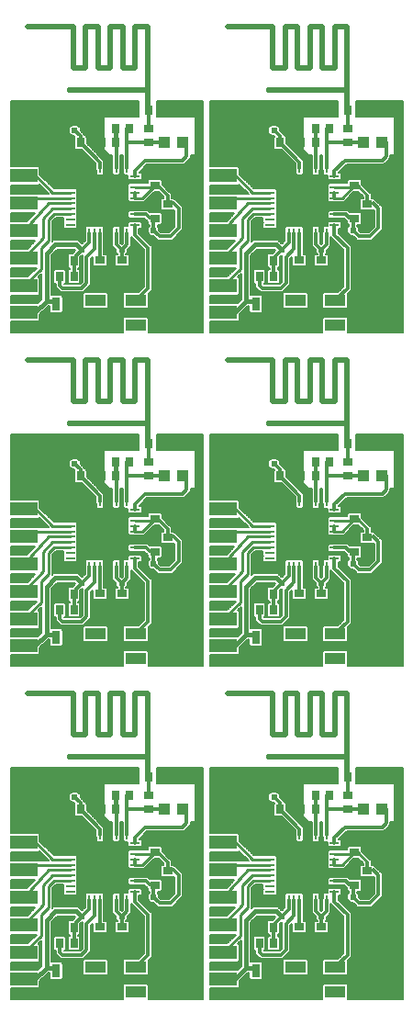
<source format=gtl>
G75*
G70*
%OFA0B0*%
%FSLAX25Y25*%
%IPPOS*%
%LPD*%
%AMOC8*
5,1,8,0,0,1.08239X$1,22.5*
%
%ADD12C,0.01600*%
%ADD14R,0.03540X0.02760*%
%ADD15C,0.00600*%
%ADD16R,0.02760X0.03540*%
%ADD18C,0.02100*%
%ADD20C,0.01000*%
%ADD22R,0.10000X0.05000*%
%ADD27R,0.03350X0.01100*%
%ADD31C,0.01200*%
%ADD32C,0.02400*%
%ADD34R,0.03150X0.04720*%
%ADD35R,0.17720X0.17720*%
%ADD37C,0.02000*%
%ADD39R,0.01100X0.03350*%
%ADD41R,0.07480X0.04330*%
%ADD42R,0.04330X0.03940*%
%ADD43C,0.00000*%
X0010000Y0010000D02*
G75*
%LPD*%
D35*
X0044700Y0059000D03*
D27*
X0032990Y0058020D03*
X0032990Y0056050D03*
X0032990Y0054080D03*
X0032990Y0052110D03*
X0032990Y0050140D03*
X0032990Y0059980D03*
X0032990Y0061950D03*
X0032990Y0063920D03*
X0032990Y0065890D03*
X0032990Y0067860D03*
X0056410Y0067860D03*
X0056410Y0065890D03*
X0056410Y0063920D03*
X0056410Y0061950D03*
X0056410Y0059980D03*
X0056410Y0058020D03*
X0056410Y0056050D03*
X0056410Y0054080D03*
X0056410Y0052110D03*
X0056410Y0050140D03*
D39*
X0053560Y0047290D03*
X0051590Y0047290D03*
X0049620Y0047290D03*
X0047650Y0047290D03*
X0045680Y0047290D03*
X0043720Y0047290D03*
X0041750Y0047290D03*
X0039780Y0047290D03*
X0037810Y0047290D03*
X0035840Y0047290D03*
X0035840Y0070710D03*
X0037810Y0070710D03*
X0039780Y0070710D03*
X0041750Y0070710D03*
X0043720Y0070710D03*
X0045680Y0070710D03*
X0047650Y0070710D03*
X0049620Y0070710D03*
X0051590Y0070710D03*
X0053560Y0070710D03*
D14*
X0061300Y0080040D03*
X0061300Y0085160D03*
X0063700Y0069560D03*
X0063700Y0064440D03*
X0063700Y0057660D03*
X0063700Y0052540D03*
X0068400Y0052540D03*
X0068400Y0057660D03*
X0051600Y0037360D03*
X0051600Y0032240D03*
X0043700Y0032240D03*
X0043700Y0037360D03*
D16*
X0034260Y0037300D03*
X0034260Y0031400D03*
X0029140Y0031400D03*
X0029140Y0037300D03*
X0031540Y0080000D03*
X0036660Y0080000D03*
X0044340Y0080000D03*
X0049460Y0080000D03*
X0049440Y0085100D03*
X0054560Y0085100D03*
X0056140Y0091700D03*
X0061260Y0091700D03*
D42*
X0066950Y0080100D03*
X0073650Y0080100D03*
D41*
X0056680Y0022730D03*
X0056680Y0013670D03*
X0042120Y0013670D03*
X0042120Y0022730D03*
D34*
X0034940Y0021400D03*
X0027860Y0021400D03*
D22*
X0016000Y0018500D03*
X0016000Y0028000D03*
X0016000Y0038000D03*
X0016000Y0048000D03*
X0016000Y0058000D03*
X0016000Y0068000D03*
X0016000Y0078000D03*
D31*
X0025600Y0080000D02*
X0025700Y0079900D01*
X0034500Y0084500D02*
X0036660Y0082340D01*
X0036660Y0080000D01*
X0043720Y0072940D01*
X0043720Y0070710D01*
X0045680Y0070710D02*
X0045680Y0066780D01*
X0044800Y0065900D01*
X0047650Y0066450D02*
X0048200Y0065900D01*
X0047650Y0066450D02*
X0047650Y0070710D01*
X0047650Y0074350D01*
X0044400Y0077600D01*
X0044400Y0079940D01*
X0044340Y0080000D01*
X0049440Y0080000D02*
X0049440Y0085100D01*
X0049620Y0085100D02*
X0049620Y0070710D01*
X0051590Y0070710D02*
X0051590Y0065910D01*
X0051600Y0065900D01*
X0051610Y0065890D01*
X0056410Y0065890D01*
X0059090Y0065890D01*
X0061600Y0068400D01*
X0063660Y0068400D01*
X0063700Y0069560D01*
X0060200Y0073600D02*
X0073800Y0073600D01*
X0075200Y0075000D01*
X0075200Y0080050D01*
X0073650Y0080100D01*
X0066950Y0080100D02*
X0066890Y0080040D01*
X0061300Y0080040D01*
X0061300Y0080100D01*
X0061300Y0080040D02*
X0053560Y0080040D01*
X0053560Y0070710D01*
X0056410Y0069810D02*
X0056410Y0067860D01*
X0056410Y0069810D02*
X0060200Y0073600D01*
X0053560Y0080040D02*
X0053560Y0084500D01*
X0054160Y0085100D01*
X0054560Y0085100D01*
X0053560Y0085100D02*
X0053560Y0084500D01*
X0049460Y0080000D02*
X0049440Y0080000D01*
X0041750Y0070710D02*
X0041750Y0059000D01*
X0037800Y0057000D02*
X0037800Y0047290D01*
X0039780Y0047290D02*
X0039780Y0043780D01*
X0037100Y0041100D01*
X0034260Y0038260D01*
X0034260Y0037300D02*
X0034260Y0031400D01*
X0037000Y0027200D02*
X0038800Y0029000D01*
X0038800Y0038500D01*
X0041750Y0041450D01*
X0041750Y0047290D01*
X0043720Y0047290D02*
X0043720Y0037360D01*
X0043700Y0032240D02*
X0043700Y0028600D01*
X0037000Y0027200D02*
X0030200Y0027200D01*
X0029140Y0028260D01*
X0029140Y0031400D01*
X0029140Y0037300D02*
X0029040Y0037400D01*
X0029100Y0040200D01*
X0045680Y0047290D02*
X0047650Y0047290D01*
X0047650Y0051550D01*
X0048200Y0052100D01*
X0051600Y0052100D02*
X0051600Y0047290D01*
X0049620Y0047290D02*
X0049620Y0043080D01*
X0051600Y0041100D01*
X0053560Y0043060D01*
X0053560Y0047290D01*
X0056410Y0046590D02*
X0061200Y0041800D01*
X0061200Y0027240D01*
X0056680Y0022730D01*
X0051600Y0028000D02*
X0051600Y0032240D01*
X0051600Y0037360D02*
X0051600Y0041100D01*
X0056410Y0046590D02*
X0056410Y0050140D01*
X0056410Y0052110D02*
X0051600Y0052110D01*
X0051100Y0056100D02*
X0056410Y0056000D01*
X0056410Y0058020D01*
X0056400Y0058000D02*
X0051400Y0058000D01*
X0056410Y0059980D02*
X0056410Y0061950D01*
X0056410Y0054080D02*
X0060520Y0054080D01*
X0061700Y0052900D01*
X0063100Y0052900D01*
X0063100Y0048300D01*
X0065300Y0046100D01*
X0069400Y0046100D01*
X0072300Y0049000D01*
X0072300Y0056200D01*
X0070440Y0058060D01*
X0068400Y0057660D02*
X0068400Y0060800D01*
X0068400Y0052540D02*
X0067500Y0048500D01*
X0039780Y0065900D02*
X0039780Y0070710D01*
X0037810Y0070710D02*
X0037810Y0065900D01*
X0038000Y0065900D02*
X0032990Y0065900D01*
X0032990Y0063920D01*
X0032990Y0065890D02*
X0032990Y0067860D01*
X0030050Y0070800D01*
X0029700Y0070800D01*
X0035840Y0070710D02*
X0035840Y0068060D01*
X0038000Y0065900D01*
X0061260Y0085160D02*
X0061260Y0091700D01*
X0061300Y0085160D02*
X0061260Y0085160D01*
X0020160Y0018500D02*
X0016000Y0018500D01*
D12*
X0020160Y0018500D02*
X0024260Y0022600D01*
X0026660Y0022600D01*
X0027860Y0021400D01*
X0024260Y0022600D02*
X0024260Y0039760D01*
X0027500Y0043000D01*
X0035200Y0043000D01*
X0037100Y0041100D01*
X0041750Y0059000D02*
X0044700Y0059000D01*
X0019500Y0069000D02*
X0016000Y0068000D01*
D32*
X0016000Y0073200D03*
X0016000Y0063600D03*
X0016000Y0053600D03*
X0016000Y0043600D03*
X0016000Y0033600D03*
X0016000Y0023600D03*
X0016000Y0014000D03*
X0028000Y0014000D03*
X0036000Y0014000D03*
X0031000Y0024800D03*
X0043700Y0028000D03*
X0049400Y0024000D03*
X0051700Y0028000D03*
X0057000Y0034000D03*
X0051600Y0041100D03*
X0051600Y0052100D03*
X0048200Y0052100D03*
X0048200Y0055500D03*
X0051600Y0055500D03*
X0051600Y0059000D03*
X0048200Y0059000D03*
X0048200Y0062400D03*
X0051600Y0062400D03*
X0051600Y0065900D03*
X0048200Y0065900D03*
X0044800Y0065900D03*
X0044800Y0062400D03*
X0044800Y0059000D03*
X0044800Y0055500D03*
X0044800Y0052100D03*
X0041400Y0052100D03*
X0041400Y0055500D03*
X0041400Y0059000D03*
X0041400Y0062400D03*
X0041400Y0065900D03*
X0038000Y0065900D03*
X0038000Y0062400D03*
X0038000Y0059000D03*
X0038000Y0055500D03*
X0038000Y0052100D03*
X0030600Y0045600D03*
X0028000Y0050000D03*
X0029100Y0040200D03*
X0037100Y0041100D03*
X0028000Y0066000D03*
X0029700Y0070800D03*
X0027700Y0080000D03*
X0028000Y0088000D03*
X0026000Y0094000D03*
X0021000Y0094000D03*
X0016000Y0094000D03*
X0016000Y0088000D03*
X0016000Y0084000D03*
X0031000Y0094000D03*
X0036000Y0094000D03*
X0041000Y0094000D03*
X0038000Y0088000D03*
X0034500Y0084500D03*
X0046000Y0094000D03*
X0051000Y0094000D03*
X0066000Y0094000D03*
X0070000Y0094000D03*
X0074500Y0094000D03*
X0079000Y0094000D03*
X0080000Y0088000D03*
X0080000Y0082000D03*
X0080000Y0074000D03*
X0080000Y0064000D03*
X0080000Y0054000D03*
X0080000Y0044000D03*
X0080000Y0034000D03*
X0080000Y0024000D03*
X0080000Y0014000D03*
X0067900Y0014000D03*
X0068000Y0024000D03*
X0068000Y0034000D03*
X0068000Y0042500D03*
X0067500Y0048500D03*
X0063100Y0048300D03*
X0068000Y0066000D03*
X0049400Y0014000D03*
D20*
X0051600Y0028000D02*
X0051700Y0028000D01*
X0043700Y0028000D02*
X0043700Y0028600D01*
X0043720Y0037360D02*
X0043700Y0037360D01*
X0037800Y0047290D02*
X0035840Y0047290D01*
X0032990Y0054080D02*
X0027080Y0054080D01*
X0025000Y0052000D01*
X0025000Y0044500D01*
X0022300Y0041800D01*
X0022300Y0034300D01*
X0016000Y0028000D01*
X0016000Y0038000D02*
X0023000Y0045500D01*
X0023000Y0052500D01*
X0026550Y0056050D01*
X0032990Y0056050D01*
X0032990Y0058020D02*
X0025020Y0058020D01*
X0016000Y0048000D01*
X0016000Y0058000D02*
X0016980Y0059980D01*
X0032990Y0059980D01*
X0032990Y0061950D02*
X0026550Y0061950D01*
X0019500Y0069000D01*
X0037810Y0065900D02*
X0038000Y0065900D01*
X0039780Y0065900D02*
X0041400Y0065900D01*
X0041750Y0059000D02*
X0041750Y0057000D01*
X0037800Y0057000D01*
X0044700Y0059000D02*
X0051100Y0059000D01*
X0051100Y0056100D01*
X0051100Y0055800D02*
X0051100Y0052700D01*
X0051600Y0052110D02*
X0051600Y0052100D01*
X0051590Y0047290D02*
X0051600Y0047290D01*
X0056400Y0058000D02*
X0056410Y0058020D01*
X0063700Y0058020D01*
X0063700Y0057660D01*
X0063660Y0052900D02*
X0063100Y0052900D01*
X0063660Y0052900D02*
X0063700Y0052540D01*
X0068400Y0057660D02*
X0070440Y0058060D01*
X0068400Y0060800D02*
X0064760Y0064440D01*
X0063700Y0064440D01*
X0063180Y0063920D01*
X0056410Y0063920D01*
X0056410Y0059980D02*
X0059240Y0059980D01*
X0063700Y0064440D01*
X0063020Y0063920D01*
X0056460Y0058060D02*
X0056410Y0058020D01*
X0034260Y0038260D02*
X0034260Y0037300D01*
D15*
X0011300Y0015100D02*
X0011300Y0011300D01*
X0052040Y0011300D01*
X0052040Y0016210D01*
X0052570Y0016740D01*
X0060800Y0016740D01*
X0061320Y0016210D01*
X0061320Y0011300D01*
X0081200Y0011300D01*
X0081200Y0095000D01*
X0064300Y0095000D01*
X0064300Y0089500D01*
X0078120Y0089500D01*
X0078300Y0089320D01*
X0078300Y0075680D01*
X0078120Y0075500D01*
X0076700Y0075500D01*
X0076700Y0074380D01*
X0075820Y0073500D01*
X0074420Y0072100D01*
X0060820Y0072100D01*
X0058030Y0069310D01*
X0058460Y0069310D01*
X0058990Y0068780D01*
X0058990Y0066930D01*
X0058460Y0066410D01*
X0061250Y0066410D01*
X0061030Y0066190D02*
X0061560Y0066720D01*
X0065840Y0066720D01*
X0066370Y0066190D01*
X0066370Y0064810D01*
X0068880Y0062300D01*
X0069020Y0062300D01*
X0069900Y0061420D01*
X0069900Y0059940D01*
X0070540Y0059940D01*
X0070920Y0059560D01*
X0071060Y0059560D01*
X0073800Y0056820D01*
X0073800Y0048380D01*
X0072920Y0047500D01*
X0070020Y0044600D01*
X0064680Y0044600D01*
X0063800Y0045480D01*
X0063080Y0046200D01*
X0062230Y0046200D01*
X0061000Y0047430D01*
X0061000Y0049170D01*
X0061600Y0049770D01*
X0061600Y0050260D01*
X0061560Y0050260D01*
X0061030Y0050790D01*
X0061030Y0051450D01*
X0060200Y0052280D01*
X0059900Y0052580D01*
X0055790Y0052580D01*
X0055740Y0052630D01*
X0054370Y0052630D01*
X0053840Y0053150D01*
X0053840Y0055000D01*
X0054370Y0055530D01*
X0055740Y0055530D01*
X0055790Y0055580D01*
X0061140Y0055580D01*
X0061900Y0054820D01*
X0065840Y0054820D01*
X0066370Y0054290D01*
X0066370Y0050790D01*
X0065840Y0050260D01*
X0064600Y0050260D01*
X0064600Y0049770D01*
X0065200Y0049170D01*
X0065200Y0048320D01*
X0065920Y0047600D01*
X0068780Y0047600D01*
X0070800Y0049620D01*
X0070800Y0055580D01*
X0070770Y0055610D01*
X0070540Y0055380D01*
X0066260Y0055380D01*
X0065730Y0055910D01*
X0065730Y0059410D01*
X0066260Y0059940D01*
X0066900Y0059940D01*
X0066900Y0060320D01*
X0065060Y0062160D01*
X0063400Y0062160D01*
X0059820Y0058580D01*
X0058510Y0058580D01*
X0058460Y0058530D01*
X0057080Y0058530D01*
X0057030Y0058480D01*
X0055790Y0058480D01*
X0055740Y0058530D01*
X0054370Y0058530D01*
X0053840Y0059060D01*
X0053840Y0060910D01*
X0053900Y0060970D01*
X0053840Y0061030D01*
X0053840Y0062880D01*
X0053900Y0062940D01*
X0053840Y0063000D01*
X0053840Y0064850D01*
X0054370Y0065370D01*
X0058460Y0065370D01*
X0058510Y0065320D01*
X0061030Y0065320D01*
X0061030Y0066190D01*
X0061030Y0065830D02*
X0024650Y0065830D01*
X0024070Y0066410D02*
X0054360Y0066410D01*
X0054370Y0066410D02*
X0055740Y0066410D01*
X0055790Y0066360D01*
X0057030Y0066360D01*
X0057080Y0066410D01*
X0058460Y0066410D01*
X0058990Y0067000D02*
X0081200Y0067000D01*
X0081200Y0067580D02*
X0058990Y0067580D01*
X0058990Y0068170D02*
X0081200Y0068170D01*
X0081200Y0068750D02*
X0058990Y0068750D01*
X0058060Y0069340D02*
X0081200Y0069340D01*
X0081200Y0069920D02*
X0058640Y0069920D01*
X0059230Y0070510D02*
X0081200Y0070510D01*
X0081200Y0071090D02*
X0059810Y0071090D01*
X0060400Y0071680D02*
X0081200Y0071680D01*
X0081200Y0072260D02*
X0074580Y0072260D01*
X0075170Y0072850D02*
X0081200Y0072850D01*
X0081200Y0073430D02*
X0075750Y0073430D01*
X0076340Y0074020D02*
X0081200Y0074020D01*
X0081200Y0074600D02*
X0076700Y0074600D01*
X0076700Y0075190D02*
X0081200Y0075190D01*
X0081200Y0075770D02*
X0078300Y0075770D01*
X0078300Y0076360D02*
X0081200Y0076360D01*
X0081200Y0076940D02*
X0078300Y0076940D01*
X0078300Y0077530D02*
X0081200Y0077530D01*
X0081200Y0078110D02*
X0078300Y0078110D01*
X0078300Y0078700D02*
X0081200Y0078700D01*
X0081200Y0079280D02*
X0078300Y0079280D01*
X0078300Y0079870D02*
X0081200Y0079870D01*
X0081200Y0080450D02*
X0078300Y0080450D01*
X0078300Y0081040D02*
X0081200Y0081040D01*
X0081200Y0081620D02*
X0078300Y0081620D01*
X0078300Y0082210D02*
X0081200Y0082210D01*
X0081200Y0082790D02*
X0078300Y0082790D01*
X0078300Y0083380D02*
X0081200Y0083380D01*
X0081200Y0083960D02*
X0078300Y0083960D01*
X0078300Y0084550D02*
X0081200Y0084550D01*
X0081200Y0085130D02*
X0078300Y0085130D01*
X0078300Y0085720D02*
X0081200Y0085720D01*
X0081200Y0086300D02*
X0078300Y0086300D01*
X0078300Y0086890D02*
X0081200Y0086890D01*
X0081200Y0087470D02*
X0078300Y0087470D01*
X0078300Y0088060D02*
X0081200Y0088060D01*
X0081200Y0088640D02*
X0078300Y0088640D01*
X0078300Y0089230D02*
X0081200Y0089230D01*
X0081200Y0089810D02*
X0064300Y0089810D01*
X0064300Y0090400D02*
X0081200Y0090400D01*
X0081200Y0090980D02*
X0064300Y0090980D01*
X0064300Y0091570D02*
X0081200Y0091570D01*
X0081200Y0092150D02*
X0064300Y0092150D01*
X0064300Y0092740D02*
X0081200Y0092740D01*
X0081200Y0093320D02*
X0064300Y0093320D01*
X0064300Y0093910D02*
X0081200Y0093910D01*
X0081200Y0094490D02*
X0064300Y0094490D01*
X0057700Y0094490D02*
X0011300Y0094490D01*
X0011300Y0095000D02*
X0057700Y0095000D01*
X0057700Y0089500D01*
X0045180Y0089500D01*
X0045000Y0089320D01*
X0045000Y0075680D01*
X0045180Y0075500D01*
X0048120Y0075500D01*
X0048120Y0070090D01*
X0048170Y0070040D01*
X0048170Y0068670D01*
X0048700Y0068140D01*
X0050550Y0068140D01*
X0051070Y0068670D01*
X0051070Y0070040D01*
X0051120Y0070090D01*
X0051120Y0075500D01*
X0052060Y0075500D01*
X0052060Y0070090D01*
X0052110Y0070040D01*
X0052110Y0068670D01*
X0052630Y0068140D01*
X0053840Y0068140D01*
X0053840Y0066930D01*
X0054370Y0066410D01*
X0053840Y0067000D02*
X0023480Y0067000D01*
X0022900Y0067580D02*
X0053840Y0067580D01*
X0052610Y0068170D02*
X0050570Y0068170D01*
X0051070Y0068750D02*
X0052110Y0068750D01*
X0052110Y0069340D02*
X0051070Y0069340D01*
X0051070Y0069920D02*
X0052110Y0069920D01*
X0052060Y0070510D02*
X0051120Y0070510D01*
X0051120Y0071090D02*
X0052060Y0071090D01*
X0052060Y0071680D02*
X0051120Y0071680D01*
X0051120Y0072260D02*
X0052060Y0072260D01*
X0052060Y0072850D02*
X0051120Y0072850D01*
X0051120Y0073430D02*
X0052060Y0073430D01*
X0052060Y0074020D02*
X0051120Y0074020D01*
X0051120Y0074600D02*
X0052060Y0074600D01*
X0052060Y0075190D02*
X0051120Y0075190D01*
X0048120Y0075190D02*
X0043590Y0075190D01*
X0043010Y0075770D02*
X0045000Y0075770D01*
X0045000Y0076360D02*
X0042420Y0076360D01*
X0041840Y0076940D02*
X0045000Y0076940D01*
X0045000Y0077530D02*
X0041250Y0077530D01*
X0040670Y0078110D02*
X0045000Y0078110D01*
X0045000Y0078700D02*
X0040080Y0078700D01*
X0039500Y0079280D02*
X0045000Y0079280D01*
X0045000Y0079870D02*
X0038940Y0079870D01*
X0038940Y0079840D02*
X0038940Y0082140D01*
X0038410Y0082670D01*
X0038160Y0082670D01*
X0038160Y0082960D01*
X0036600Y0084520D01*
X0036600Y0085370D01*
X0035370Y0086600D01*
X0033630Y0086600D01*
X0032400Y0085370D01*
X0032400Y0083630D01*
X0033630Y0082400D01*
X0034480Y0082400D01*
X0034560Y0082320D01*
X0034380Y0082140D01*
X0034380Y0077860D01*
X0034910Y0077330D01*
X0037210Y0077330D01*
X0042220Y0072320D01*
X0042220Y0070090D01*
X0042260Y0070040D01*
X0042260Y0068670D01*
X0042790Y0068140D01*
X0044640Y0068140D01*
X0045170Y0068670D01*
X0045170Y0070040D01*
X0045220Y0070090D01*
X0045220Y0073560D01*
X0038940Y0079840D01*
X0038940Y0080450D02*
X0045000Y0080450D01*
X0045000Y0081040D02*
X0038940Y0081040D01*
X0038940Y0081620D02*
X0045000Y0081620D01*
X0045000Y0082210D02*
X0038880Y0082210D01*
X0038160Y0082790D02*
X0045000Y0082790D01*
X0045000Y0083380D02*
X0037750Y0083380D01*
X0037160Y0083960D02*
X0045000Y0083960D01*
X0045000Y0084550D02*
X0036600Y0084550D01*
X0036600Y0085130D02*
X0045000Y0085130D01*
X0045000Y0085720D02*
X0036250Y0085720D01*
X0035670Y0086300D02*
X0045000Y0086300D01*
X0045000Y0086890D02*
X0011300Y0086890D01*
X0011300Y0087470D02*
X0045000Y0087470D01*
X0045000Y0088060D02*
X0011300Y0088060D01*
X0011300Y0088640D02*
X0045000Y0088640D01*
X0045000Y0089230D02*
X0011300Y0089230D01*
X0011300Y0089810D02*
X0057700Y0089810D01*
X0057700Y0090400D02*
X0011300Y0090400D01*
X0011300Y0090980D02*
X0057700Y0090980D01*
X0057700Y0091570D02*
X0011300Y0091570D01*
X0011300Y0092150D02*
X0057700Y0092150D01*
X0057700Y0092740D02*
X0011300Y0092740D01*
X0011300Y0093320D02*
X0057700Y0093320D01*
X0057700Y0093910D02*
X0011300Y0093910D01*
X0011300Y0095000D02*
X0011300Y0071400D01*
X0021370Y0071400D01*
X0021900Y0070870D01*
X0021900Y0068580D01*
X0027130Y0063350D01*
X0030890Y0063350D01*
X0030940Y0063400D01*
X0035030Y0063400D01*
X0035560Y0062880D01*
X0035560Y0061030D01*
X0035500Y0060970D01*
X0035560Y0060910D01*
X0035560Y0059060D01*
X0035500Y0059000D01*
X0035560Y0058940D01*
X0035560Y0057090D01*
X0035500Y0057030D01*
X0035560Y0056970D01*
X0035560Y0055120D01*
X0035500Y0055060D01*
X0035560Y0055000D01*
X0035560Y0053150D01*
X0035500Y0053090D01*
X0035560Y0053030D01*
X0035560Y0051190D01*
X0035500Y0051130D01*
X0035560Y0051070D01*
X0035560Y0049220D01*
X0035030Y0048690D01*
X0030940Y0048690D01*
X0030410Y0049220D01*
X0030410Y0051070D01*
X0030470Y0051130D01*
X0030410Y0051190D01*
X0030410Y0052680D01*
X0027660Y0052680D01*
X0026400Y0051420D01*
X0026400Y0044300D01*
X0026800Y0044700D01*
X0035900Y0044700D01*
X0037240Y0043360D01*
X0038280Y0044400D01*
X0038280Y0047910D01*
X0038330Y0047960D01*
X0038330Y0049330D01*
X0038850Y0049860D01*
X0040700Y0049860D01*
X0040760Y0049800D01*
X0040820Y0049860D01*
X0042670Y0049860D01*
X0042730Y0049800D01*
X0042790Y0049860D01*
X0044640Y0049860D01*
X0045170Y0049330D01*
X0045170Y0047960D01*
X0045220Y0047910D01*
X0045220Y0039640D01*
X0045840Y0039640D01*
X0046370Y0039110D01*
X0046370Y0035610D01*
X0045840Y0035080D01*
X0041560Y0035080D01*
X0041030Y0035610D01*
X0041030Y0038610D01*
X0040300Y0037880D01*
X0040300Y0028380D01*
X0039420Y0027500D01*
X0037620Y0025700D01*
X0029580Y0025700D01*
X0028700Y0026580D01*
X0027640Y0027640D01*
X0027640Y0028730D01*
X0027390Y0028730D01*
X0026860Y0029260D01*
X0026860Y0033540D01*
X0027390Y0034070D01*
X0030890Y0034070D01*
X0031420Y0033540D01*
X0031420Y0029260D01*
X0030890Y0028730D01*
X0030790Y0028730D01*
X0030820Y0028700D01*
X0036380Y0028700D01*
X0037300Y0029620D01*
X0037300Y0039000D01*
X0037120Y0039000D01*
X0036540Y0038420D01*
X0036540Y0035160D01*
X0036010Y0034630D01*
X0035760Y0034630D01*
X0035760Y0034070D01*
X0036010Y0034070D01*
X0036540Y0033540D01*
X0036540Y0029260D01*
X0036010Y0028730D01*
X0032510Y0028730D01*
X0031980Y0029260D01*
X0031980Y0033540D01*
X0032510Y0034070D01*
X0032760Y0034070D01*
X0032760Y0034630D01*
X0032510Y0034630D01*
X0031980Y0035160D01*
X0031980Y0039440D01*
X0032510Y0039970D01*
X0033850Y0039970D01*
X0034840Y0040960D01*
X0034500Y0041300D01*
X0028200Y0041300D01*
X0025960Y0039050D01*
X0025960Y0024660D01*
X0029800Y0024660D01*
X0030330Y0024130D01*
X0030330Y0018660D01*
X0029800Y0018140D01*
X0025910Y0018140D01*
X0025380Y0018660D01*
X0025380Y0020900D01*
X0024960Y0020900D01*
X0021900Y0017840D01*
X0021900Y0015630D01*
X0021370Y0015100D01*
X0011300Y0015100D01*
X0011300Y0014930D02*
X0052040Y0014930D01*
X0052040Y0014350D02*
X0011300Y0014350D01*
X0011300Y0013760D02*
X0052040Y0013760D01*
X0052040Y0013180D02*
X0011300Y0013180D01*
X0011300Y0012590D02*
X0052040Y0012590D01*
X0052040Y0012010D02*
X0011300Y0012010D01*
X0011300Y0011420D02*
X0052040Y0011420D01*
X0052040Y0015520D02*
X0021790Y0015520D01*
X0021900Y0016100D02*
X0052040Y0016100D01*
X0052520Y0016690D02*
X0021900Y0016690D01*
X0021900Y0017270D02*
X0081200Y0017270D01*
X0081200Y0016690D02*
X0060850Y0016690D01*
X0061320Y0016100D02*
X0081200Y0016100D01*
X0081200Y0015520D02*
X0061320Y0015520D01*
X0061320Y0014930D02*
X0081200Y0014930D01*
X0081200Y0014350D02*
X0061320Y0014350D01*
X0061320Y0013760D02*
X0081200Y0013760D01*
X0081200Y0013180D02*
X0061320Y0013180D01*
X0061320Y0012590D02*
X0081200Y0012590D01*
X0081200Y0012010D02*
X0061320Y0012010D01*
X0061320Y0011420D02*
X0081200Y0011420D01*
X0081200Y0017860D02*
X0021920Y0017860D01*
X0022500Y0018440D02*
X0025610Y0018440D01*
X0025380Y0019030D02*
X0023090Y0019030D01*
X0023670Y0019610D02*
X0025380Y0019610D01*
X0025380Y0020200D02*
X0024260Y0020200D01*
X0024840Y0020780D02*
X0025380Y0020780D01*
X0022560Y0023300D02*
X0022560Y0032580D01*
X0021380Y0031400D01*
X0021900Y0030870D01*
X0021900Y0025130D01*
X0021370Y0024600D01*
X0011300Y0024600D01*
X0011300Y0021900D01*
X0021150Y0021900D01*
X0022560Y0023300D01*
X0022370Y0023120D02*
X0011300Y0023120D01*
X0011300Y0022540D02*
X0021790Y0022540D01*
X0021200Y0021950D02*
X0011300Y0021950D01*
X0011300Y0023710D02*
X0022560Y0023710D01*
X0022560Y0024290D02*
X0011300Y0024290D01*
X0011300Y0031400D02*
X0017420Y0031400D01*
X0020620Y0034600D01*
X0011300Y0034600D01*
X0011300Y0031400D01*
X0011300Y0031900D02*
X0017920Y0031900D01*
X0018500Y0032480D02*
X0011300Y0032480D01*
X0011300Y0033070D02*
X0019090Y0033070D01*
X0019670Y0033650D02*
X0011300Y0033650D01*
X0011300Y0034240D02*
X0020260Y0034240D01*
X0022460Y0032480D02*
X0022560Y0032480D01*
X0022560Y0031900D02*
X0021880Y0031900D01*
X0021460Y0031310D02*
X0022560Y0031310D01*
X0022560Y0030730D02*
X0021900Y0030730D01*
X0021900Y0030140D02*
X0022560Y0030140D01*
X0022560Y0029560D02*
X0021900Y0029560D01*
X0021900Y0028970D02*
X0022560Y0028970D01*
X0022560Y0028390D02*
X0021900Y0028390D01*
X0021900Y0027800D02*
X0022560Y0027800D01*
X0022560Y0027220D02*
X0021900Y0027220D01*
X0021900Y0026630D02*
X0022560Y0026630D01*
X0022560Y0026050D02*
X0021900Y0026050D01*
X0021900Y0025460D02*
X0022560Y0025460D01*
X0022560Y0024880D02*
X0021650Y0024880D01*
X0025960Y0024880D02*
X0037480Y0024880D01*
X0037480Y0025270D02*
X0037480Y0020190D01*
X0038000Y0019660D01*
X0046230Y0019660D01*
X0046760Y0020190D01*
X0046760Y0025270D01*
X0046230Y0025790D01*
X0038000Y0025790D01*
X0037480Y0025270D01*
X0037670Y0025460D02*
X0025960Y0025460D01*
X0025960Y0026050D02*
X0029230Y0026050D01*
X0028650Y0026630D02*
X0025960Y0026630D01*
X0025960Y0027220D02*
X0028060Y0027220D01*
X0027640Y0027800D02*
X0025960Y0027800D01*
X0025960Y0028390D02*
X0027640Y0028390D01*
X0027150Y0028970D02*
X0025960Y0028970D01*
X0025960Y0029560D02*
X0026860Y0029560D01*
X0026860Y0030140D02*
X0025960Y0030140D01*
X0025960Y0030730D02*
X0026860Y0030730D01*
X0026860Y0031310D02*
X0025960Y0031310D01*
X0025960Y0031900D02*
X0026860Y0031900D01*
X0026860Y0032480D02*
X0025960Y0032480D01*
X0025960Y0033070D02*
X0026860Y0033070D01*
X0026970Y0033650D02*
X0025960Y0033650D01*
X0025960Y0034240D02*
X0032760Y0034240D01*
X0032320Y0034820D02*
X0025960Y0034820D01*
X0025960Y0035410D02*
X0031980Y0035410D01*
X0031980Y0035990D02*
X0025960Y0035990D01*
X0025960Y0036580D02*
X0031980Y0036580D01*
X0031980Y0037160D02*
X0025960Y0037160D01*
X0025960Y0037750D02*
X0031980Y0037750D01*
X0031980Y0038330D02*
X0025960Y0038330D01*
X0025960Y0038920D02*
X0031980Y0038920D01*
X0032040Y0039500D02*
X0026400Y0039500D01*
X0026990Y0040090D02*
X0033960Y0040090D01*
X0034550Y0040670D02*
X0027570Y0040670D01*
X0028160Y0041260D02*
X0034540Y0041260D01*
X0037010Y0043600D02*
X0037470Y0043600D01*
X0038060Y0044180D02*
X0036420Y0044180D01*
X0038280Y0044770D02*
X0026400Y0044770D01*
X0026400Y0045350D02*
X0038280Y0045350D01*
X0038280Y0045940D02*
X0026400Y0045940D01*
X0026400Y0046520D02*
X0038280Y0046520D01*
X0038280Y0047110D02*
X0026400Y0047110D01*
X0026400Y0047690D02*
X0038280Y0047690D01*
X0038330Y0048280D02*
X0026400Y0048280D01*
X0026400Y0048860D02*
X0030770Y0048860D01*
X0030410Y0049450D02*
X0026400Y0049450D01*
X0026400Y0050030D02*
X0030410Y0050030D01*
X0030410Y0050620D02*
X0026400Y0050620D01*
X0026400Y0051200D02*
X0030410Y0051200D01*
X0030410Y0051790D02*
X0026770Y0051790D01*
X0027350Y0052370D02*
X0030410Y0052370D01*
X0035560Y0052370D02*
X0060110Y0052370D01*
X0060690Y0051790D02*
X0035560Y0051790D01*
X0035560Y0051200D02*
X0053970Y0051200D01*
X0053840Y0051070D02*
X0053840Y0049860D01*
X0052630Y0049860D01*
X0052110Y0049330D01*
X0052110Y0047960D01*
X0052060Y0047910D01*
X0052060Y0043680D01*
X0051600Y0043220D01*
X0051120Y0043700D01*
X0051120Y0047910D01*
X0051070Y0047960D01*
X0051070Y0049330D01*
X0050550Y0049860D01*
X0048700Y0049860D01*
X0048170Y0049330D01*
X0048170Y0047960D01*
X0048120Y0047910D01*
X0048120Y0042460D01*
X0049500Y0041080D01*
X0049500Y0040230D01*
X0050090Y0039640D01*
X0049460Y0039640D01*
X0048930Y0039110D01*
X0048930Y0035610D01*
X0049460Y0035080D01*
X0053740Y0035080D01*
X0054270Y0035610D01*
X0054270Y0039110D01*
X0053740Y0039640D01*
X0053110Y0039640D01*
X0053700Y0040230D01*
X0053700Y0041080D01*
X0054180Y0041560D01*
X0055060Y0042440D01*
X0055060Y0045820D01*
X0059700Y0041180D01*
X0059700Y0027870D01*
X0057630Y0025790D01*
X0052570Y0025790D01*
X0052040Y0025270D01*
X0052040Y0020190D01*
X0052570Y0019660D01*
X0060800Y0019660D01*
X0061320Y0020190D01*
X0061320Y0025250D01*
X0062700Y0026620D01*
X0062700Y0042420D01*
X0061820Y0043300D01*
X0057910Y0047210D01*
X0057910Y0048690D01*
X0058460Y0048690D01*
X0058990Y0049220D01*
X0058990Y0051070D01*
X0058460Y0051590D01*
X0057080Y0051590D01*
X0057030Y0051640D01*
X0055790Y0051640D01*
X0055740Y0051590D01*
X0054370Y0051590D01*
X0053840Y0051070D01*
X0053840Y0050620D02*
X0035560Y0050620D01*
X0035560Y0050030D02*
X0053840Y0050030D01*
X0052220Y0049450D02*
X0050960Y0049450D01*
X0051070Y0048860D02*
X0052110Y0048860D01*
X0052110Y0048280D02*
X0051070Y0048280D01*
X0051120Y0047690D02*
X0052060Y0047690D01*
X0052060Y0047110D02*
X0051120Y0047110D01*
X0051120Y0046520D02*
X0052060Y0046520D01*
X0052060Y0045940D02*
X0051120Y0045940D01*
X0051120Y0045350D02*
X0052060Y0045350D01*
X0052060Y0044770D02*
X0051120Y0044770D01*
X0051120Y0044180D02*
X0052060Y0044180D01*
X0051970Y0043600D02*
X0051230Y0043600D01*
X0049320Y0041260D02*
X0045220Y0041260D01*
X0045220Y0041840D02*
X0048740Y0041840D01*
X0048150Y0042430D02*
X0045220Y0042430D01*
X0045220Y0043010D02*
X0048120Y0043010D01*
X0048120Y0043600D02*
X0045220Y0043600D01*
X0045220Y0044180D02*
X0048120Y0044180D01*
X0048120Y0044770D02*
X0045220Y0044770D01*
X0045220Y0045350D02*
X0048120Y0045350D01*
X0048120Y0045940D02*
X0045220Y0045940D01*
X0045220Y0046520D02*
X0048120Y0046520D01*
X0048120Y0047110D02*
X0045220Y0047110D01*
X0045220Y0047690D02*
X0048120Y0047690D01*
X0048170Y0048280D02*
X0045170Y0048280D01*
X0045170Y0048860D02*
X0048170Y0048860D01*
X0048280Y0049450D02*
X0045060Y0049450D01*
X0038440Y0049450D02*
X0035560Y0049450D01*
X0035200Y0048860D02*
X0038330Y0048860D01*
X0035560Y0052960D02*
X0054040Y0052960D01*
X0053840Y0053540D02*
X0035560Y0053540D01*
X0035560Y0054130D02*
X0053840Y0054130D01*
X0053840Y0054710D02*
X0035560Y0054710D01*
X0035560Y0055300D02*
X0054130Y0055300D01*
X0054090Y0058810D02*
X0035560Y0058810D01*
X0035560Y0059390D02*
X0053840Y0059390D01*
X0053840Y0059980D02*
X0035560Y0059980D01*
X0035560Y0060560D02*
X0053840Y0060560D01*
X0053840Y0061150D02*
X0035560Y0061150D01*
X0035560Y0061730D02*
X0053840Y0061730D01*
X0053840Y0062320D02*
X0035560Y0062320D01*
X0035540Y0062900D02*
X0053860Y0062900D01*
X0053840Y0063490D02*
X0026990Y0063490D01*
X0026410Y0064070D02*
X0053840Y0064070D01*
X0053840Y0064660D02*
X0025820Y0064660D01*
X0025240Y0065240D02*
X0054230Y0065240D01*
X0048670Y0068170D02*
X0044670Y0068170D01*
X0045170Y0068750D02*
X0048170Y0068750D01*
X0048170Y0069340D02*
X0045170Y0069340D01*
X0045170Y0069920D02*
X0048170Y0069920D01*
X0048120Y0070510D02*
X0045220Y0070510D01*
X0045220Y0071090D02*
X0048120Y0071090D01*
X0048120Y0071680D02*
X0045220Y0071680D01*
X0045220Y0072260D02*
X0048120Y0072260D01*
X0048120Y0072850D02*
X0045220Y0072850D01*
X0045220Y0073430D02*
X0048120Y0073430D01*
X0048120Y0074020D02*
X0044760Y0074020D01*
X0044180Y0074600D02*
X0048120Y0074600D01*
X0042220Y0072260D02*
X0011300Y0072260D01*
X0011300Y0071680D02*
X0042220Y0071680D01*
X0042220Y0071090D02*
X0021680Y0071090D01*
X0021900Y0070510D02*
X0042220Y0070510D01*
X0042260Y0069920D02*
X0021900Y0069920D01*
X0021900Y0069340D02*
X0042260Y0069340D01*
X0042260Y0068750D02*
X0021900Y0068750D01*
X0022310Y0068170D02*
X0042770Y0068170D01*
X0041690Y0072850D02*
X0011300Y0072850D01*
X0011300Y0073430D02*
X0041110Y0073430D01*
X0040520Y0074020D02*
X0011300Y0074020D01*
X0011300Y0074600D02*
X0039940Y0074600D01*
X0039350Y0075190D02*
X0011300Y0075190D01*
X0011300Y0075770D02*
X0038770Y0075770D01*
X0038180Y0076360D02*
X0011300Y0076360D01*
X0011300Y0076940D02*
X0037600Y0076940D01*
X0034710Y0077530D02*
X0011300Y0077530D01*
X0011300Y0078110D02*
X0034380Y0078110D01*
X0034380Y0078700D02*
X0011300Y0078700D01*
X0011300Y0079280D02*
X0034380Y0079280D01*
X0034380Y0079870D02*
X0011300Y0079870D01*
X0011300Y0080450D02*
X0034380Y0080450D01*
X0034380Y0081040D02*
X0011300Y0081040D01*
X0011300Y0081620D02*
X0034380Y0081620D01*
X0034440Y0082210D02*
X0011300Y0082210D01*
X0011300Y0082790D02*
X0033240Y0082790D01*
X0032650Y0083380D02*
X0011300Y0083380D01*
X0011300Y0083960D02*
X0032400Y0083960D01*
X0032400Y0084550D02*
X0011300Y0084550D01*
X0011300Y0085130D02*
X0032400Y0085130D01*
X0032750Y0085720D02*
X0011300Y0085720D01*
X0011300Y0086300D02*
X0033330Y0086300D01*
X0021650Y0064870D02*
X0025140Y0061380D01*
X0021390Y0061380D01*
X0021370Y0061400D01*
X0017280Y0061400D01*
X0017090Y0061500D01*
X0016800Y0061400D01*
X0011300Y0061400D01*
X0011300Y0064600D01*
X0021370Y0064600D01*
X0021650Y0064870D01*
X0021860Y0064660D02*
X0021430Y0064660D01*
X0022450Y0064070D02*
X0011300Y0064070D01*
X0011300Y0063490D02*
X0023030Y0063490D01*
X0023620Y0062900D02*
X0011300Y0062900D01*
X0011300Y0062320D02*
X0024200Y0062320D01*
X0024790Y0061730D02*
X0011300Y0061730D01*
X0011300Y0054600D02*
X0020060Y0054600D01*
X0017180Y0051400D01*
X0011300Y0051400D01*
X0011300Y0054600D01*
X0011300Y0054130D02*
X0019630Y0054130D01*
X0019100Y0053540D02*
X0011300Y0053540D01*
X0011300Y0052960D02*
X0018580Y0052960D01*
X0018050Y0052370D02*
X0011300Y0052370D01*
X0011300Y0051790D02*
X0017520Y0051790D01*
X0020240Y0044600D02*
X0017260Y0041400D01*
X0011300Y0041400D01*
X0011300Y0044600D01*
X0020240Y0044600D01*
X0019850Y0044180D02*
X0011300Y0044180D01*
X0011300Y0043600D02*
X0019310Y0043600D01*
X0018760Y0043010D02*
X0011300Y0043010D01*
X0011300Y0042430D02*
X0018220Y0042430D01*
X0017670Y0041840D02*
X0011300Y0041840D01*
X0030180Y0024290D02*
X0037480Y0024290D01*
X0037480Y0023710D02*
X0030330Y0023710D01*
X0030330Y0023120D02*
X0037480Y0023120D01*
X0037480Y0022540D02*
X0030330Y0022540D01*
X0030330Y0021950D02*
X0037480Y0021950D01*
X0037480Y0021370D02*
X0030330Y0021370D01*
X0030330Y0020780D02*
X0037480Y0020780D01*
X0037480Y0020200D02*
X0030330Y0020200D01*
X0030330Y0019610D02*
X0081200Y0019610D01*
X0081200Y0019030D02*
X0030330Y0019030D01*
X0030110Y0018440D02*
X0081200Y0018440D01*
X0081200Y0020200D02*
X0061320Y0020200D01*
X0061320Y0020780D02*
X0081200Y0020780D01*
X0081200Y0021370D02*
X0061320Y0021370D01*
X0061320Y0021950D02*
X0081200Y0021950D01*
X0081200Y0022540D02*
X0061320Y0022540D01*
X0061320Y0023120D02*
X0081200Y0023120D01*
X0081200Y0023710D02*
X0061320Y0023710D01*
X0061320Y0024290D02*
X0081200Y0024290D01*
X0081200Y0024880D02*
X0061320Y0024880D01*
X0061540Y0025460D02*
X0081200Y0025460D01*
X0081200Y0026050D02*
X0062120Y0026050D01*
X0062700Y0026630D02*
X0081200Y0026630D01*
X0081200Y0027220D02*
X0062700Y0027220D01*
X0062700Y0027800D02*
X0081200Y0027800D01*
X0081200Y0028390D02*
X0062700Y0028390D01*
X0062700Y0028970D02*
X0081200Y0028970D01*
X0081200Y0029560D02*
X0062700Y0029560D01*
X0062700Y0030140D02*
X0081200Y0030140D01*
X0081200Y0030730D02*
X0062700Y0030730D01*
X0062700Y0031310D02*
X0081200Y0031310D01*
X0081200Y0031900D02*
X0062700Y0031900D01*
X0062700Y0032480D02*
X0081200Y0032480D01*
X0081200Y0033070D02*
X0062700Y0033070D01*
X0062700Y0033650D02*
X0081200Y0033650D01*
X0081200Y0034240D02*
X0062700Y0034240D01*
X0062700Y0034820D02*
X0081200Y0034820D01*
X0081200Y0035410D02*
X0062700Y0035410D01*
X0062700Y0035990D02*
X0081200Y0035990D01*
X0081200Y0036580D02*
X0062700Y0036580D01*
X0062700Y0037160D02*
X0081200Y0037160D01*
X0081200Y0037750D02*
X0062700Y0037750D01*
X0062700Y0038330D02*
X0081200Y0038330D01*
X0081200Y0038920D02*
X0062700Y0038920D01*
X0062700Y0039500D02*
X0081200Y0039500D01*
X0081200Y0040090D02*
X0062700Y0040090D01*
X0062700Y0040670D02*
X0081200Y0040670D01*
X0081200Y0041260D02*
X0062700Y0041260D01*
X0062700Y0041840D02*
X0081200Y0041840D01*
X0081200Y0042430D02*
X0062700Y0042430D01*
X0062110Y0043010D02*
X0081200Y0043010D01*
X0081200Y0043600D02*
X0061530Y0043600D01*
X0060940Y0044180D02*
X0081200Y0044180D01*
X0081200Y0044770D02*
X0070190Y0044770D01*
X0070770Y0045350D02*
X0081200Y0045350D01*
X0081200Y0045940D02*
X0071360Y0045940D01*
X0071940Y0046520D02*
X0081200Y0046520D01*
X0081200Y0047110D02*
X0072530Y0047110D01*
X0073110Y0047690D02*
X0081200Y0047690D01*
X0081200Y0048280D02*
X0073700Y0048280D01*
X0073800Y0048860D02*
X0081200Y0048860D01*
X0081200Y0049450D02*
X0073800Y0049450D01*
X0073800Y0050030D02*
X0081200Y0050030D01*
X0081200Y0050620D02*
X0073800Y0050620D01*
X0073800Y0051200D02*
X0081200Y0051200D01*
X0081200Y0051790D02*
X0073800Y0051790D01*
X0073800Y0052370D02*
X0081200Y0052370D01*
X0081200Y0052960D02*
X0073800Y0052960D01*
X0073800Y0053540D02*
X0081200Y0053540D01*
X0081200Y0054130D02*
X0073800Y0054130D01*
X0073800Y0054710D02*
X0081200Y0054710D01*
X0081200Y0055300D02*
X0073800Y0055300D01*
X0073800Y0055880D02*
X0081200Y0055880D01*
X0081200Y0056470D02*
X0073800Y0056470D01*
X0073570Y0057050D02*
X0081200Y0057050D01*
X0081200Y0057640D02*
X0072990Y0057640D01*
X0072400Y0058220D02*
X0081200Y0058220D01*
X0081200Y0058810D02*
X0071820Y0058810D01*
X0071230Y0059390D02*
X0081200Y0059390D01*
X0081200Y0059980D02*
X0069900Y0059980D01*
X0069900Y0060560D02*
X0081200Y0060560D01*
X0081200Y0061150D02*
X0069900Y0061150D01*
X0069590Y0061730D02*
X0081200Y0061730D01*
X0081200Y0062320D02*
X0068860Y0062320D01*
X0068280Y0062900D02*
X0081200Y0062900D01*
X0081200Y0063490D02*
X0067690Y0063490D01*
X0067110Y0064070D02*
X0081200Y0064070D01*
X0081200Y0064660D02*
X0066520Y0064660D01*
X0066370Y0065240D02*
X0081200Y0065240D01*
X0081200Y0065830D02*
X0066370Y0065830D01*
X0066150Y0066410D02*
X0081200Y0066410D01*
X0070800Y0055300D02*
X0061430Y0055300D01*
X0060040Y0058810D02*
X0065730Y0058810D01*
X0065730Y0059390D02*
X0060630Y0059390D01*
X0061210Y0059980D02*
X0066900Y0059980D01*
X0066660Y0060560D02*
X0061800Y0060560D01*
X0062380Y0061150D02*
X0066070Y0061150D01*
X0065490Y0061730D02*
X0062970Y0061730D01*
X0065730Y0058220D02*
X0035560Y0058220D01*
X0035560Y0057640D02*
X0065730Y0057640D01*
X0065730Y0057050D02*
X0035520Y0057050D01*
X0035560Y0056470D02*
X0065730Y0056470D01*
X0065760Y0055880D02*
X0035560Y0055880D01*
X0045220Y0040670D02*
X0049500Y0040670D01*
X0049640Y0040090D02*
X0045220Y0040090D01*
X0045980Y0039500D02*
X0049320Y0039500D01*
X0048930Y0038920D02*
X0046370Y0038920D01*
X0046370Y0038330D02*
X0048930Y0038330D01*
X0048930Y0037750D02*
X0046370Y0037750D01*
X0046370Y0037160D02*
X0048930Y0037160D01*
X0048930Y0036580D02*
X0046370Y0036580D01*
X0046370Y0035990D02*
X0048930Y0035990D01*
X0049130Y0035410D02*
X0046170Y0035410D01*
X0041230Y0035410D02*
X0040300Y0035410D01*
X0040300Y0035990D02*
X0041030Y0035990D01*
X0041030Y0036580D02*
X0040300Y0036580D01*
X0040300Y0037160D02*
X0041030Y0037160D01*
X0041030Y0037750D02*
X0040300Y0037750D01*
X0040750Y0038330D02*
X0041030Y0038330D01*
X0040300Y0034820D02*
X0059700Y0034820D01*
X0059700Y0034240D02*
X0040300Y0034240D01*
X0040300Y0033650D02*
X0059700Y0033650D01*
X0059700Y0033070D02*
X0040300Y0033070D01*
X0040300Y0032480D02*
X0059700Y0032480D01*
X0059700Y0031900D02*
X0040300Y0031900D01*
X0040300Y0031310D02*
X0059700Y0031310D01*
X0059700Y0030730D02*
X0040300Y0030730D01*
X0040300Y0030140D02*
X0059700Y0030140D01*
X0059700Y0029560D02*
X0040300Y0029560D01*
X0040300Y0028970D02*
X0059700Y0028970D01*
X0059700Y0028390D02*
X0040300Y0028390D01*
X0039720Y0027800D02*
X0059630Y0027800D01*
X0059050Y0027220D02*
X0039140Y0027220D01*
X0038550Y0026630D02*
X0058460Y0026630D01*
X0057880Y0026050D02*
X0037970Y0026050D01*
X0036650Y0028970D02*
X0036250Y0028970D01*
X0036540Y0029560D02*
X0037230Y0029560D01*
X0037300Y0030140D02*
X0036540Y0030140D01*
X0036540Y0030730D02*
X0037300Y0030730D01*
X0037300Y0031310D02*
X0036540Y0031310D01*
X0036540Y0031900D02*
X0037300Y0031900D01*
X0037300Y0032480D02*
X0036540Y0032480D01*
X0036540Y0033070D02*
X0037300Y0033070D01*
X0037300Y0033650D02*
X0036430Y0033650D01*
X0035760Y0034240D02*
X0037300Y0034240D01*
X0037300Y0034820D02*
X0036200Y0034820D01*
X0036540Y0035410D02*
X0037300Y0035410D01*
X0037300Y0035990D02*
X0036540Y0035990D01*
X0036540Y0036580D02*
X0037300Y0036580D01*
X0037300Y0037160D02*
X0036540Y0037160D01*
X0036540Y0037750D02*
X0037300Y0037750D01*
X0037300Y0038330D02*
X0036540Y0038330D01*
X0037040Y0038920D02*
X0037300Y0038920D01*
X0032090Y0033650D02*
X0031310Y0033650D01*
X0031420Y0033070D02*
X0031980Y0033070D01*
X0031980Y0032480D02*
X0031420Y0032480D01*
X0031420Y0031900D02*
X0031980Y0031900D01*
X0031980Y0031310D02*
X0031420Y0031310D01*
X0031420Y0030730D02*
X0031980Y0030730D01*
X0031980Y0030140D02*
X0031420Y0030140D01*
X0031420Y0029560D02*
X0031980Y0029560D01*
X0032270Y0028970D02*
X0031130Y0028970D01*
X0046560Y0025460D02*
X0052240Y0025460D01*
X0052040Y0024880D02*
X0046760Y0024880D01*
X0046760Y0024290D02*
X0052040Y0024290D01*
X0052040Y0023710D02*
X0046760Y0023710D01*
X0046760Y0023120D02*
X0052040Y0023120D01*
X0052040Y0022540D02*
X0046760Y0022540D01*
X0046760Y0021950D02*
X0052040Y0021950D01*
X0052040Y0021370D02*
X0046760Y0021370D01*
X0046760Y0020780D02*
X0052040Y0020780D01*
X0052040Y0020200D02*
X0046760Y0020200D01*
X0054070Y0035410D02*
X0059700Y0035410D01*
X0059700Y0035990D02*
X0054270Y0035990D01*
X0054270Y0036580D02*
X0059700Y0036580D01*
X0059700Y0037160D02*
X0054270Y0037160D01*
X0054270Y0037750D02*
X0059700Y0037750D01*
X0059700Y0038330D02*
X0054270Y0038330D01*
X0054270Y0038920D02*
X0059700Y0038920D01*
X0059700Y0039500D02*
X0053880Y0039500D01*
X0053560Y0040090D02*
X0059700Y0040090D01*
X0059700Y0040670D02*
X0053700Y0040670D01*
X0053880Y0041260D02*
X0059620Y0041260D01*
X0059040Y0041840D02*
X0054460Y0041840D01*
X0054180Y0041560D02*
X0054180Y0041560D01*
X0055050Y0042430D02*
X0058450Y0042430D01*
X0057870Y0043010D02*
X0055060Y0043010D01*
X0055060Y0043600D02*
X0057280Y0043600D01*
X0056700Y0044180D02*
X0055060Y0044180D01*
X0055060Y0044770D02*
X0056110Y0044770D01*
X0055530Y0045350D02*
X0055060Y0045350D01*
X0058020Y0047110D02*
X0061320Y0047110D01*
X0061000Y0047690D02*
X0057910Y0047690D01*
X0057910Y0048280D02*
X0061000Y0048280D01*
X0061000Y0048860D02*
X0058630Y0048860D01*
X0058990Y0049450D02*
X0061280Y0049450D01*
X0061600Y0050030D02*
X0058990Y0050030D01*
X0058990Y0050620D02*
X0061200Y0050620D01*
X0061030Y0051200D02*
X0058850Y0051200D01*
X0058600Y0046520D02*
X0061910Y0046520D01*
X0063340Y0045940D02*
X0059190Y0045940D01*
X0059770Y0045350D02*
X0063930Y0045350D01*
X0064510Y0044770D02*
X0060360Y0044770D01*
X0065250Y0048280D02*
X0069450Y0048280D01*
X0070040Y0048860D02*
X0065200Y0048860D01*
X0064920Y0049450D02*
X0070620Y0049450D01*
X0070800Y0050030D02*
X0064600Y0050030D01*
X0066200Y0050620D02*
X0070800Y0050620D01*
X0070800Y0051200D02*
X0066370Y0051200D01*
X0066370Y0051790D02*
X0070800Y0051790D01*
X0070800Y0052370D02*
X0066370Y0052370D01*
X0066370Y0052960D02*
X0070800Y0052960D01*
X0070800Y0053540D02*
X0066370Y0053540D01*
X0066370Y0054130D02*
X0070800Y0054130D01*
X0070800Y0054710D02*
X0065950Y0054710D01*
X0065830Y0047690D02*
X0068870Y0047690D01*
D37*
X0049620Y0085100D02*
X0049440Y0085100D01*
X0061000Y0093500D02*
X0061000Y0099000D01*
X0032700Y0099000D01*
X0034000Y0107000D02*
X0034000Y0122000D01*
X0017500Y0122000D01*
X0034000Y0107000D02*
X0038500Y0107000D01*
X0038500Y0122000D01*
X0043000Y0122000D01*
X0043000Y0107000D01*
X0047500Y0107000D01*
X0047500Y0122000D01*
X0052000Y0122000D01*
X0052000Y0107000D01*
X0056500Y0107000D01*
X0056500Y0122000D01*
X0061000Y0122000D01*
X0061000Y0099000D01*
D18*
X0032700Y0099000D03*
D43*
X0061000Y0093500D02*
X0061000Y0091960D01*
X0061260Y0091700D01*
X0010000Y0131000D02*
G75*
%LPD*%
D35*
X0044700Y0180000D03*
D27*
X0032990Y0179020D03*
X0032990Y0177050D03*
X0032990Y0175080D03*
X0032990Y0173110D03*
X0032990Y0171140D03*
X0032990Y0180980D03*
X0032990Y0182950D03*
X0032990Y0184920D03*
X0032990Y0186890D03*
X0032990Y0188860D03*
X0056410Y0188860D03*
X0056410Y0186890D03*
X0056410Y0184920D03*
X0056410Y0182950D03*
X0056410Y0180980D03*
X0056410Y0179020D03*
X0056410Y0177050D03*
X0056410Y0175080D03*
X0056410Y0173110D03*
X0056410Y0171140D03*
D39*
X0053560Y0168290D03*
X0051590Y0168290D03*
X0049620Y0168290D03*
X0047650Y0168290D03*
X0045680Y0168290D03*
X0043720Y0168290D03*
X0041750Y0168290D03*
X0039780Y0168290D03*
X0037810Y0168290D03*
X0035840Y0168290D03*
X0035840Y0191710D03*
X0037810Y0191710D03*
X0039780Y0191710D03*
X0041750Y0191710D03*
X0043720Y0191710D03*
X0045680Y0191710D03*
X0047650Y0191710D03*
X0049620Y0191710D03*
X0051590Y0191710D03*
X0053560Y0191710D03*
D14*
X0061300Y0201040D03*
X0061300Y0206160D03*
X0063700Y0190560D03*
X0063700Y0185440D03*
X0063700Y0178660D03*
X0063700Y0173540D03*
X0068400Y0173540D03*
X0068400Y0178660D03*
X0051600Y0158360D03*
X0051600Y0153240D03*
X0043700Y0153240D03*
X0043700Y0158360D03*
D16*
X0034260Y0158300D03*
X0034260Y0152400D03*
X0029140Y0152400D03*
X0029140Y0158300D03*
X0031540Y0201000D03*
X0036660Y0201000D03*
X0044340Y0201000D03*
X0049460Y0201000D03*
X0049440Y0206100D03*
X0054560Y0206100D03*
X0056140Y0212700D03*
X0061260Y0212700D03*
D42*
X0066950Y0201100D03*
X0073650Y0201100D03*
D41*
X0056680Y0143730D03*
X0056680Y0134670D03*
X0042120Y0134670D03*
X0042120Y0143730D03*
D34*
X0034940Y0142400D03*
X0027860Y0142400D03*
D22*
X0016000Y0139500D03*
X0016000Y0149000D03*
X0016000Y0159000D03*
X0016000Y0169000D03*
X0016000Y0179000D03*
X0016000Y0189000D03*
X0016000Y0199000D03*
D31*
X0025600Y0201000D02*
X0025700Y0200900D01*
X0034500Y0205500D02*
X0036660Y0203340D01*
X0036660Y0201000D01*
X0043720Y0193940D01*
X0043720Y0191710D01*
X0045680Y0191710D02*
X0045680Y0187780D01*
X0044800Y0186900D01*
X0047650Y0187450D02*
X0048200Y0186900D01*
X0047650Y0187450D02*
X0047650Y0191710D01*
X0047650Y0195350D01*
X0044400Y0198600D01*
X0044400Y0200940D01*
X0044340Y0201000D01*
X0049440Y0201000D02*
X0049440Y0206100D01*
X0049620Y0206100D02*
X0049620Y0191710D01*
X0051590Y0191710D02*
X0051590Y0186910D01*
X0051600Y0186900D01*
X0051610Y0186890D01*
X0056410Y0186890D01*
X0059090Y0186890D01*
X0061600Y0189400D01*
X0063660Y0189400D01*
X0063700Y0190560D01*
X0060200Y0194600D02*
X0073800Y0194600D01*
X0075200Y0196000D01*
X0075200Y0201050D01*
X0073650Y0201100D01*
X0066950Y0201100D02*
X0066890Y0201040D01*
X0061300Y0201040D01*
X0061300Y0201100D01*
X0061300Y0201040D02*
X0053560Y0201040D01*
X0053560Y0191710D01*
X0056410Y0190810D02*
X0056410Y0188860D01*
X0056410Y0190810D02*
X0060200Y0194600D01*
X0053560Y0201040D02*
X0053560Y0205500D01*
X0054160Y0206100D01*
X0054560Y0206100D01*
X0053560Y0206100D02*
X0053560Y0205500D01*
X0049460Y0201000D02*
X0049440Y0201000D01*
X0041750Y0191710D02*
X0041750Y0180000D01*
X0037800Y0178000D02*
X0037800Y0168290D01*
X0039780Y0168290D02*
X0039780Y0164780D01*
X0037100Y0162100D01*
X0034260Y0159260D01*
X0034260Y0158300D02*
X0034260Y0152400D01*
X0037000Y0148200D02*
X0038800Y0150000D01*
X0038800Y0159500D01*
X0041750Y0162450D01*
X0041750Y0168290D01*
X0043720Y0168290D02*
X0043720Y0158360D01*
X0043700Y0153240D02*
X0043700Y0149600D01*
X0037000Y0148200D02*
X0030200Y0148200D01*
X0029140Y0149260D01*
X0029140Y0152400D01*
X0029140Y0158300D02*
X0029040Y0158400D01*
X0029100Y0161200D01*
X0045680Y0168290D02*
X0047650Y0168290D01*
X0047650Y0172550D01*
X0048200Y0173100D01*
X0051600Y0173100D02*
X0051600Y0168290D01*
X0049620Y0168290D02*
X0049620Y0164080D01*
X0051600Y0162100D01*
X0053560Y0164060D01*
X0053560Y0168290D01*
X0056410Y0167590D02*
X0061200Y0162800D01*
X0061200Y0148240D01*
X0056680Y0143730D01*
X0051600Y0149000D02*
X0051600Y0153240D01*
X0051600Y0158360D02*
X0051600Y0162100D01*
X0056410Y0167590D02*
X0056410Y0171140D01*
X0056410Y0173110D02*
X0051600Y0173110D01*
X0051100Y0177100D02*
X0056410Y0177000D01*
X0056410Y0179020D01*
X0056400Y0179000D02*
X0051400Y0179000D01*
X0056410Y0180980D02*
X0056410Y0182950D01*
X0056410Y0175080D02*
X0060520Y0175080D01*
X0061700Y0173900D01*
X0063100Y0173900D01*
X0063100Y0169300D01*
X0065300Y0167100D01*
X0069400Y0167100D01*
X0072300Y0170000D01*
X0072300Y0177200D01*
X0070440Y0179060D01*
X0068400Y0178660D02*
X0068400Y0181800D01*
X0068400Y0173540D02*
X0067500Y0169500D01*
X0039780Y0186900D02*
X0039780Y0191710D01*
X0037810Y0191710D02*
X0037810Y0186900D01*
X0038000Y0186900D02*
X0032990Y0186900D01*
X0032990Y0184920D01*
X0032990Y0186890D02*
X0032990Y0188860D01*
X0030050Y0191800D01*
X0029700Y0191800D01*
X0035840Y0191710D02*
X0035840Y0189060D01*
X0038000Y0186900D01*
X0061260Y0206160D02*
X0061260Y0212700D01*
X0061300Y0206160D02*
X0061260Y0206160D01*
X0020160Y0139500D02*
X0016000Y0139500D01*
D12*
X0020160Y0139500D02*
X0024260Y0143600D01*
X0026660Y0143600D01*
X0027860Y0142400D01*
X0024260Y0143600D02*
X0024260Y0160760D01*
X0027500Y0164000D01*
X0035200Y0164000D01*
X0037100Y0162100D01*
X0041750Y0180000D02*
X0044700Y0180000D01*
X0019500Y0190000D02*
X0016000Y0189000D01*
D32*
X0016000Y0194200D03*
X0016000Y0184600D03*
X0016000Y0174600D03*
X0016000Y0164600D03*
X0016000Y0154600D03*
X0016000Y0144600D03*
X0016000Y0135000D03*
X0028000Y0135000D03*
X0036000Y0135000D03*
X0031000Y0145800D03*
X0043700Y0149000D03*
X0049400Y0145000D03*
X0051700Y0149000D03*
X0057000Y0155000D03*
X0051600Y0162100D03*
X0051600Y0173100D03*
X0048200Y0173100D03*
X0048200Y0176500D03*
X0051600Y0176500D03*
X0051600Y0180000D03*
X0048200Y0180000D03*
X0048200Y0183400D03*
X0051600Y0183400D03*
X0051600Y0186900D03*
X0048200Y0186900D03*
X0044800Y0186900D03*
X0044800Y0183400D03*
X0044800Y0180000D03*
X0044800Y0176500D03*
X0044800Y0173100D03*
X0041400Y0173100D03*
X0041400Y0176500D03*
X0041400Y0180000D03*
X0041400Y0183400D03*
X0041400Y0186900D03*
X0038000Y0186900D03*
X0038000Y0183400D03*
X0038000Y0180000D03*
X0038000Y0176500D03*
X0038000Y0173100D03*
X0030600Y0166600D03*
X0028000Y0171000D03*
X0029100Y0161200D03*
X0037100Y0162100D03*
X0028000Y0187000D03*
X0029700Y0191800D03*
X0027700Y0201000D03*
X0028000Y0209000D03*
X0026000Y0215000D03*
X0021000Y0215000D03*
X0016000Y0215000D03*
X0016000Y0209000D03*
X0016000Y0205000D03*
X0031000Y0215000D03*
X0036000Y0215000D03*
X0041000Y0215000D03*
X0038000Y0209000D03*
X0034500Y0205500D03*
X0046000Y0215000D03*
X0051000Y0215000D03*
X0066000Y0215000D03*
X0070000Y0215000D03*
X0074500Y0215000D03*
X0079000Y0215000D03*
X0080000Y0209000D03*
X0080000Y0203000D03*
X0080000Y0195000D03*
X0080000Y0185000D03*
X0080000Y0175000D03*
X0080000Y0165000D03*
X0080000Y0155000D03*
X0080000Y0145000D03*
X0080000Y0135000D03*
X0067900Y0135000D03*
X0068000Y0145000D03*
X0068000Y0155000D03*
X0068000Y0163500D03*
X0067500Y0169500D03*
X0063100Y0169300D03*
X0068000Y0187000D03*
X0049400Y0135000D03*
D20*
X0051600Y0149000D02*
X0051700Y0149000D01*
X0043700Y0149000D02*
X0043700Y0149600D01*
X0043720Y0158360D02*
X0043700Y0158360D01*
X0037800Y0168290D02*
X0035840Y0168290D01*
X0032990Y0175080D02*
X0027080Y0175080D01*
X0025000Y0173000D01*
X0025000Y0165500D01*
X0022300Y0162800D01*
X0022300Y0155300D01*
X0016000Y0149000D01*
X0016000Y0159000D02*
X0023000Y0166500D01*
X0023000Y0173500D01*
X0026550Y0177050D01*
X0032990Y0177050D01*
X0032990Y0179020D02*
X0025020Y0179020D01*
X0016000Y0169000D01*
X0016000Y0179000D02*
X0016980Y0180980D01*
X0032990Y0180980D01*
X0032990Y0182950D02*
X0026550Y0182950D01*
X0019500Y0190000D01*
X0037810Y0186900D02*
X0038000Y0186900D01*
X0039780Y0186900D02*
X0041400Y0186900D01*
X0041750Y0180000D02*
X0041750Y0178000D01*
X0037800Y0178000D01*
X0044700Y0180000D02*
X0051100Y0180000D01*
X0051100Y0177100D01*
X0051100Y0176800D02*
X0051100Y0173700D01*
X0051600Y0173110D02*
X0051600Y0173100D01*
X0051590Y0168290D02*
X0051600Y0168290D01*
X0056400Y0179000D02*
X0056410Y0179020D01*
X0063700Y0179020D01*
X0063700Y0178660D01*
X0063660Y0173900D02*
X0063100Y0173900D01*
X0063660Y0173900D02*
X0063700Y0173540D01*
X0068400Y0178660D02*
X0070440Y0179060D01*
X0068400Y0181800D02*
X0064760Y0185440D01*
X0063700Y0185440D01*
X0063180Y0184920D01*
X0056410Y0184920D01*
X0056410Y0180980D02*
X0059240Y0180980D01*
X0063700Y0185440D01*
X0063020Y0184920D01*
X0056460Y0179060D02*
X0056410Y0179020D01*
X0034260Y0159260D02*
X0034260Y0158300D01*
D15*
X0011300Y0136100D02*
X0011300Y0132300D01*
X0052040Y0132300D01*
X0052040Y0137210D01*
X0052570Y0137740D01*
X0060800Y0137740D01*
X0061320Y0137210D01*
X0061320Y0132300D01*
X0081200Y0132300D01*
X0081200Y0216000D01*
X0064300Y0216000D01*
X0064300Y0210500D01*
X0078120Y0210500D01*
X0078300Y0210320D01*
X0078300Y0196680D01*
X0078120Y0196500D01*
X0076700Y0196500D01*
X0076700Y0195380D01*
X0075820Y0194500D01*
X0074420Y0193100D01*
X0060820Y0193100D01*
X0058030Y0190310D01*
X0058460Y0190310D01*
X0058990Y0189780D01*
X0058990Y0187930D01*
X0058460Y0187410D01*
X0061250Y0187410D01*
X0061030Y0187190D02*
X0061560Y0187720D01*
X0065840Y0187720D01*
X0066370Y0187190D01*
X0066370Y0185810D01*
X0068880Y0183300D01*
X0069020Y0183300D01*
X0069900Y0182420D01*
X0069900Y0180940D01*
X0070540Y0180940D01*
X0070920Y0180560D01*
X0071060Y0180560D01*
X0073800Y0177820D01*
X0073800Y0169380D01*
X0072920Y0168500D01*
X0070020Y0165600D01*
X0064680Y0165600D01*
X0063800Y0166480D01*
X0063080Y0167200D01*
X0062230Y0167200D01*
X0061000Y0168430D01*
X0061000Y0170170D01*
X0061600Y0170770D01*
X0061600Y0171260D01*
X0061560Y0171260D01*
X0061030Y0171790D01*
X0061030Y0172450D01*
X0060200Y0173280D01*
X0059900Y0173580D01*
X0055790Y0173580D01*
X0055740Y0173630D01*
X0054370Y0173630D01*
X0053840Y0174150D01*
X0053840Y0176000D01*
X0054370Y0176530D01*
X0055740Y0176530D01*
X0055790Y0176580D01*
X0061140Y0176580D01*
X0061900Y0175820D01*
X0065840Y0175820D01*
X0066370Y0175290D01*
X0066370Y0171790D01*
X0065840Y0171260D01*
X0064600Y0171260D01*
X0064600Y0170770D01*
X0065200Y0170170D01*
X0065200Y0169320D01*
X0065920Y0168600D01*
X0068780Y0168600D01*
X0070800Y0170620D01*
X0070800Y0176580D01*
X0070770Y0176610D01*
X0070540Y0176380D01*
X0066260Y0176380D01*
X0065730Y0176910D01*
X0065730Y0180410D01*
X0066260Y0180940D01*
X0066900Y0180940D01*
X0066900Y0181320D01*
X0065060Y0183160D01*
X0063400Y0183160D01*
X0059820Y0179580D01*
X0058510Y0179580D01*
X0058460Y0179530D01*
X0057080Y0179530D01*
X0057030Y0179480D01*
X0055790Y0179480D01*
X0055740Y0179530D01*
X0054370Y0179530D01*
X0053840Y0180060D01*
X0053840Y0181910D01*
X0053900Y0181970D01*
X0053840Y0182030D01*
X0053840Y0183880D01*
X0053900Y0183940D01*
X0053840Y0184000D01*
X0053840Y0185850D01*
X0054370Y0186370D01*
X0058460Y0186370D01*
X0058510Y0186320D01*
X0061030Y0186320D01*
X0061030Y0187190D01*
X0061030Y0186830D02*
X0024650Y0186830D01*
X0024070Y0187410D02*
X0054360Y0187410D01*
X0054370Y0187410D02*
X0055740Y0187410D01*
X0055790Y0187360D01*
X0057030Y0187360D01*
X0057080Y0187410D01*
X0058460Y0187410D01*
X0058990Y0188000D02*
X0081200Y0188000D01*
X0081200Y0188580D02*
X0058990Y0188580D01*
X0058990Y0189170D02*
X0081200Y0189170D01*
X0081200Y0189750D02*
X0058990Y0189750D01*
X0058060Y0190340D02*
X0081200Y0190340D01*
X0081200Y0190920D02*
X0058640Y0190920D01*
X0059230Y0191510D02*
X0081200Y0191510D01*
X0081200Y0192090D02*
X0059810Y0192090D01*
X0060400Y0192680D02*
X0081200Y0192680D01*
X0081200Y0193260D02*
X0074580Y0193260D01*
X0075170Y0193850D02*
X0081200Y0193850D01*
X0081200Y0194430D02*
X0075750Y0194430D01*
X0076340Y0195020D02*
X0081200Y0195020D01*
X0081200Y0195600D02*
X0076700Y0195600D01*
X0076700Y0196190D02*
X0081200Y0196190D01*
X0081200Y0196770D02*
X0078300Y0196770D01*
X0078300Y0197360D02*
X0081200Y0197360D01*
X0081200Y0197940D02*
X0078300Y0197940D01*
X0078300Y0198530D02*
X0081200Y0198530D01*
X0081200Y0199110D02*
X0078300Y0199110D01*
X0078300Y0199700D02*
X0081200Y0199700D01*
X0081200Y0200280D02*
X0078300Y0200280D01*
X0078300Y0200870D02*
X0081200Y0200870D01*
X0081200Y0201450D02*
X0078300Y0201450D01*
X0078300Y0202040D02*
X0081200Y0202040D01*
X0081200Y0202620D02*
X0078300Y0202620D01*
X0078300Y0203210D02*
X0081200Y0203210D01*
X0081200Y0203790D02*
X0078300Y0203790D01*
X0078300Y0204380D02*
X0081200Y0204380D01*
X0081200Y0204960D02*
X0078300Y0204960D01*
X0078300Y0205550D02*
X0081200Y0205550D01*
X0081200Y0206130D02*
X0078300Y0206130D01*
X0078300Y0206720D02*
X0081200Y0206720D01*
X0081200Y0207300D02*
X0078300Y0207300D01*
X0078300Y0207890D02*
X0081200Y0207890D01*
X0081200Y0208470D02*
X0078300Y0208470D01*
X0078300Y0209060D02*
X0081200Y0209060D01*
X0081200Y0209640D02*
X0078300Y0209640D01*
X0078300Y0210230D02*
X0081200Y0210230D01*
X0081200Y0210810D02*
X0064300Y0210810D01*
X0064300Y0211400D02*
X0081200Y0211400D01*
X0081200Y0211980D02*
X0064300Y0211980D01*
X0064300Y0212570D02*
X0081200Y0212570D01*
X0081200Y0213150D02*
X0064300Y0213150D01*
X0064300Y0213740D02*
X0081200Y0213740D01*
X0081200Y0214320D02*
X0064300Y0214320D01*
X0064300Y0214910D02*
X0081200Y0214910D01*
X0081200Y0215490D02*
X0064300Y0215490D01*
X0057700Y0215490D02*
X0011300Y0215490D01*
X0011300Y0216000D02*
X0057700Y0216000D01*
X0057700Y0210500D01*
X0045180Y0210500D01*
X0045000Y0210320D01*
X0045000Y0196680D01*
X0045180Y0196500D01*
X0048120Y0196500D01*
X0048120Y0191090D01*
X0048170Y0191040D01*
X0048170Y0189670D01*
X0048700Y0189140D01*
X0050550Y0189140D01*
X0051070Y0189670D01*
X0051070Y0191040D01*
X0051120Y0191090D01*
X0051120Y0196500D01*
X0052060Y0196500D01*
X0052060Y0191090D01*
X0052110Y0191040D01*
X0052110Y0189670D01*
X0052630Y0189140D01*
X0053840Y0189140D01*
X0053840Y0187930D01*
X0054370Y0187410D01*
X0053840Y0188000D02*
X0023480Y0188000D01*
X0022900Y0188580D02*
X0053840Y0188580D01*
X0052610Y0189170D02*
X0050570Y0189170D01*
X0051070Y0189750D02*
X0052110Y0189750D01*
X0052110Y0190340D02*
X0051070Y0190340D01*
X0051070Y0190920D02*
X0052110Y0190920D01*
X0052060Y0191510D02*
X0051120Y0191510D01*
X0051120Y0192090D02*
X0052060Y0192090D01*
X0052060Y0192680D02*
X0051120Y0192680D01*
X0051120Y0193260D02*
X0052060Y0193260D01*
X0052060Y0193850D02*
X0051120Y0193850D01*
X0051120Y0194430D02*
X0052060Y0194430D01*
X0052060Y0195020D02*
X0051120Y0195020D01*
X0051120Y0195600D02*
X0052060Y0195600D01*
X0052060Y0196190D02*
X0051120Y0196190D01*
X0048120Y0196190D02*
X0043590Y0196190D01*
X0043010Y0196770D02*
X0045000Y0196770D01*
X0045000Y0197360D02*
X0042420Y0197360D01*
X0041840Y0197940D02*
X0045000Y0197940D01*
X0045000Y0198530D02*
X0041250Y0198530D01*
X0040670Y0199110D02*
X0045000Y0199110D01*
X0045000Y0199700D02*
X0040080Y0199700D01*
X0039500Y0200280D02*
X0045000Y0200280D01*
X0045000Y0200870D02*
X0038940Y0200870D01*
X0038940Y0200840D02*
X0038940Y0203140D01*
X0038410Y0203670D01*
X0038160Y0203670D01*
X0038160Y0203960D01*
X0036600Y0205520D01*
X0036600Y0206370D01*
X0035370Y0207600D01*
X0033630Y0207600D01*
X0032400Y0206370D01*
X0032400Y0204630D01*
X0033630Y0203400D01*
X0034480Y0203400D01*
X0034560Y0203320D01*
X0034380Y0203140D01*
X0034380Y0198860D01*
X0034910Y0198330D01*
X0037210Y0198330D01*
X0042220Y0193320D01*
X0042220Y0191090D01*
X0042260Y0191040D01*
X0042260Y0189670D01*
X0042790Y0189140D01*
X0044640Y0189140D01*
X0045170Y0189670D01*
X0045170Y0191040D01*
X0045220Y0191090D01*
X0045220Y0194560D01*
X0038940Y0200840D01*
X0038940Y0201450D02*
X0045000Y0201450D01*
X0045000Y0202040D02*
X0038940Y0202040D01*
X0038940Y0202620D02*
X0045000Y0202620D01*
X0045000Y0203210D02*
X0038880Y0203210D01*
X0038160Y0203790D02*
X0045000Y0203790D01*
X0045000Y0204380D02*
X0037750Y0204380D01*
X0037160Y0204960D02*
X0045000Y0204960D01*
X0045000Y0205550D02*
X0036600Y0205550D01*
X0036600Y0206130D02*
X0045000Y0206130D01*
X0045000Y0206720D02*
X0036250Y0206720D01*
X0035670Y0207300D02*
X0045000Y0207300D01*
X0045000Y0207890D02*
X0011300Y0207890D01*
X0011300Y0208470D02*
X0045000Y0208470D01*
X0045000Y0209060D02*
X0011300Y0209060D01*
X0011300Y0209640D02*
X0045000Y0209640D01*
X0045000Y0210230D02*
X0011300Y0210230D01*
X0011300Y0210810D02*
X0057700Y0210810D01*
X0057700Y0211400D02*
X0011300Y0211400D01*
X0011300Y0211980D02*
X0057700Y0211980D01*
X0057700Y0212570D02*
X0011300Y0212570D01*
X0011300Y0213150D02*
X0057700Y0213150D01*
X0057700Y0213740D02*
X0011300Y0213740D01*
X0011300Y0214320D02*
X0057700Y0214320D01*
X0057700Y0214910D02*
X0011300Y0214910D01*
X0011300Y0216000D02*
X0011300Y0192400D01*
X0021370Y0192400D01*
X0021900Y0191870D01*
X0021900Y0189580D01*
X0027130Y0184350D01*
X0030890Y0184350D01*
X0030940Y0184400D01*
X0035030Y0184400D01*
X0035560Y0183880D01*
X0035560Y0182030D01*
X0035500Y0181970D01*
X0035560Y0181910D01*
X0035560Y0180060D01*
X0035500Y0180000D01*
X0035560Y0179940D01*
X0035560Y0178090D01*
X0035500Y0178030D01*
X0035560Y0177970D01*
X0035560Y0176120D01*
X0035500Y0176060D01*
X0035560Y0176000D01*
X0035560Y0174150D01*
X0035500Y0174090D01*
X0035560Y0174030D01*
X0035560Y0172190D01*
X0035500Y0172130D01*
X0035560Y0172070D01*
X0035560Y0170220D01*
X0035030Y0169690D01*
X0030940Y0169690D01*
X0030410Y0170220D01*
X0030410Y0172070D01*
X0030470Y0172130D01*
X0030410Y0172190D01*
X0030410Y0173680D01*
X0027660Y0173680D01*
X0026400Y0172420D01*
X0026400Y0165300D01*
X0026800Y0165700D01*
X0035900Y0165700D01*
X0037240Y0164360D01*
X0038280Y0165400D01*
X0038280Y0168910D01*
X0038330Y0168960D01*
X0038330Y0170330D01*
X0038850Y0170860D01*
X0040700Y0170860D01*
X0040760Y0170800D01*
X0040820Y0170860D01*
X0042670Y0170860D01*
X0042730Y0170800D01*
X0042790Y0170860D01*
X0044640Y0170860D01*
X0045170Y0170330D01*
X0045170Y0168960D01*
X0045220Y0168910D01*
X0045220Y0160640D01*
X0045840Y0160640D01*
X0046370Y0160110D01*
X0046370Y0156610D01*
X0045840Y0156080D01*
X0041560Y0156080D01*
X0041030Y0156610D01*
X0041030Y0159610D01*
X0040300Y0158880D01*
X0040300Y0149380D01*
X0039420Y0148500D01*
X0037620Y0146700D01*
X0029580Y0146700D01*
X0028700Y0147580D01*
X0027640Y0148640D01*
X0027640Y0149730D01*
X0027390Y0149730D01*
X0026860Y0150260D01*
X0026860Y0154540D01*
X0027390Y0155070D01*
X0030890Y0155070D01*
X0031420Y0154540D01*
X0031420Y0150260D01*
X0030890Y0149730D01*
X0030790Y0149730D01*
X0030820Y0149700D01*
X0036380Y0149700D01*
X0037300Y0150620D01*
X0037300Y0160000D01*
X0037120Y0160000D01*
X0036540Y0159420D01*
X0036540Y0156160D01*
X0036010Y0155630D01*
X0035760Y0155630D01*
X0035760Y0155070D01*
X0036010Y0155070D01*
X0036540Y0154540D01*
X0036540Y0150260D01*
X0036010Y0149730D01*
X0032510Y0149730D01*
X0031980Y0150260D01*
X0031980Y0154540D01*
X0032510Y0155070D01*
X0032760Y0155070D01*
X0032760Y0155630D01*
X0032510Y0155630D01*
X0031980Y0156160D01*
X0031980Y0160440D01*
X0032510Y0160970D01*
X0033850Y0160970D01*
X0034840Y0161960D01*
X0034500Y0162300D01*
X0028200Y0162300D01*
X0025960Y0160050D01*
X0025960Y0145660D01*
X0029800Y0145660D01*
X0030330Y0145130D01*
X0030330Y0139660D01*
X0029800Y0139140D01*
X0025910Y0139140D01*
X0025380Y0139660D01*
X0025380Y0141900D01*
X0024960Y0141900D01*
X0021900Y0138840D01*
X0021900Y0136630D01*
X0021370Y0136100D01*
X0011300Y0136100D01*
X0011300Y0135930D02*
X0052040Y0135930D01*
X0052040Y0135350D02*
X0011300Y0135350D01*
X0011300Y0134760D02*
X0052040Y0134760D01*
X0052040Y0134180D02*
X0011300Y0134180D01*
X0011300Y0133590D02*
X0052040Y0133590D01*
X0052040Y0133010D02*
X0011300Y0133010D01*
X0011300Y0132420D02*
X0052040Y0132420D01*
X0052040Y0136520D02*
X0021790Y0136520D01*
X0021900Y0137100D02*
X0052040Y0137100D01*
X0052520Y0137690D02*
X0021900Y0137690D01*
X0021900Y0138270D02*
X0081200Y0138270D01*
X0081200Y0137690D02*
X0060850Y0137690D01*
X0061320Y0137100D02*
X0081200Y0137100D01*
X0081200Y0136520D02*
X0061320Y0136520D01*
X0061320Y0135930D02*
X0081200Y0135930D01*
X0081200Y0135350D02*
X0061320Y0135350D01*
X0061320Y0134760D02*
X0081200Y0134760D01*
X0081200Y0134180D02*
X0061320Y0134180D01*
X0061320Y0133590D02*
X0081200Y0133590D01*
X0081200Y0133010D02*
X0061320Y0133010D01*
X0061320Y0132420D02*
X0081200Y0132420D01*
X0081200Y0138860D02*
X0021920Y0138860D01*
X0022500Y0139440D02*
X0025610Y0139440D01*
X0025380Y0140030D02*
X0023090Y0140030D01*
X0023670Y0140610D02*
X0025380Y0140610D01*
X0025380Y0141200D02*
X0024260Y0141200D01*
X0024840Y0141780D02*
X0025380Y0141780D01*
X0022560Y0144300D02*
X0022560Y0153580D01*
X0021380Y0152400D01*
X0021900Y0151870D01*
X0021900Y0146130D01*
X0021370Y0145600D01*
X0011300Y0145600D01*
X0011300Y0142900D01*
X0021150Y0142900D01*
X0022560Y0144300D01*
X0022370Y0144120D02*
X0011300Y0144120D01*
X0011300Y0143540D02*
X0021790Y0143540D01*
X0021200Y0142950D02*
X0011300Y0142950D01*
X0011300Y0144710D02*
X0022560Y0144710D01*
X0022560Y0145290D02*
X0011300Y0145290D01*
X0011300Y0152400D02*
X0017420Y0152400D01*
X0020620Y0155600D01*
X0011300Y0155600D01*
X0011300Y0152400D01*
X0011300Y0152900D02*
X0017920Y0152900D01*
X0018500Y0153480D02*
X0011300Y0153480D01*
X0011300Y0154070D02*
X0019090Y0154070D01*
X0019670Y0154650D02*
X0011300Y0154650D01*
X0011300Y0155240D02*
X0020260Y0155240D01*
X0022460Y0153480D02*
X0022560Y0153480D01*
X0022560Y0152900D02*
X0021880Y0152900D01*
X0021460Y0152310D02*
X0022560Y0152310D01*
X0022560Y0151730D02*
X0021900Y0151730D01*
X0021900Y0151140D02*
X0022560Y0151140D01*
X0022560Y0150560D02*
X0021900Y0150560D01*
X0021900Y0149970D02*
X0022560Y0149970D01*
X0022560Y0149390D02*
X0021900Y0149390D01*
X0021900Y0148800D02*
X0022560Y0148800D01*
X0022560Y0148220D02*
X0021900Y0148220D01*
X0021900Y0147630D02*
X0022560Y0147630D01*
X0022560Y0147050D02*
X0021900Y0147050D01*
X0021900Y0146460D02*
X0022560Y0146460D01*
X0022560Y0145880D02*
X0021650Y0145880D01*
X0025960Y0145880D02*
X0037480Y0145880D01*
X0037480Y0146270D02*
X0037480Y0141190D01*
X0038000Y0140660D01*
X0046230Y0140660D01*
X0046760Y0141190D01*
X0046760Y0146270D01*
X0046230Y0146790D01*
X0038000Y0146790D01*
X0037480Y0146270D01*
X0037670Y0146460D02*
X0025960Y0146460D01*
X0025960Y0147050D02*
X0029230Y0147050D01*
X0028650Y0147630D02*
X0025960Y0147630D01*
X0025960Y0148220D02*
X0028060Y0148220D01*
X0027640Y0148800D02*
X0025960Y0148800D01*
X0025960Y0149390D02*
X0027640Y0149390D01*
X0027150Y0149970D02*
X0025960Y0149970D01*
X0025960Y0150560D02*
X0026860Y0150560D01*
X0026860Y0151140D02*
X0025960Y0151140D01*
X0025960Y0151730D02*
X0026860Y0151730D01*
X0026860Y0152310D02*
X0025960Y0152310D01*
X0025960Y0152900D02*
X0026860Y0152900D01*
X0026860Y0153480D02*
X0025960Y0153480D01*
X0025960Y0154070D02*
X0026860Y0154070D01*
X0026970Y0154650D02*
X0025960Y0154650D01*
X0025960Y0155240D02*
X0032760Y0155240D01*
X0032320Y0155820D02*
X0025960Y0155820D01*
X0025960Y0156410D02*
X0031980Y0156410D01*
X0031980Y0156990D02*
X0025960Y0156990D01*
X0025960Y0157580D02*
X0031980Y0157580D01*
X0031980Y0158160D02*
X0025960Y0158160D01*
X0025960Y0158750D02*
X0031980Y0158750D01*
X0031980Y0159330D02*
X0025960Y0159330D01*
X0025960Y0159920D02*
X0031980Y0159920D01*
X0032040Y0160500D02*
X0026400Y0160500D01*
X0026990Y0161090D02*
X0033960Y0161090D01*
X0034550Y0161670D02*
X0027570Y0161670D01*
X0028160Y0162260D02*
X0034540Y0162260D01*
X0037010Y0164600D02*
X0037470Y0164600D01*
X0038060Y0165180D02*
X0036420Y0165180D01*
X0038280Y0165770D02*
X0026400Y0165770D01*
X0026400Y0166350D02*
X0038280Y0166350D01*
X0038280Y0166940D02*
X0026400Y0166940D01*
X0026400Y0167520D02*
X0038280Y0167520D01*
X0038280Y0168110D02*
X0026400Y0168110D01*
X0026400Y0168690D02*
X0038280Y0168690D01*
X0038330Y0169280D02*
X0026400Y0169280D01*
X0026400Y0169860D02*
X0030770Y0169860D01*
X0030410Y0170450D02*
X0026400Y0170450D01*
X0026400Y0171030D02*
X0030410Y0171030D01*
X0030410Y0171620D02*
X0026400Y0171620D01*
X0026400Y0172200D02*
X0030410Y0172200D01*
X0030410Y0172790D02*
X0026770Y0172790D01*
X0027350Y0173370D02*
X0030410Y0173370D01*
X0035560Y0173370D02*
X0060110Y0173370D01*
X0060690Y0172790D02*
X0035560Y0172790D01*
X0035560Y0172200D02*
X0053970Y0172200D01*
X0053840Y0172070D02*
X0053840Y0170860D01*
X0052630Y0170860D01*
X0052110Y0170330D01*
X0052110Y0168960D01*
X0052060Y0168910D01*
X0052060Y0164680D01*
X0051600Y0164220D01*
X0051120Y0164700D01*
X0051120Y0168910D01*
X0051070Y0168960D01*
X0051070Y0170330D01*
X0050550Y0170860D01*
X0048700Y0170860D01*
X0048170Y0170330D01*
X0048170Y0168960D01*
X0048120Y0168910D01*
X0048120Y0163460D01*
X0049500Y0162080D01*
X0049500Y0161230D01*
X0050090Y0160640D01*
X0049460Y0160640D01*
X0048930Y0160110D01*
X0048930Y0156610D01*
X0049460Y0156080D01*
X0053740Y0156080D01*
X0054270Y0156610D01*
X0054270Y0160110D01*
X0053740Y0160640D01*
X0053110Y0160640D01*
X0053700Y0161230D01*
X0053700Y0162080D01*
X0054180Y0162560D01*
X0055060Y0163440D01*
X0055060Y0166820D01*
X0059700Y0162180D01*
X0059700Y0148870D01*
X0057630Y0146790D01*
X0052570Y0146790D01*
X0052040Y0146270D01*
X0052040Y0141190D01*
X0052570Y0140660D01*
X0060800Y0140660D01*
X0061320Y0141190D01*
X0061320Y0146250D01*
X0062700Y0147620D01*
X0062700Y0163420D01*
X0061820Y0164300D01*
X0057910Y0168210D01*
X0057910Y0169690D01*
X0058460Y0169690D01*
X0058990Y0170220D01*
X0058990Y0172070D01*
X0058460Y0172590D01*
X0057080Y0172590D01*
X0057030Y0172640D01*
X0055790Y0172640D01*
X0055740Y0172590D01*
X0054370Y0172590D01*
X0053840Y0172070D01*
X0053840Y0171620D02*
X0035560Y0171620D01*
X0035560Y0171030D02*
X0053840Y0171030D01*
X0052220Y0170450D02*
X0050960Y0170450D01*
X0051070Y0169860D02*
X0052110Y0169860D01*
X0052110Y0169280D02*
X0051070Y0169280D01*
X0051120Y0168690D02*
X0052060Y0168690D01*
X0052060Y0168110D02*
X0051120Y0168110D01*
X0051120Y0167520D02*
X0052060Y0167520D01*
X0052060Y0166940D02*
X0051120Y0166940D01*
X0051120Y0166350D02*
X0052060Y0166350D01*
X0052060Y0165770D02*
X0051120Y0165770D01*
X0051120Y0165180D02*
X0052060Y0165180D01*
X0051970Y0164600D02*
X0051230Y0164600D01*
X0049320Y0162260D02*
X0045220Y0162260D01*
X0045220Y0162840D02*
X0048740Y0162840D01*
X0048150Y0163430D02*
X0045220Y0163430D01*
X0045220Y0164010D02*
X0048120Y0164010D01*
X0048120Y0164600D02*
X0045220Y0164600D01*
X0045220Y0165180D02*
X0048120Y0165180D01*
X0048120Y0165770D02*
X0045220Y0165770D01*
X0045220Y0166350D02*
X0048120Y0166350D01*
X0048120Y0166940D02*
X0045220Y0166940D01*
X0045220Y0167520D02*
X0048120Y0167520D01*
X0048120Y0168110D02*
X0045220Y0168110D01*
X0045220Y0168690D02*
X0048120Y0168690D01*
X0048170Y0169280D02*
X0045170Y0169280D01*
X0045170Y0169860D02*
X0048170Y0169860D01*
X0048280Y0170450D02*
X0045060Y0170450D01*
X0038440Y0170450D02*
X0035560Y0170450D01*
X0035200Y0169860D02*
X0038330Y0169860D01*
X0035560Y0173960D02*
X0054040Y0173960D01*
X0053840Y0174540D02*
X0035560Y0174540D01*
X0035560Y0175130D02*
X0053840Y0175130D01*
X0053840Y0175710D02*
X0035560Y0175710D01*
X0035560Y0176300D02*
X0054130Y0176300D01*
X0054090Y0179810D02*
X0035560Y0179810D01*
X0035560Y0180390D02*
X0053840Y0180390D01*
X0053840Y0180980D02*
X0035560Y0180980D01*
X0035560Y0181560D02*
X0053840Y0181560D01*
X0053840Y0182150D02*
X0035560Y0182150D01*
X0035560Y0182730D02*
X0053840Y0182730D01*
X0053840Y0183320D02*
X0035560Y0183320D01*
X0035540Y0183900D02*
X0053860Y0183900D01*
X0053840Y0184490D02*
X0026990Y0184490D01*
X0026410Y0185070D02*
X0053840Y0185070D01*
X0053840Y0185660D02*
X0025820Y0185660D01*
X0025240Y0186240D02*
X0054230Y0186240D01*
X0048670Y0189170D02*
X0044670Y0189170D01*
X0045170Y0189750D02*
X0048170Y0189750D01*
X0048170Y0190340D02*
X0045170Y0190340D01*
X0045170Y0190920D02*
X0048170Y0190920D01*
X0048120Y0191510D02*
X0045220Y0191510D01*
X0045220Y0192090D02*
X0048120Y0192090D01*
X0048120Y0192680D02*
X0045220Y0192680D01*
X0045220Y0193260D02*
X0048120Y0193260D01*
X0048120Y0193850D02*
X0045220Y0193850D01*
X0045220Y0194430D02*
X0048120Y0194430D01*
X0048120Y0195020D02*
X0044760Y0195020D01*
X0044180Y0195600D02*
X0048120Y0195600D01*
X0042220Y0193260D02*
X0011300Y0193260D01*
X0011300Y0192680D02*
X0042220Y0192680D01*
X0042220Y0192090D02*
X0021680Y0192090D01*
X0021900Y0191510D02*
X0042220Y0191510D01*
X0042260Y0190920D02*
X0021900Y0190920D01*
X0021900Y0190340D02*
X0042260Y0190340D01*
X0042260Y0189750D02*
X0021900Y0189750D01*
X0022310Y0189170D02*
X0042770Y0189170D01*
X0041690Y0193850D02*
X0011300Y0193850D01*
X0011300Y0194430D02*
X0041110Y0194430D01*
X0040520Y0195020D02*
X0011300Y0195020D01*
X0011300Y0195600D02*
X0039940Y0195600D01*
X0039350Y0196190D02*
X0011300Y0196190D01*
X0011300Y0196770D02*
X0038770Y0196770D01*
X0038180Y0197360D02*
X0011300Y0197360D01*
X0011300Y0197940D02*
X0037600Y0197940D01*
X0034710Y0198530D02*
X0011300Y0198530D01*
X0011300Y0199110D02*
X0034380Y0199110D01*
X0034380Y0199700D02*
X0011300Y0199700D01*
X0011300Y0200280D02*
X0034380Y0200280D01*
X0034380Y0200870D02*
X0011300Y0200870D01*
X0011300Y0201450D02*
X0034380Y0201450D01*
X0034380Y0202040D02*
X0011300Y0202040D01*
X0011300Y0202620D02*
X0034380Y0202620D01*
X0034440Y0203210D02*
X0011300Y0203210D01*
X0011300Y0203790D02*
X0033240Y0203790D01*
X0032650Y0204380D02*
X0011300Y0204380D01*
X0011300Y0204960D02*
X0032400Y0204960D01*
X0032400Y0205550D02*
X0011300Y0205550D01*
X0011300Y0206130D02*
X0032400Y0206130D01*
X0032750Y0206720D02*
X0011300Y0206720D01*
X0011300Y0207300D02*
X0033330Y0207300D01*
X0021650Y0185870D02*
X0025140Y0182380D01*
X0021390Y0182380D01*
X0021370Y0182400D01*
X0017280Y0182400D01*
X0017090Y0182500D01*
X0016800Y0182400D01*
X0011300Y0182400D01*
X0011300Y0185600D01*
X0021370Y0185600D01*
X0021650Y0185870D01*
X0021860Y0185660D02*
X0021430Y0185660D01*
X0022450Y0185070D02*
X0011300Y0185070D01*
X0011300Y0184490D02*
X0023030Y0184490D01*
X0023620Y0183900D02*
X0011300Y0183900D01*
X0011300Y0183320D02*
X0024200Y0183320D01*
X0024790Y0182730D02*
X0011300Y0182730D01*
X0011300Y0175600D02*
X0020060Y0175600D01*
X0017180Y0172400D01*
X0011300Y0172400D01*
X0011300Y0175600D01*
X0011300Y0175130D02*
X0019630Y0175130D01*
X0019100Y0174540D02*
X0011300Y0174540D01*
X0011300Y0173960D02*
X0018580Y0173960D01*
X0018050Y0173370D02*
X0011300Y0173370D01*
X0011300Y0172790D02*
X0017520Y0172790D01*
X0020240Y0165600D02*
X0017260Y0162400D01*
X0011300Y0162400D01*
X0011300Y0165600D01*
X0020240Y0165600D01*
X0019850Y0165180D02*
X0011300Y0165180D01*
X0011300Y0164600D02*
X0019310Y0164600D01*
X0018760Y0164010D02*
X0011300Y0164010D01*
X0011300Y0163430D02*
X0018220Y0163430D01*
X0017670Y0162840D02*
X0011300Y0162840D01*
X0030180Y0145290D02*
X0037480Y0145290D01*
X0037480Y0144710D02*
X0030330Y0144710D01*
X0030330Y0144120D02*
X0037480Y0144120D01*
X0037480Y0143540D02*
X0030330Y0143540D01*
X0030330Y0142950D02*
X0037480Y0142950D01*
X0037480Y0142370D02*
X0030330Y0142370D01*
X0030330Y0141780D02*
X0037480Y0141780D01*
X0037480Y0141200D02*
X0030330Y0141200D01*
X0030330Y0140610D02*
X0081200Y0140610D01*
X0081200Y0140030D02*
X0030330Y0140030D01*
X0030110Y0139440D02*
X0081200Y0139440D01*
X0081200Y0141200D02*
X0061320Y0141200D01*
X0061320Y0141780D02*
X0081200Y0141780D01*
X0081200Y0142370D02*
X0061320Y0142370D01*
X0061320Y0142950D02*
X0081200Y0142950D01*
X0081200Y0143540D02*
X0061320Y0143540D01*
X0061320Y0144120D02*
X0081200Y0144120D01*
X0081200Y0144710D02*
X0061320Y0144710D01*
X0061320Y0145290D02*
X0081200Y0145290D01*
X0081200Y0145880D02*
X0061320Y0145880D01*
X0061540Y0146460D02*
X0081200Y0146460D01*
X0081200Y0147050D02*
X0062120Y0147050D01*
X0062700Y0147630D02*
X0081200Y0147630D01*
X0081200Y0148220D02*
X0062700Y0148220D01*
X0062700Y0148800D02*
X0081200Y0148800D01*
X0081200Y0149390D02*
X0062700Y0149390D01*
X0062700Y0149970D02*
X0081200Y0149970D01*
X0081200Y0150560D02*
X0062700Y0150560D01*
X0062700Y0151140D02*
X0081200Y0151140D01*
X0081200Y0151730D02*
X0062700Y0151730D01*
X0062700Y0152310D02*
X0081200Y0152310D01*
X0081200Y0152900D02*
X0062700Y0152900D01*
X0062700Y0153480D02*
X0081200Y0153480D01*
X0081200Y0154070D02*
X0062700Y0154070D01*
X0062700Y0154650D02*
X0081200Y0154650D01*
X0081200Y0155240D02*
X0062700Y0155240D01*
X0062700Y0155820D02*
X0081200Y0155820D01*
X0081200Y0156410D02*
X0062700Y0156410D01*
X0062700Y0156990D02*
X0081200Y0156990D01*
X0081200Y0157580D02*
X0062700Y0157580D01*
X0062700Y0158160D02*
X0081200Y0158160D01*
X0081200Y0158750D02*
X0062700Y0158750D01*
X0062700Y0159330D02*
X0081200Y0159330D01*
X0081200Y0159920D02*
X0062700Y0159920D01*
X0062700Y0160500D02*
X0081200Y0160500D01*
X0081200Y0161090D02*
X0062700Y0161090D01*
X0062700Y0161670D02*
X0081200Y0161670D01*
X0081200Y0162260D02*
X0062700Y0162260D01*
X0062700Y0162840D02*
X0081200Y0162840D01*
X0081200Y0163430D02*
X0062700Y0163430D01*
X0062110Y0164010D02*
X0081200Y0164010D01*
X0081200Y0164600D02*
X0061530Y0164600D01*
X0060940Y0165180D02*
X0081200Y0165180D01*
X0081200Y0165770D02*
X0070190Y0165770D01*
X0070770Y0166350D02*
X0081200Y0166350D01*
X0081200Y0166940D02*
X0071360Y0166940D01*
X0071940Y0167520D02*
X0081200Y0167520D01*
X0081200Y0168110D02*
X0072530Y0168110D01*
X0073110Y0168690D02*
X0081200Y0168690D01*
X0081200Y0169280D02*
X0073700Y0169280D01*
X0073800Y0169860D02*
X0081200Y0169860D01*
X0081200Y0170450D02*
X0073800Y0170450D01*
X0073800Y0171030D02*
X0081200Y0171030D01*
X0081200Y0171620D02*
X0073800Y0171620D01*
X0073800Y0172200D02*
X0081200Y0172200D01*
X0081200Y0172790D02*
X0073800Y0172790D01*
X0073800Y0173370D02*
X0081200Y0173370D01*
X0081200Y0173960D02*
X0073800Y0173960D01*
X0073800Y0174540D02*
X0081200Y0174540D01*
X0081200Y0175130D02*
X0073800Y0175130D01*
X0073800Y0175710D02*
X0081200Y0175710D01*
X0081200Y0176300D02*
X0073800Y0176300D01*
X0073800Y0176880D02*
X0081200Y0176880D01*
X0081200Y0177470D02*
X0073800Y0177470D01*
X0073570Y0178050D02*
X0081200Y0178050D01*
X0081200Y0178640D02*
X0072990Y0178640D01*
X0072400Y0179220D02*
X0081200Y0179220D01*
X0081200Y0179810D02*
X0071820Y0179810D01*
X0071230Y0180390D02*
X0081200Y0180390D01*
X0081200Y0180980D02*
X0069900Y0180980D01*
X0069900Y0181560D02*
X0081200Y0181560D01*
X0081200Y0182150D02*
X0069900Y0182150D01*
X0069590Y0182730D02*
X0081200Y0182730D01*
X0081200Y0183320D02*
X0068860Y0183320D01*
X0068280Y0183900D02*
X0081200Y0183900D01*
X0081200Y0184490D02*
X0067690Y0184490D01*
X0067110Y0185070D02*
X0081200Y0185070D01*
X0081200Y0185660D02*
X0066520Y0185660D01*
X0066370Y0186240D02*
X0081200Y0186240D01*
X0081200Y0186830D02*
X0066370Y0186830D01*
X0066150Y0187410D02*
X0081200Y0187410D01*
X0070800Y0176300D02*
X0061430Y0176300D01*
X0060040Y0179810D02*
X0065730Y0179810D01*
X0065730Y0180390D02*
X0060630Y0180390D01*
X0061210Y0180980D02*
X0066900Y0180980D01*
X0066660Y0181560D02*
X0061800Y0181560D01*
X0062380Y0182150D02*
X0066070Y0182150D01*
X0065490Y0182730D02*
X0062970Y0182730D01*
X0065730Y0179220D02*
X0035560Y0179220D01*
X0035560Y0178640D02*
X0065730Y0178640D01*
X0065730Y0178050D02*
X0035520Y0178050D01*
X0035560Y0177470D02*
X0065730Y0177470D01*
X0065760Y0176880D02*
X0035560Y0176880D01*
X0045220Y0161670D02*
X0049500Y0161670D01*
X0049640Y0161090D02*
X0045220Y0161090D01*
X0045980Y0160500D02*
X0049320Y0160500D01*
X0048930Y0159920D02*
X0046370Y0159920D01*
X0046370Y0159330D02*
X0048930Y0159330D01*
X0048930Y0158750D02*
X0046370Y0158750D01*
X0046370Y0158160D02*
X0048930Y0158160D01*
X0048930Y0157580D02*
X0046370Y0157580D01*
X0046370Y0156990D02*
X0048930Y0156990D01*
X0049130Y0156410D02*
X0046170Y0156410D01*
X0041230Y0156410D02*
X0040300Y0156410D01*
X0040300Y0156990D02*
X0041030Y0156990D01*
X0041030Y0157580D02*
X0040300Y0157580D01*
X0040300Y0158160D02*
X0041030Y0158160D01*
X0041030Y0158750D02*
X0040300Y0158750D01*
X0040750Y0159330D02*
X0041030Y0159330D01*
X0040300Y0155820D02*
X0059700Y0155820D01*
X0059700Y0155240D02*
X0040300Y0155240D01*
X0040300Y0154650D02*
X0059700Y0154650D01*
X0059700Y0154070D02*
X0040300Y0154070D01*
X0040300Y0153480D02*
X0059700Y0153480D01*
X0059700Y0152900D02*
X0040300Y0152900D01*
X0040300Y0152310D02*
X0059700Y0152310D01*
X0059700Y0151730D02*
X0040300Y0151730D01*
X0040300Y0151140D02*
X0059700Y0151140D01*
X0059700Y0150560D02*
X0040300Y0150560D01*
X0040300Y0149970D02*
X0059700Y0149970D01*
X0059700Y0149390D02*
X0040300Y0149390D01*
X0039720Y0148800D02*
X0059630Y0148800D01*
X0059050Y0148220D02*
X0039140Y0148220D01*
X0038550Y0147630D02*
X0058460Y0147630D01*
X0057880Y0147050D02*
X0037970Y0147050D01*
X0036650Y0149970D02*
X0036250Y0149970D01*
X0036540Y0150560D02*
X0037230Y0150560D01*
X0037300Y0151140D02*
X0036540Y0151140D01*
X0036540Y0151730D02*
X0037300Y0151730D01*
X0037300Y0152310D02*
X0036540Y0152310D01*
X0036540Y0152900D02*
X0037300Y0152900D01*
X0037300Y0153480D02*
X0036540Y0153480D01*
X0036540Y0154070D02*
X0037300Y0154070D01*
X0037300Y0154650D02*
X0036430Y0154650D01*
X0035760Y0155240D02*
X0037300Y0155240D01*
X0037300Y0155820D02*
X0036200Y0155820D01*
X0036540Y0156410D02*
X0037300Y0156410D01*
X0037300Y0156990D02*
X0036540Y0156990D01*
X0036540Y0157580D02*
X0037300Y0157580D01*
X0037300Y0158160D02*
X0036540Y0158160D01*
X0036540Y0158750D02*
X0037300Y0158750D01*
X0037300Y0159330D02*
X0036540Y0159330D01*
X0037040Y0159920D02*
X0037300Y0159920D01*
X0032090Y0154650D02*
X0031310Y0154650D01*
X0031420Y0154070D02*
X0031980Y0154070D01*
X0031980Y0153480D02*
X0031420Y0153480D01*
X0031420Y0152900D02*
X0031980Y0152900D01*
X0031980Y0152310D02*
X0031420Y0152310D01*
X0031420Y0151730D02*
X0031980Y0151730D01*
X0031980Y0151140D02*
X0031420Y0151140D01*
X0031420Y0150560D02*
X0031980Y0150560D01*
X0032270Y0149970D02*
X0031130Y0149970D01*
X0046560Y0146460D02*
X0052240Y0146460D01*
X0052040Y0145880D02*
X0046760Y0145880D01*
X0046760Y0145290D02*
X0052040Y0145290D01*
X0052040Y0144710D02*
X0046760Y0144710D01*
X0046760Y0144120D02*
X0052040Y0144120D01*
X0052040Y0143540D02*
X0046760Y0143540D01*
X0046760Y0142950D02*
X0052040Y0142950D01*
X0052040Y0142370D02*
X0046760Y0142370D01*
X0046760Y0141780D02*
X0052040Y0141780D01*
X0052040Y0141200D02*
X0046760Y0141200D01*
X0054070Y0156410D02*
X0059700Y0156410D01*
X0059700Y0156990D02*
X0054270Y0156990D01*
X0054270Y0157580D02*
X0059700Y0157580D01*
X0059700Y0158160D02*
X0054270Y0158160D01*
X0054270Y0158750D02*
X0059700Y0158750D01*
X0059700Y0159330D02*
X0054270Y0159330D01*
X0054270Y0159920D02*
X0059700Y0159920D01*
X0059700Y0160500D02*
X0053880Y0160500D01*
X0053560Y0161090D02*
X0059700Y0161090D01*
X0059700Y0161670D02*
X0053700Y0161670D01*
X0053880Y0162260D02*
X0059620Y0162260D01*
X0059040Y0162840D02*
X0054460Y0162840D01*
X0054180Y0162560D02*
X0054180Y0162560D01*
X0055050Y0163430D02*
X0058450Y0163430D01*
X0057870Y0164010D02*
X0055060Y0164010D01*
X0055060Y0164600D02*
X0057280Y0164600D01*
X0056700Y0165180D02*
X0055060Y0165180D01*
X0055060Y0165770D02*
X0056110Y0165770D01*
X0055530Y0166350D02*
X0055060Y0166350D01*
X0058020Y0168110D02*
X0061320Y0168110D01*
X0061000Y0168690D02*
X0057910Y0168690D01*
X0057910Y0169280D02*
X0061000Y0169280D01*
X0061000Y0169860D02*
X0058630Y0169860D01*
X0058990Y0170450D02*
X0061280Y0170450D01*
X0061600Y0171030D02*
X0058990Y0171030D01*
X0058990Y0171620D02*
X0061200Y0171620D01*
X0061030Y0172200D02*
X0058850Y0172200D01*
X0058600Y0167520D02*
X0061910Y0167520D01*
X0063340Y0166940D02*
X0059190Y0166940D01*
X0059770Y0166350D02*
X0063930Y0166350D01*
X0064510Y0165770D02*
X0060360Y0165770D01*
X0065250Y0169280D02*
X0069450Y0169280D01*
X0070040Y0169860D02*
X0065200Y0169860D01*
X0064920Y0170450D02*
X0070620Y0170450D01*
X0070800Y0171030D02*
X0064600Y0171030D01*
X0066200Y0171620D02*
X0070800Y0171620D01*
X0070800Y0172200D02*
X0066370Y0172200D01*
X0066370Y0172790D02*
X0070800Y0172790D01*
X0070800Y0173370D02*
X0066370Y0173370D01*
X0066370Y0173960D02*
X0070800Y0173960D01*
X0070800Y0174540D02*
X0066370Y0174540D01*
X0066370Y0175130D02*
X0070800Y0175130D01*
X0070800Y0175710D02*
X0065950Y0175710D01*
X0065830Y0168690D02*
X0068870Y0168690D01*
D37*
X0049620Y0206100D02*
X0049440Y0206100D01*
X0061000Y0214500D02*
X0061000Y0220000D01*
X0032700Y0220000D01*
X0034000Y0228000D02*
X0034000Y0243000D01*
X0017500Y0243000D01*
X0034000Y0228000D02*
X0038500Y0228000D01*
X0038500Y0243000D01*
X0043000Y0243000D01*
X0043000Y0228000D01*
X0047500Y0228000D01*
X0047500Y0243000D01*
X0052000Y0243000D01*
X0052000Y0228000D01*
X0056500Y0228000D01*
X0056500Y0243000D01*
X0061000Y0243000D01*
X0061000Y0220000D01*
D18*
X0032700Y0220000D03*
D43*
X0061000Y0214500D02*
X0061000Y0212960D01*
X0061260Y0212700D01*
X0010000Y0252000D02*
G75*
%LPD*%
D35*
X0044700Y0301000D03*
D27*
X0032990Y0300020D03*
X0032990Y0298050D03*
X0032990Y0296080D03*
X0032990Y0294110D03*
X0032990Y0292140D03*
X0032990Y0301980D03*
X0032990Y0303950D03*
X0032990Y0305920D03*
X0032990Y0307890D03*
X0032990Y0309860D03*
X0056410Y0309860D03*
X0056410Y0307890D03*
X0056410Y0305920D03*
X0056410Y0303950D03*
X0056410Y0301980D03*
X0056410Y0300020D03*
X0056410Y0298050D03*
X0056410Y0296080D03*
X0056410Y0294110D03*
X0056410Y0292140D03*
D39*
X0053560Y0289290D03*
X0051590Y0289290D03*
X0049620Y0289290D03*
X0047650Y0289290D03*
X0045680Y0289290D03*
X0043720Y0289290D03*
X0041750Y0289290D03*
X0039780Y0289290D03*
X0037810Y0289290D03*
X0035840Y0289290D03*
X0035840Y0312710D03*
X0037810Y0312710D03*
X0039780Y0312710D03*
X0041750Y0312710D03*
X0043720Y0312710D03*
X0045680Y0312710D03*
X0047650Y0312710D03*
X0049620Y0312710D03*
X0051590Y0312710D03*
X0053560Y0312710D03*
D14*
X0061300Y0322040D03*
X0061300Y0327160D03*
X0063700Y0311560D03*
X0063700Y0306440D03*
X0063700Y0299660D03*
X0063700Y0294540D03*
X0068400Y0294540D03*
X0068400Y0299660D03*
X0051600Y0279360D03*
X0051600Y0274240D03*
X0043700Y0274240D03*
X0043700Y0279360D03*
D16*
X0034260Y0279300D03*
X0034260Y0273400D03*
X0029140Y0273400D03*
X0029140Y0279300D03*
X0031540Y0322000D03*
X0036660Y0322000D03*
X0044340Y0322000D03*
X0049460Y0322000D03*
X0049440Y0327100D03*
X0054560Y0327100D03*
X0056140Y0333700D03*
X0061260Y0333700D03*
D42*
X0066950Y0322100D03*
X0073650Y0322100D03*
D41*
X0056680Y0264730D03*
X0056680Y0255670D03*
X0042120Y0255670D03*
X0042120Y0264730D03*
D34*
X0034940Y0263400D03*
X0027860Y0263400D03*
D22*
X0016000Y0260500D03*
X0016000Y0270000D03*
X0016000Y0280000D03*
X0016000Y0290000D03*
X0016000Y0300000D03*
X0016000Y0310000D03*
X0016000Y0320000D03*
D31*
X0025600Y0322000D02*
X0025700Y0321900D01*
X0034500Y0326500D02*
X0036660Y0324340D01*
X0036660Y0322000D01*
X0043720Y0314940D01*
X0043720Y0312710D01*
X0045680Y0312710D02*
X0045680Y0308780D01*
X0044800Y0307900D01*
X0047650Y0308450D02*
X0048200Y0307900D01*
X0047650Y0308450D02*
X0047650Y0312710D01*
X0047650Y0316350D01*
X0044400Y0319600D01*
X0044400Y0321940D01*
X0044340Y0322000D01*
X0049440Y0322000D02*
X0049440Y0327100D01*
X0049620Y0327100D02*
X0049620Y0312710D01*
X0051590Y0312710D02*
X0051590Y0307910D01*
X0051600Y0307900D01*
X0051610Y0307890D01*
X0056410Y0307890D01*
X0059090Y0307890D01*
X0061600Y0310400D01*
X0063660Y0310400D01*
X0063700Y0311560D01*
X0060200Y0315600D02*
X0073800Y0315600D01*
X0075200Y0317000D01*
X0075200Y0322050D01*
X0073650Y0322100D01*
X0066950Y0322100D02*
X0066890Y0322040D01*
X0061300Y0322040D01*
X0061300Y0322100D01*
X0061300Y0322040D02*
X0053560Y0322040D01*
X0053560Y0312710D01*
X0056410Y0311810D02*
X0056410Y0309860D01*
X0056410Y0311810D02*
X0060200Y0315600D01*
X0053560Y0322040D02*
X0053560Y0326500D01*
X0054160Y0327100D01*
X0054560Y0327100D01*
X0053560Y0327100D02*
X0053560Y0326500D01*
X0049460Y0322000D02*
X0049440Y0322000D01*
X0041750Y0312710D02*
X0041750Y0301000D01*
X0037800Y0299000D02*
X0037800Y0289290D01*
X0039780Y0289290D02*
X0039780Y0285780D01*
X0037100Y0283100D01*
X0034260Y0280260D01*
X0034260Y0279300D02*
X0034260Y0273400D01*
X0037000Y0269200D02*
X0038800Y0271000D01*
X0038800Y0280500D01*
X0041750Y0283450D01*
X0041750Y0289290D01*
X0043720Y0289290D02*
X0043720Y0279360D01*
X0043700Y0274240D02*
X0043700Y0270600D01*
X0037000Y0269200D02*
X0030200Y0269200D01*
X0029140Y0270260D01*
X0029140Y0273400D01*
X0029140Y0279300D02*
X0029040Y0279400D01*
X0029100Y0282200D01*
X0045680Y0289290D02*
X0047650Y0289290D01*
X0047650Y0293550D01*
X0048200Y0294100D01*
X0051600Y0294100D02*
X0051600Y0289290D01*
X0049620Y0289290D02*
X0049620Y0285080D01*
X0051600Y0283100D01*
X0053560Y0285060D01*
X0053560Y0289290D01*
X0056410Y0288590D02*
X0061200Y0283800D01*
X0061200Y0269240D01*
X0056680Y0264730D01*
X0051600Y0270000D02*
X0051600Y0274240D01*
X0051600Y0279360D02*
X0051600Y0283100D01*
X0056410Y0288590D02*
X0056410Y0292140D01*
X0056410Y0294110D02*
X0051600Y0294110D01*
X0051100Y0298100D02*
X0056410Y0298000D01*
X0056410Y0300020D01*
X0056400Y0300000D02*
X0051400Y0300000D01*
X0056410Y0301980D02*
X0056410Y0303950D01*
X0056410Y0296080D02*
X0060520Y0296080D01*
X0061700Y0294900D01*
X0063100Y0294900D01*
X0063100Y0290300D01*
X0065300Y0288100D01*
X0069400Y0288100D01*
X0072300Y0291000D01*
X0072300Y0298200D01*
X0070440Y0300060D01*
X0068400Y0299660D02*
X0068400Y0302800D01*
X0068400Y0294540D02*
X0067500Y0290500D01*
X0039780Y0307900D02*
X0039780Y0312710D01*
X0037810Y0312710D02*
X0037810Y0307900D01*
X0038000Y0307900D02*
X0032990Y0307900D01*
X0032990Y0305920D01*
X0032990Y0307890D02*
X0032990Y0309860D01*
X0030050Y0312800D01*
X0029700Y0312800D01*
X0035840Y0312710D02*
X0035840Y0310060D01*
X0038000Y0307900D01*
X0061260Y0327160D02*
X0061260Y0333700D01*
X0061300Y0327160D02*
X0061260Y0327160D01*
X0020160Y0260500D02*
X0016000Y0260500D01*
D12*
X0020160Y0260500D02*
X0024260Y0264600D01*
X0026660Y0264600D01*
X0027860Y0263400D01*
X0024260Y0264600D02*
X0024260Y0281760D01*
X0027500Y0285000D01*
X0035200Y0285000D01*
X0037100Y0283100D01*
X0041750Y0301000D02*
X0044700Y0301000D01*
X0019500Y0311000D02*
X0016000Y0310000D01*
D32*
X0016000Y0315200D03*
X0016000Y0305600D03*
X0016000Y0295600D03*
X0016000Y0285600D03*
X0016000Y0275600D03*
X0016000Y0265600D03*
X0016000Y0256000D03*
X0028000Y0256000D03*
X0036000Y0256000D03*
X0031000Y0266800D03*
X0043700Y0270000D03*
X0049400Y0266000D03*
X0051700Y0270000D03*
X0057000Y0276000D03*
X0051600Y0283100D03*
X0051600Y0294100D03*
X0048200Y0294100D03*
X0048200Y0297500D03*
X0051600Y0297500D03*
X0051600Y0301000D03*
X0048200Y0301000D03*
X0048200Y0304400D03*
X0051600Y0304400D03*
X0051600Y0307900D03*
X0048200Y0307900D03*
X0044800Y0307900D03*
X0044800Y0304400D03*
X0044800Y0301000D03*
X0044800Y0297500D03*
X0044800Y0294100D03*
X0041400Y0294100D03*
X0041400Y0297500D03*
X0041400Y0301000D03*
X0041400Y0304400D03*
X0041400Y0307900D03*
X0038000Y0307900D03*
X0038000Y0304400D03*
X0038000Y0301000D03*
X0038000Y0297500D03*
X0038000Y0294100D03*
X0030600Y0287600D03*
X0028000Y0292000D03*
X0029100Y0282200D03*
X0037100Y0283100D03*
X0028000Y0308000D03*
X0029700Y0312800D03*
X0027700Y0322000D03*
X0028000Y0330000D03*
X0026000Y0336000D03*
X0021000Y0336000D03*
X0016000Y0336000D03*
X0016000Y0330000D03*
X0016000Y0326000D03*
X0031000Y0336000D03*
X0036000Y0336000D03*
X0041000Y0336000D03*
X0038000Y0330000D03*
X0034500Y0326500D03*
X0046000Y0336000D03*
X0051000Y0336000D03*
X0066000Y0336000D03*
X0070000Y0336000D03*
X0074500Y0336000D03*
X0079000Y0336000D03*
X0080000Y0330000D03*
X0080000Y0324000D03*
X0080000Y0316000D03*
X0080000Y0306000D03*
X0080000Y0296000D03*
X0080000Y0286000D03*
X0080000Y0276000D03*
X0080000Y0266000D03*
X0080000Y0256000D03*
X0067900Y0256000D03*
X0068000Y0266000D03*
X0068000Y0276000D03*
X0068000Y0284500D03*
X0067500Y0290500D03*
X0063100Y0290300D03*
X0068000Y0308000D03*
X0049400Y0256000D03*
D20*
X0051600Y0270000D02*
X0051700Y0270000D01*
X0043700Y0270000D02*
X0043700Y0270600D01*
X0043720Y0279360D02*
X0043700Y0279360D01*
X0037800Y0289290D02*
X0035840Y0289290D01*
X0032990Y0296080D02*
X0027080Y0296080D01*
X0025000Y0294000D01*
X0025000Y0286500D01*
X0022300Y0283800D01*
X0022300Y0276300D01*
X0016000Y0270000D01*
X0016000Y0280000D02*
X0023000Y0287500D01*
X0023000Y0294500D01*
X0026550Y0298050D01*
X0032990Y0298050D01*
X0032990Y0300020D02*
X0025020Y0300020D01*
X0016000Y0290000D01*
X0016000Y0300000D02*
X0016980Y0301980D01*
X0032990Y0301980D01*
X0032990Y0303950D02*
X0026550Y0303950D01*
X0019500Y0311000D01*
X0037810Y0307900D02*
X0038000Y0307900D01*
X0039780Y0307900D02*
X0041400Y0307900D01*
X0041750Y0301000D02*
X0041750Y0299000D01*
X0037800Y0299000D01*
X0044700Y0301000D02*
X0051100Y0301000D01*
X0051100Y0298100D01*
X0051100Y0297800D02*
X0051100Y0294700D01*
X0051600Y0294110D02*
X0051600Y0294100D01*
X0051590Y0289290D02*
X0051600Y0289290D01*
X0056400Y0300000D02*
X0056410Y0300020D01*
X0063700Y0300020D01*
X0063700Y0299660D01*
X0063660Y0294900D02*
X0063100Y0294900D01*
X0063660Y0294900D02*
X0063700Y0294540D01*
X0068400Y0299660D02*
X0070440Y0300060D01*
X0068400Y0302800D02*
X0064760Y0306440D01*
X0063700Y0306440D01*
X0063180Y0305920D01*
X0056410Y0305920D01*
X0056410Y0301980D02*
X0059240Y0301980D01*
X0063700Y0306440D01*
X0063020Y0305920D01*
X0056460Y0300060D02*
X0056410Y0300020D01*
X0034260Y0280260D02*
X0034260Y0279300D01*
D15*
X0011300Y0257100D02*
X0011300Y0253300D01*
X0052040Y0253300D01*
X0052040Y0258210D01*
X0052570Y0258740D01*
X0060800Y0258740D01*
X0061320Y0258210D01*
X0061320Y0253300D01*
X0081200Y0253300D01*
X0081200Y0337000D01*
X0064300Y0337000D01*
X0064300Y0331500D01*
X0078120Y0331500D01*
X0078300Y0331320D01*
X0078300Y0317680D01*
X0078120Y0317500D01*
X0076700Y0317500D01*
X0076700Y0316380D01*
X0075820Y0315500D01*
X0074420Y0314100D01*
X0060820Y0314100D01*
X0058030Y0311310D01*
X0058460Y0311310D01*
X0058990Y0310780D01*
X0058990Y0308930D01*
X0058460Y0308410D01*
X0061250Y0308410D01*
X0061030Y0308190D02*
X0061560Y0308720D01*
X0065840Y0308720D01*
X0066370Y0308190D01*
X0066370Y0306810D01*
X0068880Y0304300D01*
X0069020Y0304300D01*
X0069900Y0303420D01*
X0069900Y0301940D01*
X0070540Y0301940D01*
X0070920Y0301560D01*
X0071060Y0301560D01*
X0073800Y0298820D01*
X0073800Y0290380D01*
X0072920Y0289500D01*
X0070020Y0286600D01*
X0064680Y0286600D01*
X0063800Y0287480D01*
X0063080Y0288200D01*
X0062230Y0288200D01*
X0061000Y0289430D01*
X0061000Y0291170D01*
X0061600Y0291770D01*
X0061600Y0292260D01*
X0061560Y0292260D01*
X0061030Y0292790D01*
X0061030Y0293450D01*
X0060200Y0294280D01*
X0059900Y0294580D01*
X0055790Y0294580D01*
X0055740Y0294630D01*
X0054370Y0294630D01*
X0053840Y0295150D01*
X0053840Y0297000D01*
X0054370Y0297530D01*
X0055740Y0297530D01*
X0055790Y0297580D01*
X0061140Y0297580D01*
X0061900Y0296820D01*
X0065840Y0296820D01*
X0066370Y0296290D01*
X0066370Y0292790D01*
X0065840Y0292260D01*
X0064600Y0292260D01*
X0064600Y0291770D01*
X0065200Y0291170D01*
X0065200Y0290320D01*
X0065920Y0289600D01*
X0068780Y0289600D01*
X0070800Y0291620D01*
X0070800Y0297580D01*
X0070770Y0297610D01*
X0070540Y0297380D01*
X0066260Y0297380D01*
X0065730Y0297910D01*
X0065730Y0301410D01*
X0066260Y0301940D01*
X0066900Y0301940D01*
X0066900Y0302320D01*
X0065060Y0304160D01*
X0063400Y0304160D01*
X0059820Y0300580D01*
X0058510Y0300580D01*
X0058460Y0300530D01*
X0057080Y0300530D01*
X0057030Y0300480D01*
X0055790Y0300480D01*
X0055740Y0300530D01*
X0054370Y0300530D01*
X0053840Y0301060D01*
X0053840Y0302910D01*
X0053900Y0302970D01*
X0053840Y0303030D01*
X0053840Y0304880D01*
X0053900Y0304940D01*
X0053840Y0305000D01*
X0053840Y0306850D01*
X0054370Y0307370D01*
X0058460Y0307370D01*
X0058510Y0307320D01*
X0061030Y0307320D01*
X0061030Y0308190D01*
X0061030Y0307830D02*
X0024650Y0307830D01*
X0024070Y0308410D02*
X0054360Y0308410D01*
X0054370Y0308410D02*
X0055740Y0308410D01*
X0055790Y0308360D01*
X0057030Y0308360D01*
X0057080Y0308410D01*
X0058460Y0308410D01*
X0058990Y0309000D02*
X0081200Y0309000D01*
X0081200Y0309580D02*
X0058990Y0309580D01*
X0058990Y0310170D02*
X0081200Y0310170D01*
X0081200Y0310750D02*
X0058990Y0310750D01*
X0058060Y0311340D02*
X0081200Y0311340D01*
X0081200Y0311920D02*
X0058640Y0311920D01*
X0059230Y0312510D02*
X0081200Y0312510D01*
X0081200Y0313090D02*
X0059810Y0313090D01*
X0060400Y0313680D02*
X0081200Y0313680D01*
X0081200Y0314260D02*
X0074580Y0314260D01*
X0075170Y0314850D02*
X0081200Y0314850D01*
X0081200Y0315430D02*
X0075750Y0315430D01*
X0076340Y0316020D02*
X0081200Y0316020D01*
X0081200Y0316600D02*
X0076700Y0316600D01*
X0076700Y0317190D02*
X0081200Y0317190D01*
X0081200Y0317770D02*
X0078300Y0317770D01*
X0078300Y0318360D02*
X0081200Y0318360D01*
X0081200Y0318940D02*
X0078300Y0318940D01*
X0078300Y0319530D02*
X0081200Y0319530D01*
X0081200Y0320110D02*
X0078300Y0320110D01*
X0078300Y0320700D02*
X0081200Y0320700D01*
X0081200Y0321280D02*
X0078300Y0321280D01*
X0078300Y0321870D02*
X0081200Y0321870D01*
X0081200Y0322450D02*
X0078300Y0322450D01*
X0078300Y0323040D02*
X0081200Y0323040D01*
X0081200Y0323620D02*
X0078300Y0323620D01*
X0078300Y0324210D02*
X0081200Y0324210D01*
X0081200Y0324790D02*
X0078300Y0324790D01*
X0078300Y0325380D02*
X0081200Y0325380D01*
X0081200Y0325960D02*
X0078300Y0325960D01*
X0078300Y0326550D02*
X0081200Y0326550D01*
X0081200Y0327130D02*
X0078300Y0327130D01*
X0078300Y0327720D02*
X0081200Y0327720D01*
X0081200Y0328300D02*
X0078300Y0328300D01*
X0078300Y0328890D02*
X0081200Y0328890D01*
X0081200Y0329470D02*
X0078300Y0329470D01*
X0078300Y0330060D02*
X0081200Y0330060D01*
X0081200Y0330640D02*
X0078300Y0330640D01*
X0078300Y0331230D02*
X0081200Y0331230D01*
X0081200Y0331810D02*
X0064300Y0331810D01*
X0064300Y0332400D02*
X0081200Y0332400D01*
X0081200Y0332980D02*
X0064300Y0332980D01*
X0064300Y0333570D02*
X0081200Y0333570D01*
X0081200Y0334150D02*
X0064300Y0334150D01*
X0064300Y0334740D02*
X0081200Y0334740D01*
X0081200Y0335320D02*
X0064300Y0335320D01*
X0064300Y0335910D02*
X0081200Y0335910D01*
X0081200Y0336490D02*
X0064300Y0336490D01*
X0057700Y0336490D02*
X0011300Y0336490D01*
X0011300Y0337000D02*
X0057700Y0337000D01*
X0057700Y0331500D01*
X0045180Y0331500D01*
X0045000Y0331320D01*
X0045000Y0317680D01*
X0045180Y0317500D01*
X0048120Y0317500D01*
X0048120Y0312090D01*
X0048170Y0312040D01*
X0048170Y0310670D01*
X0048700Y0310140D01*
X0050550Y0310140D01*
X0051070Y0310670D01*
X0051070Y0312040D01*
X0051120Y0312090D01*
X0051120Y0317500D01*
X0052060Y0317500D01*
X0052060Y0312090D01*
X0052110Y0312040D01*
X0052110Y0310670D01*
X0052630Y0310140D01*
X0053840Y0310140D01*
X0053840Y0308930D01*
X0054370Y0308410D01*
X0053840Y0309000D02*
X0023480Y0309000D01*
X0022900Y0309580D02*
X0053840Y0309580D01*
X0052610Y0310170D02*
X0050570Y0310170D01*
X0051070Y0310750D02*
X0052110Y0310750D01*
X0052110Y0311340D02*
X0051070Y0311340D01*
X0051070Y0311920D02*
X0052110Y0311920D01*
X0052060Y0312510D02*
X0051120Y0312510D01*
X0051120Y0313090D02*
X0052060Y0313090D01*
X0052060Y0313680D02*
X0051120Y0313680D01*
X0051120Y0314260D02*
X0052060Y0314260D01*
X0052060Y0314850D02*
X0051120Y0314850D01*
X0051120Y0315430D02*
X0052060Y0315430D01*
X0052060Y0316020D02*
X0051120Y0316020D01*
X0051120Y0316600D02*
X0052060Y0316600D01*
X0052060Y0317190D02*
X0051120Y0317190D01*
X0048120Y0317190D02*
X0043590Y0317190D01*
X0043010Y0317770D02*
X0045000Y0317770D01*
X0045000Y0318360D02*
X0042420Y0318360D01*
X0041840Y0318940D02*
X0045000Y0318940D01*
X0045000Y0319530D02*
X0041250Y0319530D01*
X0040670Y0320110D02*
X0045000Y0320110D01*
X0045000Y0320700D02*
X0040080Y0320700D01*
X0039500Y0321280D02*
X0045000Y0321280D01*
X0045000Y0321870D02*
X0038940Y0321870D01*
X0038940Y0321840D02*
X0038940Y0324140D01*
X0038410Y0324670D01*
X0038160Y0324670D01*
X0038160Y0324960D01*
X0036600Y0326520D01*
X0036600Y0327370D01*
X0035370Y0328600D01*
X0033630Y0328600D01*
X0032400Y0327370D01*
X0032400Y0325630D01*
X0033630Y0324400D01*
X0034480Y0324400D01*
X0034560Y0324320D01*
X0034380Y0324140D01*
X0034380Y0319860D01*
X0034910Y0319330D01*
X0037210Y0319330D01*
X0042220Y0314320D01*
X0042220Y0312090D01*
X0042260Y0312040D01*
X0042260Y0310670D01*
X0042790Y0310140D01*
X0044640Y0310140D01*
X0045170Y0310670D01*
X0045170Y0312040D01*
X0045220Y0312090D01*
X0045220Y0315560D01*
X0038940Y0321840D01*
X0038940Y0322450D02*
X0045000Y0322450D01*
X0045000Y0323040D02*
X0038940Y0323040D01*
X0038940Y0323620D02*
X0045000Y0323620D01*
X0045000Y0324210D02*
X0038880Y0324210D01*
X0038160Y0324790D02*
X0045000Y0324790D01*
X0045000Y0325380D02*
X0037750Y0325380D01*
X0037160Y0325960D02*
X0045000Y0325960D01*
X0045000Y0326550D02*
X0036600Y0326550D01*
X0036600Y0327130D02*
X0045000Y0327130D01*
X0045000Y0327720D02*
X0036250Y0327720D01*
X0035670Y0328300D02*
X0045000Y0328300D01*
X0045000Y0328890D02*
X0011300Y0328890D01*
X0011300Y0329470D02*
X0045000Y0329470D01*
X0045000Y0330060D02*
X0011300Y0330060D01*
X0011300Y0330640D02*
X0045000Y0330640D01*
X0045000Y0331230D02*
X0011300Y0331230D01*
X0011300Y0331810D02*
X0057700Y0331810D01*
X0057700Y0332400D02*
X0011300Y0332400D01*
X0011300Y0332980D02*
X0057700Y0332980D01*
X0057700Y0333570D02*
X0011300Y0333570D01*
X0011300Y0334150D02*
X0057700Y0334150D01*
X0057700Y0334740D02*
X0011300Y0334740D01*
X0011300Y0335320D02*
X0057700Y0335320D01*
X0057700Y0335910D02*
X0011300Y0335910D01*
X0011300Y0337000D02*
X0011300Y0313400D01*
X0021370Y0313400D01*
X0021900Y0312870D01*
X0021900Y0310580D01*
X0027130Y0305350D01*
X0030890Y0305350D01*
X0030940Y0305400D01*
X0035030Y0305400D01*
X0035560Y0304880D01*
X0035560Y0303030D01*
X0035500Y0302970D01*
X0035560Y0302910D01*
X0035560Y0301060D01*
X0035500Y0301000D01*
X0035560Y0300940D01*
X0035560Y0299090D01*
X0035500Y0299030D01*
X0035560Y0298970D01*
X0035560Y0297120D01*
X0035500Y0297060D01*
X0035560Y0297000D01*
X0035560Y0295150D01*
X0035500Y0295090D01*
X0035560Y0295030D01*
X0035560Y0293190D01*
X0035500Y0293130D01*
X0035560Y0293070D01*
X0035560Y0291220D01*
X0035030Y0290690D01*
X0030940Y0290690D01*
X0030410Y0291220D01*
X0030410Y0293070D01*
X0030470Y0293130D01*
X0030410Y0293190D01*
X0030410Y0294680D01*
X0027660Y0294680D01*
X0026400Y0293420D01*
X0026400Y0286300D01*
X0026800Y0286700D01*
X0035900Y0286700D01*
X0037240Y0285360D01*
X0038280Y0286400D01*
X0038280Y0289910D01*
X0038330Y0289960D01*
X0038330Y0291330D01*
X0038850Y0291860D01*
X0040700Y0291860D01*
X0040760Y0291800D01*
X0040820Y0291860D01*
X0042670Y0291860D01*
X0042730Y0291800D01*
X0042790Y0291860D01*
X0044640Y0291860D01*
X0045170Y0291330D01*
X0045170Y0289960D01*
X0045220Y0289910D01*
X0045220Y0281640D01*
X0045840Y0281640D01*
X0046370Y0281110D01*
X0046370Y0277610D01*
X0045840Y0277080D01*
X0041560Y0277080D01*
X0041030Y0277610D01*
X0041030Y0280610D01*
X0040300Y0279880D01*
X0040300Y0270380D01*
X0039420Y0269500D01*
X0037620Y0267700D01*
X0029580Y0267700D01*
X0028700Y0268580D01*
X0027640Y0269640D01*
X0027640Y0270730D01*
X0027390Y0270730D01*
X0026860Y0271260D01*
X0026860Y0275540D01*
X0027390Y0276070D01*
X0030890Y0276070D01*
X0031420Y0275540D01*
X0031420Y0271260D01*
X0030890Y0270730D01*
X0030790Y0270730D01*
X0030820Y0270700D01*
X0036380Y0270700D01*
X0037300Y0271620D01*
X0037300Y0281000D01*
X0037120Y0281000D01*
X0036540Y0280420D01*
X0036540Y0277160D01*
X0036010Y0276630D01*
X0035760Y0276630D01*
X0035760Y0276070D01*
X0036010Y0276070D01*
X0036540Y0275540D01*
X0036540Y0271260D01*
X0036010Y0270730D01*
X0032510Y0270730D01*
X0031980Y0271260D01*
X0031980Y0275540D01*
X0032510Y0276070D01*
X0032760Y0276070D01*
X0032760Y0276630D01*
X0032510Y0276630D01*
X0031980Y0277160D01*
X0031980Y0281440D01*
X0032510Y0281970D01*
X0033850Y0281970D01*
X0034840Y0282960D01*
X0034500Y0283300D01*
X0028200Y0283300D01*
X0025960Y0281050D01*
X0025960Y0266660D01*
X0029800Y0266660D01*
X0030330Y0266130D01*
X0030330Y0260660D01*
X0029800Y0260140D01*
X0025910Y0260140D01*
X0025380Y0260660D01*
X0025380Y0262900D01*
X0024960Y0262900D01*
X0021900Y0259840D01*
X0021900Y0257630D01*
X0021370Y0257100D01*
X0011300Y0257100D01*
X0011300Y0256930D02*
X0052040Y0256930D01*
X0052040Y0256350D02*
X0011300Y0256350D01*
X0011300Y0255760D02*
X0052040Y0255760D01*
X0052040Y0255180D02*
X0011300Y0255180D01*
X0011300Y0254590D02*
X0052040Y0254590D01*
X0052040Y0254010D02*
X0011300Y0254010D01*
X0011300Y0253420D02*
X0052040Y0253420D01*
X0052040Y0257520D02*
X0021790Y0257520D01*
X0021900Y0258100D02*
X0052040Y0258100D01*
X0052520Y0258690D02*
X0021900Y0258690D01*
X0021900Y0259270D02*
X0081200Y0259270D01*
X0081200Y0258690D02*
X0060850Y0258690D01*
X0061320Y0258100D02*
X0081200Y0258100D01*
X0081200Y0257520D02*
X0061320Y0257520D01*
X0061320Y0256930D02*
X0081200Y0256930D01*
X0081200Y0256350D02*
X0061320Y0256350D01*
X0061320Y0255760D02*
X0081200Y0255760D01*
X0081200Y0255180D02*
X0061320Y0255180D01*
X0061320Y0254590D02*
X0081200Y0254590D01*
X0081200Y0254010D02*
X0061320Y0254010D01*
X0061320Y0253420D02*
X0081200Y0253420D01*
X0081200Y0259860D02*
X0021920Y0259860D01*
X0022500Y0260440D02*
X0025610Y0260440D01*
X0025380Y0261030D02*
X0023090Y0261030D01*
X0023670Y0261610D02*
X0025380Y0261610D01*
X0025380Y0262200D02*
X0024260Y0262200D01*
X0024840Y0262780D02*
X0025380Y0262780D01*
X0022560Y0265300D02*
X0022560Y0274580D01*
X0021380Y0273400D01*
X0021900Y0272870D01*
X0021900Y0267130D01*
X0021370Y0266600D01*
X0011300Y0266600D01*
X0011300Y0263900D01*
X0021150Y0263900D01*
X0022560Y0265300D01*
X0022370Y0265120D02*
X0011300Y0265120D01*
X0011300Y0264540D02*
X0021790Y0264540D01*
X0021200Y0263950D02*
X0011300Y0263950D01*
X0011300Y0265710D02*
X0022560Y0265710D01*
X0022560Y0266290D02*
X0011300Y0266290D01*
X0011300Y0273400D02*
X0017420Y0273400D01*
X0020620Y0276600D01*
X0011300Y0276600D01*
X0011300Y0273400D01*
X0011300Y0273900D02*
X0017920Y0273900D01*
X0018500Y0274480D02*
X0011300Y0274480D01*
X0011300Y0275070D02*
X0019090Y0275070D01*
X0019670Y0275650D02*
X0011300Y0275650D01*
X0011300Y0276240D02*
X0020260Y0276240D01*
X0022460Y0274480D02*
X0022560Y0274480D01*
X0022560Y0273900D02*
X0021880Y0273900D01*
X0021460Y0273310D02*
X0022560Y0273310D01*
X0022560Y0272730D02*
X0021900Y0272730D01*
X0021900Y0272140D02*
X0022560Y0272140D01*
X0022560Y0271560D02*
X0021900Y0271560D01*
X0021900Y0270970D02*
X0022560Y0270970D01*
X0022560Y0270390D02*
X0021900Y0270390D01*
X0021900Y0269800D02*
X0022560Y0269800D01*
X0022560Y0269220D02*
X0021900Y0269220D01*
X0021900Y0268630D02*
X0022560Y0268630D01*
X0022560Y0268050D02*
X0021900Y0268050D01*
X0021900Y0267460D02*
X0022560Y0267460D01*
X0022560Y0266880D02*
X0021650Y0266880D01*
X0025960Y0266880D02*
X0037480Y0266880D01*
X0037480Y0267270D02*
X0037480Y0262190D01*
X0038000Y0261660D01*
X0046230Y0261660D01*
X0046760Y0262190D01*
X0046760Y0267270D01*
X0046230Y0267790D01*
X0038000Y0267790D01*
X0037480Y0267270D01*
X0037670Y0267460D02*
X0025960Y0267460D01*
X0025960Y0268050D02*
X0029230Y0268050D01*
X0028650Y0268630D02*
X0025960Y0268630D01*
X0025960Y0269220D02*
X0028060Y0269220D01*
X0027640Y0269800D02*
X0025960Y0269800D01*
X0025960Y0270390D02*
X0027640Y0270390D01*
X0027150Y0270970D02*
X0025960Y0270970D01*
X0025960Y0271560D02*
X0026860Y0271560D01*
X0026860Y0272140D02*
X0025960Y0272140D01*
X0025960Y0272730D02*
X0026860Y0272730D01*
X0026860Y0273310D02*
X0025960Y0273310D01*
X0025960Y0273900D02*
X0026860Y0273900D01*
X0026860Y0274480D02*
X0025960Y0274480D01*
X0025960Y0275070D02*
X0026860Y0275070D01*
X0026970Y0275650D02*
X0025960Y0275650D01*
X0025960Y0276240D02*
X0032760Y0276240D01*
X0032320Y0276820D02*
X0025960Y0276820D01*
X0025960Y0277410D02*
X0031980Y0277410D01*
X0031980Y0277990D02*
X0025960Y0277990D01*
X0025960Y0278580D02*
X0031980Y0278580D01*
X0031980Y0279160D02*
X0025960Y0279160D01*
X0025960Y0279750D02*
X0031980Y0279750D01*
X0031980Y0280330D02*
X0025960Y0280330D01*
X0025960Y0280920D02*
X0031980Y0280920D01*
X0032040Y0281500D02*
X0026400Y0281500D01*
X0026990Y0282090D02*
X0033960Y0282090D01*
X0034550Y0282670D02*
X0027570Y0282670D01*
X0028160Y0283260D02*
X0034540Y0283260D01*
X0037010Y0285600D02*
X0037470Y0285600D01*
X0038060Y0286180D02*
X0036420Y0286180D01*
X0038280Y0286770D02*
X0026400Y0286770D01*
X0026400Y0287350D02*
X0038280Y0287350D01*
X0038280Y0287940D02*
X0026400Y0287940D01*
X0026400Y0288520D02*
X0038280Y0288520D01*
X0038280Y0289110D02*
X0026400Y0289110D01*
X0026400Y0289690D02*
X0038280Y0289690D01*
X0038330Y0290280D02*
X0026400Y0290280D01*
X0026400Y0290860D02*
X0030770Y0290860D01*
X0030410Y0291450D02*
X0026400Y0291450D01*
X0026400Y0292030D02*
X0030410Y0292030D01*
X0030410Y0292620D02*
X0026400Y0292620D01*
X0026400Y0293200D02*
X0030410Y0293200D01*
X0030410Y0293790D02*
X0026770Y0293790D01*
X0027350Y0294370D02*
X0030410Y0294370D01*
X0035560Y0294370D02*
X0060110Y0294370D01*
X0060690Y0293790D02*
X0035560Y0293790D01*
X0035560Y0293200D02*
X0053970Y0293200D01*
X0053840Y0293070D02*
X0053840Y0291860D01*
X0052630Y0291860D01*
X0052110Y0291330D01*
X0052110Y0289960D01*
X0052060Y0289910D01*
X0052060Y0285680D01*
X0051600Y0285220D01*
X0051120Y0285700D01*
X0051120Y0289910D01*
X0051070Y0289960D01*
X0051070Y0291330D01*
X0050550Y0291860D01*
X0048700Y0291860D01*
X0048170Y0291330D01*
X0048170Y0289960D01*
X0048120Y0289910D01*
X0048120Y0284460D01*
X0049500Y0283080D01*
X0049500Y0282230D01*
X0050090Y0281640D01*
X0049460Y0281640D01*
X0048930Y0281110D01*
X0048930Y0277610D01*
X0049460Y0277080D01*
X0053740Y0277080D01*
X0054270Y0277610D01*
X0054270Y0281110D01*
X0053740Y0281640D01*
X0053110Y0281640D01*
X0053700Y0282230D01*
X0053700Y0283080D01*
X0054180Y0283560D01*
X0055060Y0284440D01*
X0055060Y0287820D01*
X0059700Y0283180D01*
X0059700Y0269870D01*
X0057630Y0267790D01*
X0052570Y0267790D01*
X0052040Y0267270D01*
X0052040Y0262190D01*
X0052570Y0261660D01*
X0060800Y0261660D01*
X0061320Y0262190D01*
X0061320Y0267250D01*
X0062700Y0268620D01*
X0062700Y0284420D01*
X0061820Y0285300D01*
X0057910Y0289210D01*
X0057910Y0290690D01*
X0058460Y0290690D01*
X0058990Y0291220D01*
X0058990Y0293070D01*
X0058460Y0293590D01*
X0057080Y0293590D01*
X0057030Y0293640D01*
X0055790Y0293640D01*
X0055740Y0293590D01*
X0054370Y0293590D01*
X0053840Y0293070D01*
X0053840Y0292620D02*
X0035560Y0292620D01*
X0035560Y0292030D02*
X0053840Y0292030D01*
X0052220Y0291450D02*
X0050960Y0291450D01*
X0051070Y0290860D02*
X0052110Y0290860D01*
X0052110Y0290280D02*
X0051070Y0290280D01*
X0051120Y0289690D02*
X0052060Y0289690D01*
X0052060Y0289110D02*
X0051120Y0289110D01*
X0051120Y0288520D02*
X0052060Y0288520D01*
X0052060Y0287940D02*
X0051120Y0287940D01*
X0051120Y0287350D02*
X0052060Y0287350D01*
X0052060Y0286770D02*
X0051120Y0286770D01*
X0051120Y0286180D02*
X0052060Y0286180D01*
X0051970Y0285600D02*
X0051230Y0285600D01*
X0049320Y0283260D02*
X0045220Y0283260D01*
X0045220Y0283840D02*
X0048740Y0283840D01*
X0048150Y0284430D02*
X0045220Y0284430D01*
X0045220Y0285010D02*
X0048120Y0285010D01*
X0048120Y0285600D02*
X0045220Y0285600D01*
X0045220Y0286180D02*
X0048120Y0286180D01*
X0048120Y0286770D02*
X0045220Y0286770D01*
X0045220Y0287350D02*
X0048120Y0287350D01*
X0048120Y0287940D02*
X0045220Y0287940D01*
X0045220Y0288520D02*
X0048120Y0288520D01*
X0048120Y0289110D02*
X0045220Y0289110D01*
X0045220Y0289690D02*
X0048120Y0289690D01*
X0048170Y0290280D02*
X0045170Y0290280D01*
X0045170Y0290860D02*
X0048170Y0290860D01*
X0048280Y0291450D02*
X0045060Y0291450D01*
X0038440Y0291450D02*
X0035560Y0291450D01*
X0035200Y0290860D02*
X0038330Y0290860D01*
X0035560Y0294960D02*
X0054040Y0294960D01*
X0053840Y0295540D02*
X0035560Y0295540D01*
X0035560Y0296130D02*
X0053840Y0296130D01*
X0053840Y0296710D02*
X0035560Y0296710D01*
X0035560Y0297300D02*
X0054130Y0297300D01*
X0054090Y0300810D02*
X0035560Y0300810D01*
X0035560Y0301390D02*
X0053840Y0301390D01*
X0053840Y0301980D02*
X0035560Y0301980D01*
X0035560Y0302560D02*
X0053840Y0302560D01*
X0053840Y0303150D02*
X0035560Y0303150D01*
X0035560Y0303730D02*
X0053840Y0303730D01*
X0053840Y0304320D02*
X0035560Y0304320D01*
X0035540Y0304900D02*
X0053860Y0304900D01*
X0053840Y0305490D02*
X0026990Y0305490D01*
X0026410Y0306070D02*
X0053840Y0306070D01*
X0053840Y0306660D02*
X0025820Y0306660D01*
X0025240Y0307240D02*
X0054230Y0307240D01*
X0048670Y0310170D02*
X0044670Y0310170D01*
X0045170Y0310750D02*
X0048170Y0310750D01*
X0048170Y0311340D02*
X0045170Y0311340D01*
X0045170Y0311920D02*
X0048170Y0311920D01*
X0048120Y0312510D02*
X0045220Y0312510D01*
X0045220Y0313090D02*
X0048120Y0313090D01*
X0048120Y0313680D02*
X0045220Y0313680D01*
X0045220Y0314260D02*
X0048120Y0314260D01*
X0048120Y0314850D02*
X0045220Y0314850D01*
X0045220Y0315430D02*
X0048120Y0315430D01*
X0048120Y0316020D02*
X0044760Y0316020D01*
X0044180Y0316600D02*
X0048120Y0316600D01*
X0042220Y0314260D02*
X0011300Y0314260D01*
X0011300Y0313680D02*
X0042220Y0313680D01*
X0042220Y0313090D02*
X0021680Y0313090D01*
X0021900Y0312510D02*
X0042220Y0312510D01*
X0042260Y0311920D02*
X0021900Y0311920D01*
X0021900Y0311340D02*
X0042260Y0311340D01*
X0042260Y0310750D02*
X0021900Y0310750D01*
X0022310Y0310170D02*
X0042770Y0310170D01*
X0041690Y0314850D02*
X0011300Y0314850D01*
X0011300Y0315430D02*
X0041110Y0315430D01*
X0040520Y0316020D02*
X0011300Y0316020D01*
X0011300Y0316600D02*
X0039940Y0316600D01*
X0039350Y0317190D02*
X0011300Y0317190D01*
X0011300Y0317770D02*
X0038770Y0317770D01*
X0038180Y0318360D02*
X0011300Y0318360D01*
X0011300Y0318940D02*
X0037600Y0318940D01*
X0034710Y0319530D02*
X0011300Y0319530D01*
X0011300Y0320110D02*
X0034380Y0320110D01*
X0034380Y0320700D02*
X0011300Y0320700D01*
X0011300Y0321280D02*
X0034380Y0321280D01*
X0034380Y0321870D02*
X0011300Y0321870D01*
X0011300Y0322450D02*
X0034380Y0322450D01*
X0034380Y0323040D02*
X0011300Y0323040D01*
X0011300Y0323620D02*
X0034380Y0323620D01*
X0034440Y0324210D02*
X0011300Y0324210D01*
X0011300Y0324790D02*
X0033240Y0324790D01*
X0032650Y0325380D02*
X0011300Y0325380D01*
X0011300Y0325960D02*
X0032400Y0325960D01*
X0032400Y0326550D02*
X0011300Y0326550D01*
X0011300Y0327130D02*
X0032400Y0327130D01*
X0032750Y0327720D02*
X0011300Y0327720D01*
X0011300Y0328300D02*
X0033330Y0328300D01*
X0021650Y0306870D02*
X0025140Y0303380D01*
X0021390Y0303380D01*
X0021370Y0303400D01*
X0017280Y0303400D01*
X0017090Y0303500D01*
X0016800Y0303400D01*
X0011300Y0303400D01*
X0011300Y0306600D01*
X0021370Y0306600D01*
X0021650Y0306870D01*
X0021860Y0306660D02*
X0021430Y0306660D01*
X0022450Y0306070D02*
X0011300Y0306070D01*
X0011300Y0305490D02*
X0023030Y0305490D01*
X0023620Y0304900D02*
X0011300Y0304900D01*
X0011300Y0304320D02*
X0024200Y0304320D01*
X0024790Y0303730D02*
X0011300Y0303730D01*
X0011300Y0296600D02*
X0020060Y0296600D01*
X0017180Y0293400D01*
X0011300Y0293400D01*
X0011300Y0296600D01*
X0011300Y0296130D02*
X0019630Y0296130D01*
X0019100Y0295540D02*
X0011300Y0295540D01*
X0011300Y0294960D02*
X0018580Y0294960D01*
X0018050Y0294370D02*
X0011300Y0294370D01*
X0011300Y0293790D02*
X0017520Y0293790D01*
X0020240Y0286600D02*
X0017260Y0283400D01*
X0011300Y0283400D01*
X0011300Y0286600D01*
X0020240Y0286600D01*
X0019850Y0286180D02*
X0011300Y0286180D01*
X0011300Y0285600D02*
X0019310Y0285600D01*
X0018760Y0285010D02*
X0011300Y0285010D01*
X0011300Y0284430D02*
X0018220Y0284430D01*
X0017670Y0283840D02*
X0011300Y0283840D01*
X0030180Y0266290D02*
X0037480Y0266290D01*
X0037480Y0265710D02*
X0030330Y0265710D01*
X0030330Y0265120D02*
X0037480Y0265120D01*
X0037480Y0264540D02*
X0030330Y0264540D01*
X0030330Y0263950D02*
X0037480Y0263950D01*
X0037480Y0263370D02*
X0030330Y0263370D01*
X0030330Y0262780D02*
X0037480Y0262780D01*
X0037480Y0262200D02*
X0030330Y0262200D01*
X0030330Y0261610D02*
X0081200Y0261610D01*
X0081200Y0261030D02*
X0030330Y0261030D01*
X0030110Y0260440D02*
X0081200Y0260440D01*
X0081200Y0262200D02*
X0061320Y0262200D01*
X0061320Y0262780D02*
X0081200Y0262780D01*
X0081200Y0263370D02*
X0061320Y0263370D01*
X0061320Y0263950D02*
X0081200Y0263950D01*
X0081200Y0264540D02*
X0061320Y0264540D01*
X0061320Y0265120D02*
X0081200Y0265120D01*
X0081200Y0265710D02*
X0061320Y0265710D01*
X0061320Y0266290D02*
X0081200Y0266290D01*
X0081200Y0266880D02*
X0061320Y0266880D01*
X0061540Y0267460D02*
X0081200Y0267460D01*
X0081200Y0268050D02*
X0062120Y0268050D01*
X0062700Y0268630D02*
X0081200Y0268630D01*
X0081200Y0269220D02*
X0062700Y0269220D01*
X0062700Y0269800D02*
X0081200Y0269800D01*
X0081200Y0270390D02*
X0062700Y0270390D01*
X0062700Y0270970D02*
X0081200Y0270970D01*
X0081200Y0271560D02*
X0062700Y0271560D01*
X0062700Y0272140D02*
X0081200Y0272140D01*
X0081200Y0272730D02*
X0062700Y0272730D01*
X0062700Y0273310D02*
X0081200Y0273310D01*
X0081200Y0273900D02*
X0062700Y0273900D01*
X0062700Y0274480D02*
X0081200Y0274480D01*
X0081200Y0275070D02*
X0062700Y0275070D01*
X0062700Y0275650D02*
X0081200Y0275650D01*
X0081200Y0276240D02*
X0062700Y0276240D01*
X0062700Y0276820D02*
X0081200Y0276820D01*
X0081200Y0277410D02*
X0062700Y0277410D01*
X0062700Y0277990D02*
X0081200Y0277990D01*
X0081200Y0278580D02*
X0062700Y0278580D01*
X0062700Y0279160D02*
X0081200Y0279160D01*
X0081200Y0279750D02*
X0062700Y0279750D01*
X0062700Y0280330D02*
X0081200Y0280330D01*
X0081200Y0280920D02*
X0062700Y0280920D01*
X0062700Y0281500D02*
X0081200Y0281500D01*
X0081200Y0282090D02*
X0062700Y0282090D01*
X0062700Y0282670D02*
X0081200Y0282670D01*
X0081200Y0283260D02*
X0062700Y0283260D01*
X0062700Y0283840D02*
X0081200Y0283840D01*
X0081200Y0284430D02*
X0062700Y0284430D01*
X0062110Y0285010D02*
X0081200Y0285010D01*
X0081200Y0285600D02*
X0061530Y0285600D01*
X0060940Y0286180D02*
X0081200Y0286180D01*
X0081200Y0286770D02*
X0070190Y0286770D01*
X0070770Y0287350D02*
X0081200Y0287350D01*
X0081200Y0287940D02*
X0071360Y0287940D01*
X0071940Y0288520D02*
X0081200Y0288520D01*
X0081200Y0289110D02*
X0072530Y0289110D01*
X0073110Y0289690D02*
X0081200Y0289690D01*
X0081200Y0290280D02*
X0073700Y0290280D01*
X0073800Y0290860D02*
X0081200Y0290860D01*
X0081200Y0291450D02*
X0073800Y0291450D01*
X0073800Y0292030D02*
X0081200Y0292030D01*
X0081200Y0292620D02*
X0073800Y0292620D01*
X0073800Y0293200D02*
X0081200Y0293200D01*
X0081200Y0293790D02*
X0073800Y0293790D01*
X0073800Y0294370D02*
X0081200Y0294370D01*
X0081200Y0294960D02*
X0073800Y0294960D01*
X0073800Y0295540D02*
X0081200Y0295540D01*
X0081200Y0296130D02*
X0073800Y0296130D01*
X0073800Y0296710D02*
X0081200Y0296710D01*
X0081200Y0297300D02*
X0073800Y0297300D01*
X0073800Y0297880D02*
X0081200Y0297880D01*
X0081200Y0298470D02*
X0073800Y0298470D01*
X0073570Y0299050D02*
X0081200Y0299050D01*
X0081200Y0299640D02*
X0072990Y0299640D01*
X0072400Y0300220D02*
X0081200Y0300220D01*
X0081200Y0300810D02*
X0071820Y0300810D01*
X0071230Y0301390D02*
X0081200Y0301390D01*
X0081200Y0301980D02*
X0069900Y0301980D01*
X0069900Y0302560D02*
X0081200Y0302560D01*
X0081200Y0303150D02*
X0069900Y0303150D01*
X0069590Y0303730D02*
X0081200Y0303730D01*
X0081200Y0304320D02*
X0068860Y0304320D01*
X0068280Y0304900D02*
X0081200Y0304900D01*
X0081200Y0305490D02*
X0067690Y0305490D01*
X0067110Y0306070D02*
X0081200Y0306070D01*
X0081200Y0306660D02*
X0066520Y0306660D01*
X0066370Y0307240D02*
X0081200Y0307240D01*
X0081200Y0307830D02*
X0066370Y0307830D01*
X0066150Y0308410D02*
X0081200Y0308410D01*
X0070800Y0297300D02*
X0061430Y0297300D01*
X0060040Y0300810D02*
X0065730Y0300810D01*
X0065730Y0301390D02*
X0060630Y0301390D01*
X0061210Y0301980D02*
X0066900Y0301980D01*
X0066660Y0302560D02*
X0061800Y0302560D01*
X0062380Y0303150D02*
X0066070Y0303150D01*
X0065490Y0303730D02*
X0062970Y0303730D01*
X0065730Y0300220D02*
X0035560Y0300220D01*
X0035560Y0299640D02*
X0065730Y0299640D01*
X0065730Y0299050D02*
X0035520Y0299050D01*
X0035560Y0298470D02*
X0065730Y0298470D01*
X0065760Y0297880D02*
X0035560Y0297880D01*
X0045220Y0282670D02*
X0049500Y0282670D01*
X0049640Y0282090D02*
X0045220Y0282090D01*
X0045980Y0281500D02*
X0049320Y0281500D01*
X0048930Y0280920D02*
X0046370Y0280920D01*
X0046370Y0280330D02*
X0048930Y0280330D01*
X0048930Y0279750D02*
X0046370Y0279750D01*
X0046370Y0279160D02*
X0048930Y0279160D01*
X0048930Y0278580D02*
X0046370Y0278580D01*
X0046370Y0277990D02*
X0048930Y0277990D01*
X0049130Y0277410D02*
X0046170Y0277410D01*
X0041230Y0277410D02*
X0040300Y0277410D01*
X0040300Y0277990D02*
X0041030Y0277990D01*
X0041030Y0278580D02*
X0040300Y0278580D01*
X0040300Y0279160D02*
X0041030Y0279160D01*
X0041030Y0279750D02*
X0040300Y0279750D01*
X0040750Y0280330D02*
X0041030Y0280330D01*
X0040300Y0276820D02*
X0059700Y0276820D01*
X0059700Y0276240D02*
X0040300Y0276240D01*
X0040300Y0275650D02*
X0059700Y0275650D01*
X0059700Y0275070D02*
X0040300Y0275070D01*
X0040300Y0274480D02*
X0059700Y0274480D01*
X0059700Y0273900D02*
X0040300Y0273900D01*
X0040300Y0273310D02*
X0059700Y0273310D01*
X0059700Y0272730D02*
X0040300Y0272730D01*
X0040300Y0272140D02*
X0059700Y0272140D01*
X0059700Y0271560D02*
X0040300Y0271560D01*
X0040300Y0270970D02*
X0059700Y0270970D01*
X0059700Y0270390D02*
X0040300Y0270390D01*
X0039720Y0269800D02*
X0059630Y0269800D01*
X0059050Y0269220D02*
X0039140Y0269220D01*
X0038550Y0268630D02*
X0058460Y0268630D01*
X0057880Y0268050D02*
X0037970Y0268050D01*
X0036650Y0270970D02*
X0036250Y0270970D01*
X0036540Y0271560D02*
X0037230Y0271560D01*
X0037300Y0272140D02*
X0036540Y0272140D01*
X0036540Y0272730D02*
X0037300Y0272730D01*
X0037300Y0273310D02*
X0036540Y0273310D01*
X0036540Y0273900D02*
X0037300Y0273900D01*
X0037300Y0274480D02*
X0036540Y0274480D01*
X0036540Y0275070D02*
X0037300Y0275070D01*
X0037300Y0275650D02*
X0036430Y0275650D01*
X0035760Y0276240D02*
X0037300Y0276240D01*
X0037300Y0276820D02*
X0036200Y0276820D01*
X0036540Y0277410D02*
X0037300Y0277410D01*
X0037300Y0277990D02*
X0036540Y0277990D01*
X0036540Y0278580D02*
X0037300Y0278580D01*
X0037300Y0279160D02*
X0036540Y0279160D01*
X0036540Y0279750D02*
X0037300Y0279750D01*
X0037300Y0280330D02*
X0036540Y0280330D01*
X0037040Y0280920D02*
X0037300Y0280920D01*
X0032090Y0275650D02*
X0031310Y0275650D01*
X0031420Y0275070D02*
X0031980Y0275070D01*
X0031980Y0274480D02*
X0031420Y0274480D01*
X0031420Y0273900D02*
X0031980Y0273900D01*
X0031980Y0273310D02*
X0031420Y0273310D01*
X0031420Y0272730D02*
X0031980Y0272730D01*
X0031980Y0272140D02*
X0031420Y0272140D01*
X0031420Y0271560D02*
X0031980Y0271560D01*
X0032270Y0270970D02*
X0031130Y0270970D01*
X0046560Y0267460D02*
X0052240Y0267460D01*
X0052040Y0266880D02*
X0046760Y0266880D01*
X0046760Y0266290D02*
X0052040Y0266290D01*
X0052040Y0265710D02*
X0046760Y0265710D01*
X0046760Y0265120D02*
X0052040Y0265120D01*
X0052040Y0264540D02*
X0046760Y0264540D01*
X0046760Y0263950D02*
X0052040Y0263950D01*
X0052040Y0263370D02*
X0046760Y0263370D01*
X0046760Y0262780D02*
X0052040Y0262780D01*
X0052040Y0262200D02*
X0046760Y0262200D01*
X0054070Y0277410D02*
X0059700Y0277410D01*
X0059700Y0277990D02*
X0054270Y0277990D01*
X0054270Y0278580D02*
X0059700Y0278580D01*
X0059700Y0279160D02*
X0054270Y0279160D01*
X0054270Y0279750D02*
X0059700Y0279750D01*
X0059700Y0280330D02*
X0054270Y0280330D01*
X0054270Y0280920D02*
X0059700Y0280920D01*
X0059700Y0281500D02*
X0053880Y0281500D01*
X0053560Y0282090D02*
X0059700Y0282090D01*
X0059700Y0282670D02*
X0053700Y0282670D01*
X0053880Y0283260D02*
X0059620Y0283260D01*
X0059040Y0283840D02*
X0054460Y0283840D01*
X0054180Y0283560D02*
X0054180Y0283560D01*
X0055050Y0284430D02*
X0058450Y0284430D01*
X0057870Y0285010D02*
X0055060Y0285010D01*
X0055060Y0285600D02*
X0057280Y0285600D01*
X0056700Y0286180D02*
X0055060Y0286180D01*
X0055060Y0286770D02*
X0056110Y0286770D01*
X0055530Y0287350D02*
X0055060Y0287350D01*
X0058020Y0289110D02*
X0061320Y0289110D01*
X0061000Y0289690D02*
X0057910Y0289690D01*
X0057910Y0290280D02*
X0061000Y0290280D01*
X0061000Y0290860D02*
X0058630Y0290860D01*
X0058990Y0291450D02*
X0061280Y0291450D01*
X0061600Y0292030D02*
X0058990Y0292030D01*
X0058990Y0292620D02*
X0061200Y0292620D01*
X0061030Y0293200D02*
X0058850Y0293200D01*
X0058600Y0288520D02*
X0061910Y0288520D01*
X0063340Y0287940D02*
X0059190Y0287940D01*
X0059770Y0287350D02*
X0063930Y0287350D01*
X0064510Y0286770D02*
X0060360Y0286770D01*
X0065250Y0290280D02*
X0069450Y0290280D01*
X0070040Y0290860D02*
X0065200Y0290860D01*
X0064920Y0291450D02*
X0070620Y0291450D01*
X0070800Y0292030D02*
X0064600Y0292030D01*
X0066200Y0292620D02*
X0070800Y0292620D01*
X0070800Y0293200D02*
X0066370Y0293200D01*
X0066370Y0293790D02*
X0070800Y0293790D01*
X0070800Y0294370D02*
X0066370Y0294370D01*
X0066370Y0294960D02*
X0070800Y0294960D01*
X0070800Y0295540D02*
X0066370Y0295540D01*
X0066370Y0296130D02*
X0070800Y0296130D01*
X0070800Y0296710D02*
X0065950Y0296710D01*
X0065830Y0289690D02*
X0068870Y0289690D01*
D37*
X0049620Y0327100D02*
X0049440Y0327100D01*
X0061000Y0335500D02*
X0061000Y0341000D01*
X0032700Y0341000D01*
X0034000Y0349000D02*
X0034000Y0364000D01*
X0017500Y0364000D01*
X0034000Y0349000D02*
X0038500Y0349000D01*
X0038500Y0364000D01*
X0043000Y0364000D01*
X0043000Y0349000D01*
X0047500Y0349000D01*
X0047500Y0364000D01*
X0052000Y0364000D01*
X0052000Y0349000D01*
X0056500Y0349000D01*
X0056500Y0364000D01*
X0061000Y0364000D01*
X0061000Y0341000D01*
D18*
X0032700Y0341000D03*
D43*
X0061000Y0335500D02*
X0061000Y0333960D01*
X0061260Y0333700D01*
X0082500Y0010000D02*
G75*
%LPD*%
D35*
X0117200Y0059000D03*
D27*
X0105490Y0058020D03*
X0105490Y0056050D03*
X0105490Y0054080D03*
X0105490Y0052110D03*
X0105490Y0050140D03*
X0105490Y0059980D03*
X0105490Y0061950D03*
X0105490Y0063920D03*
X0105490Y0065890D03*
X0105490Y0067860D03*
X0128910Y0067860D03*
X0128910Y0065890D03*
X0128910Y0063920D03*
X0128910Y0061950D03*
X0128910Y0059980D03*
X0128910Y0058020D03*
X0128910Y0056050D03*
X0128910Y0054080D03*
X0128910Y0052110D03*
X0128910Y0050140D03*
D39*
X0126060Y0047290D03*
X0124090Y0047290D03*
X0122120Y0047290D03*
X0120150Y0047290D03*
X0118180Y0047290D03*
X0116220Y0047290D03*
X0114250Y0047290D03*
X0112280Y0047290D03*
X0110310Y0047290D03*
X0108340Y0047290D03*
X0108340Y0070710D03*
X0110310Y0070710D03*
X0112280Y0070710D03*
X0114250Y0070710D03*
X0116220Y0070710D03*
X0118180Y0070710D03*
X0120150Y0070710D03*
X0122120Y0070710D03*
X0124090Y0070710D03*
X0126060Y0070710D03*
D14*
X0133800Y0080040D03*
X0133800Y0085160D03*
X0136200Y0069560D03*
X0136200Y0064440D03*
X0136200Y0057660D03*
X0136200Y0052540D03*
X0140900Y0052540D03*
X0140900Y0057660D03*
X0124100Y0037360D03*
X0124100Y0032240D03*
X0116200Y0032240D03*
X0116200Y0037360D03*
D16*
X0106760Y0037300D03*
X0106760Y0031400D03*
X0101640Y0031400D03*
X0101640Y0037300D03*
X0104040Y0080000D03*
X0109160Y0080000D03*
X0116840Y0080000D03*
X0121960Y0080000D03*
X0121940Y0085100D03*
X0127060Y0085100D03*
X0128640Y0091700D03*
X0133760Y0091700D03*
D42*
X0139450Y0080100D03*
X0146150Y0080100D03*
D41*
X0129180Y0022730D03*
X0129180Y0013670D03*
X0114620Y0013670D03*
X0114620Y0022730D03*
D34*
X0107440Y0021400D03*
X0100360Y0021400D03*
D22*
X0088500Y0018500D03*
X0088500Y0028000D03*
X0088500Y0038000D03*
X0088500Y0048000D03*
X0088500Y0058000D03*
X0088500Y0068000D03*
X0088500Y0078000D03*
D31*
X0098100Y0080000D02*
X0098200Y0079900D01*
X0107000Y0084500D02*
X0109160Y0082340D01*
X0109160Y0080000D01*
X0116220Y0072940D01*
X0116220Y0070710D01*
X0118180Y0070710D02*
X0118180Y0066780D01*
X0117300Y0065900D01*
X0120150Y0066450D02*
X0120700Y0065900D01*
X0120150Y0066450D02*
X0120150Y0070710D01*
X0120150Y0074350D01*
X0116900Y0077600D01*
X0116900Y0079940D01*
X0116840Y0080000D01*
X0121940Y0080000D02*
X0121940Y0085100D01*
X0122120Y0085100D02*
X0122120Y0070710D01*
X0124090Y0070710D02*
X0124090Y0065910D01*
X0124100Y0065900D01*
X0124110Y0065890D01*
X0128910Y0065890D01*
X0131590Y0065890D01*
X0134100Y0068400D01*
X0136160Y0068400D01*
X0136200Y0069560D01*
X0132700Y0073600D02*
X0146300Y0073600D01*
X0147700Y0075000D01*
X0147700Y0080050D01*
X0146150Y0080100D01*
X0139450Y0080100D02*
X0139390Y0080040D01*
X0133800Y0080040D01*
X0133800Y0080100D01*
X0133800Y0080040D02*
X0126060Y0080040D01*
X0126060Y0070710D01*
X0128910Y0069810D02*
X0128910Y0067860D01*
X0128910Y0069810D02*
X0132700Y0073600D01*
X0126060Y0080040D02*
X0126060Y0084500D01*
X0126660Y0085100D01*
X0127060Y0085100D01*
X0126060Y0085100D02*
X0126060Y0084500D01*
X0121960Y0080000D02*
X0121940Y0080000D01*
X0114250Y0070710D02*
X0114250Y0059000D01*
X0110300Y0057000D02*
X0110300Y0047290D01*
X0112280Y0047290D02*
X0112280Y0043780D01*
X0109600Y0041100D01*
X0106760Y0038260D01*
X0106760Y0037300D02*
X0106760Y0031400D01*
X0109500Y0027200D02*
X0111300Y0029000D01*
X0111300Y0038500D01*
X0114250Y0041450D01*
X0114250Y0047290D01*
X0116220Y0047290D02*
X0116220Y0037360D01*
X0116200Y0032240D02*
X0116200Y0028600D01*
X0109500Y0027200D02*
X0102700Y0027200D01*
X0101640Y0028260D01*
X0101640Y0031400D01*
X0101640Y0037300D02*
X0101540Y0037400D01*
X0101600Y0040200D01*
X0118180Y0047290D02*
X0120150Y0047290D01*
X0120150Y0051550D01*
X0120700Y0052100D01*
X0124100Y0052100D02*
X0124100Y0047290D01*
X0122120Y0047290D02*
X0122120Y0043080D01*
X0124100Y0041100D01*
X0126060Y0043060D01*
X0126060Y0047290D01*
X0128910Y0046590D02*
X0133700Y0041800D01*
X0133700Y0027240D01*
X0129180Y0022730D01*
X0124100Y0028000D02*
X0124100Y0032240D01*
X0124100Y0037360D02*
X0124100Y0041100D01*
X0128910Y0046590D02*
X0128910Y0050140D01*
X0128910Y0052110D02*
X0124100Y0052110D01*
X0123600Y0056100D02*
X0128910Y0056000D01*
X0128910Y0058020D01*
X0128900Y0058000D02*
X0123900Y0058000D01*
X0128910Y0059980D02*
X0128910Y0061950D01*
X0128910Y0054080D02*
X0133020Y0054080D01*
X0134200Y0052900D01*
X0135600Y0052900D01*
X0135600Y0048300D01*
X0137800Y0046100D01*
X0141900Y0046100D01*
X0144800Y0049000D01*
X0144800Y0056200D01*
X0142940Y0058060D01*
X0140900Y0057660D02*
X0140900Y0060800D01*
X0140900Y0052540D02*
X0140000Y0048500D01*
X0112280Y0065900D02*
X0112280Y0070710D01*
X0110310Y0070710D02*
X0110310Y0065900D01*
X0110500Y0065900D02*
X0105490Y0065900D01*
X0105490Y0063920D01*
X0105490Y0065890D02*
X0105490Y0067860D01*
X0102550Y0070800D01*
X0102200Y0070800D01*
X0108340Y0070710D02*
X0108340Y0068060D01*
X0110500Y0065900D01*
X0133760Y0085160D02*
X0133760Y0091700D01*
X0133800Y0085160D02*
X0133760Y0085160D01*
X0092660Y0018500D02*
X0088500Y0018500D01*
D12*
X0092660Y0018500D02*
X0096760Y0022600D01*
X0099160Y0022600D01*
X0100360Y0021400D01*
X0096760Y0022600D02*
X0096760Y0039760D01*
X0100000Y0043000D01*
X0107700Y0043000D01*
X0109600Y0041100D01*
X0114250Y0059000D02*
X0117200Y0059000D01*
X0092000Y0069000D02*
X0088500Y0068000D01*
D32*
X0088500Y0073200D03*
X0088500Y0063600D03*
X0088500Y0053600D03*
X0088500Y0043600D03*
X0088500Y0033600D03*
X0088500Y0023600D03*
X0088500Y0014000D03*
X0100500Y0014000D03*
X0108500Y0014000D03*
X0103500Y0024800D03*
X0116200Y0028000D03*
X0121900Y0024000D03*
X0124200Y0028000D03*
X0129500Y0034000D03*
X0124100Y0041100D03*
X0124100Y0052100D03*
X0120700Y0052100D03*
X0120700Y0055500D03*
X0124100Y0055500D03*
X0124100Y0059000D03*
X0120700Y0059000D03*
X0120700Y0062400D03*
X0124100Y0062400D03*
X0124100Y0065900D03*
X0120700Y0065900D03*
X0117300Y0065900D03*
X0117300Y0062400D03*
X0117300Y0059000D03*
X0117300Y0055500D03*
X0117300Y0052100D03*
X0113900Y0052100D03*
X0113900Y0055500D03*
X0113900Y0059000D03*
X0113900Y0062400D03*
X0113900Y0065900D03*
X0110500Y0065900D03*
X0110500Y0062400D03*
X0110500Y0059000D03*
X0110500Y0055500D03*
X0110500Y0052100D03*
X0103100Y0045600D03*
X0100500Y0050000D03*
X0101600Y0040200D03*
X0109600Y0041100D03*
X0100500Y0066000D03*
X0102200Y0070800D03*
X0100200Y0080000D03*
X0100500Y0088000D03*
X0098500Y0094000D03*
X0093500Y0094000D03*
X0088500Y0094000D03*
X0088500Y0088000D03*
X0088500Y0084000D03*
X0103500Y0094000D03*
X0108500Y0094000D03*
X0113500Y0094000D03*
X0110500Y0088000D03*
X0107000Y0084500D03*
X0118500Y0094000D03*
X0123500Y0094000D03*
X0138500Y0094000D03*
X0142500Y0094000D03*
X0147000Y0094000D03*
X0151500Y0094000D03*
X0152500Y0088000D03*
X0152500Y0082000D03*
X0152500Y0074000D03*
X0152500Y0064000D03*
X0152500Y0054000D03*
X0152500Y0044000D03*
X0152500Y0034000D03*
X0152500Y0024000D03*
X0152500Y0014000D03*
X0140400Y0014000D03*
X0140500Y0024000D03*
X0140500Y0034000D03*
X0140500Y0042500D03*
X0140000Y0048500D03*
X0135600Y0048300D03*
X0140500Y0066000D03*
X0121900Y0014000D03*
D20*
X0124100Y0028000D02*
X0124200Y0028000D01*
X0116200Y0028000D02*
X0116200Y0028600D01*
X0116220Y0037360D02*
X0116200Y0037360D01*
X0110300Y0047290D02*
X0108340Y0047290D01*
X0105490Y0054080D02*
X0099580Y0054080D01*
X0097500Y0052000D01*
X0097500Y0044500D01*
X0094800Y0041800D01*
X0094800Y0034300D01*
X0088500Y0028000D01*
X0088500Y0038000D02*
X0095500Y0045500D01*
X0095500Y0052500D01*
X0099050Y0056050D01*
X0105490Y0056050D01*
X0105490Y0058020D02*
X0097520Y0058020D01*
X0088500Y0048000D01*
X0088500Y0058000D02*
X0089480Y0059980D01*
X0105490Y0059980D01*
X0105490Y0061950D02*
X0099050Y0061950D01*
X0092000Y0069000D01*
X0110310Y0065900D02*
X0110500Y0065900D01*
X0112280Y0065900D02*
X0113900Y0065900D01*
X0114250Y0059000D02*
X0114250Y0057000D01*
X0110300Y0057000D01*
X0117200Y0059000D02*
X0123600Y0059000D01*
X0123600Y0056100D01*
X0123600Y0055800D02*
X0123600Y0052700D01*
X0124100Y0052110D02*
X0124100Y0052100D01*
X0124090Y0047290D02*
X0124100Y0047290D01*
X0128900Y0058000D02*
X0128910Y0058020D01*
X0136200Y0058020D01*
X0136200Y0057660D01*
X0136160Y0052900D02*
X0135600Y0052900D01*
X0136160Y0052900D02*
X0136200Y0052540D01*
X0140900Y0057660D02*
X0142940Y0058060D01*
X0140900Y0060800D02*
X0137260Y0064440D01*
X0136200Y0064440D01*
X0135680Y0063920D01*
X0128910Y0063920D01*
X0128910Y0059980D02*
X0131740Y0059980D01*
X0136200Y0064440D01*
X0135520Y0063920D01*
X0128960Y0058060D02*
X0128910Y0058020D01*
X0106760Y0038260D02*
X0106760Y0037300D01*
D15*
X0083800Y0015100D02*
X0083800Y0011300D01*
X0124540Y0011300D01*
X0124540Y0016210D01*
X0125070Y0016740D01*
X0133300Y0016740D01*
X0133820Y0016210D01*
X0133820Y0011300D01*
X0153700Y0011300D01*
X0153700Y0095000D01*
X0136800Y0095000D01*
X0136800Y0089500D01*
X0150620Y0089500D01*
X0150800Y0089320D01*
X0150800Y0075680D01*
X0150620Y0075500D01*
X0149200Y0075500D01*
X0149200Y0074380D01*
X0148320Y0073500D01*
X0146920Y0072100D01*
X0133320Y0072100D01*
X0130530Y0069310D01*
X0130960Y0069310D01*
X0131490Y0068780D01*
X0131490Y0066930D01*
X0130960Y0066410D01*
X0133750Y0066410D01*
X0133530Y0066190D02*
X0134060Y0066720D01*
X0138340Y0066720D01*
X0138870Y0066190D01*
X0138870Y0064810D01*
X0141380Y0062300D01*
X0141520Y0062300D01*
X0142400Y0061420D01*
X0142400Y0059940D01*
X0143040Y0059940D01*
X0143420Y0059560D01*
X0143560Y0059560D01*
X0146300Y0056820D01*
X0146300Y0048380D01*
X0145420Y0047500D01*
X0142520Y0044600D01*
X0137180Y0044600D01*
X0136300Y0045480D01*
X0135580Y0046200D01*
X0134730Y0046200D01*
X0133500Y0047430D01*
X0133500Y0049170D01*
X0134100Y0049770D01*
X0134100Y0050260D01*
X0134060Y0050260D01*
X0133530Y0050790D01*
X0133530Y0051450D01*
X0132700Y0052280D01*
X0132400Y0052580D01*
X0128290Y0052580D01*
X0128240Y0052630D01*
X0126870Y0052630D01*
X0126340Y0053150D01*
X0126340Y0055000D01*
X0126870Y0055530D01*
X0128240Y0055530D01*
X0128290Y0055580D01*
X0133640Y0055580D01*
X0134400Y0054820D01*
X0138340Y0054820D01*
X0138870Y0054290D01*
X0138870Y0050790D01*
X0138340Y0050260D01*
X0137100Y0050260D01*
X0137100Y0049770D01*
X0137700Y0049170D01*
X0137700Y0048320D01*
X0138420Y0047600D01*
X0141280Y0047600D01*
X0143300Y0049620D01*
X0143300Y0055580D01*
X0143270Y0055610D01*
X0143040Y0055380D01*
X0138760Y0055380D01*
X0138230Y0055910D01*
X0138230Y0059410D01*
X0138760Y0059940D01*
X0139400Y0059940D01*
X0139400Y0060320D01*
X0137560Y0062160D01*
X0135900Y0062160D01*
X0132320Y0058580D01*
X0131010Y0058580D01*
X0130960Y0058530D01*
X0129580Y0058530D01*
X0129530Y0058480D01*
X0128290Y0058480D01*
X0128240Y0058530D01*
X0126870Y0058530D01*
X0126340Y0059060D01*
X0126340Y0060910D01*
X0126400Y0060970D01*
X0126340Y0061030D01*
X0126340Y0062880D01*
X0126400Y0062940D01*
X0126340Y0063000D01*
X0126340Y0064850D01*
X0126870Y0065370D01*
X0130960Y0065370D01*
X0131010Y0065320D01*
X0133530Y0065320D01*
X0133530Y0066190D01*
X0133530Y0065830D02*
X0097150Y0065830D01*
X0096570Y0066410D02*
X0126860Y0066410D01*
X0126870Y0066410D02*
X0128240Y0066410D01*
X0128290Y0066360D01*
X0129530Y0066360D01*
X0129580Y0066410D01*
X0130960Y0066410D01*
X0131490Y0067000D02*
X0153700Y0067000D01*
X0153700Y0067580D02*
X0131490Y0067580D01*
X0131490Y0068170D02*
X0153700Y0068170D01*
X0153700Y0068750D02*
X0131490Y0068750D01*
X0130560Y0069340D02*
X0153700Y0069340D01*
X0153700Y0069920D02*
X0131140Y0069920D01*
X0131730Y0070510D02*
X0153700Y0070510D01*
X0153700Y0071090D02*
X0132310Y0071090D01*
X0132900Y0071680D02*
X0153700Y0071680D01*
X0153700Y0072260D02*
X0147080Y0072260D01*
X0147670Y0072850D02*
X0153700Y0072850D01*
X0153700Y0073430D02*
X0148250Y0073430D01*
X0148840Y0074020D02*
X0153700Y0074020D01*
X0153700Y0074600D02*
X0149200Y0074600D01*
X0149200Y0075190D02*
X0153700Y0075190D01*
X0153700Y0075770D02*
X0150800Y0075770D01*
X0150800Y0076360D02*
X0153700Y0076360D01*
X0153700Y0076940D02*
X0150800Y0076940D01*
X0150800Y0077530D02*
X0153700Y0077530D01*
X0153700Y0078110D02*
X0150800Y0078110D01*
X0150800Y0078700D02*
X0153700Y0078700D01*
X0153700Y0079280D02*
X0150800Y0079280D01*
X0150800Y0079870D02*
X0153700Y0079870D01*
X0153700Y0080450D02*
X0150800Y0080450D01*
X0150800Y0081040D02*
X0153700Y0081040D01*
X0153700Y0081620D02*
X0150800Y0081620D01*
X0150800Y0082210D02*
X0153700Y0082210D01*
X0153700Y0082790D02*
X0150800Y0082790D01*
X0150800Y0083380D02*
X0153700Y0083380D01*
X0153700Y0083960D02*
X0150800Y0083960D01*
X0150800Y0084550D02*
X0153700Y0084550D01*
X0153700Y0085130D02*
X0150800Y0085130D01*
X0150800Y0085720D02*
X0153700Y0085720D01*
X0153700Y0086300D02*
X0150800Y0086300D01*
X0150800Y0086890D02*
X0153700Y0086890D01*
X0153700Y0087470D02*
X0150800Y0087470D01*
X0150800Y0088060D02*
X0153700Y0088060D01*
X0153700Y0088640D02*
X0150800Y0088640D01*
X0150800Y0089230D02*
X0153700Y0089230D01*
X0153700Y0089810D02*
X0136800Y0089810D01*
X0136800Y0090400D02*
X0153700Y0090400D01*
X0153700Y0090980D02*
X0136800Y0090980D01*
X0136800Y0091570D02*
X0153700Y0091570D01*
X0153700Y0092150D02*
X0136800Y0092150D01*
X0136800Y0092740D02*
X0153700Y0092740D01*
X0153700Y0093320D02*
X0136800Y0093320D01*
X0136800Y0093910D02*
X0153700Y0093910D01*
X0153700Y0094490D02*
X0136800Y0094490D01*
X0130200Y0094490D02*
X0083800Y0094490D01*
X0083800Y0095000D02*
X0130200Y0095000D01*
X0130200Y0089500D01*
X0117680Y0089500D01*
X0117500Y0089320D01*
X0117500Y0075680D01*
X0117680Y0075500D01*
X0120620Y0075500D01*
X0120620Y0070090D01*
X0120670Y0070040D01*
X0120670Y0068670D01*
X0121200Y0068140D01*
X0123050Y0068140D01*
X0123570Y0068670D01*
X0123570Y0070040D01*
X0123620Y0070090D01*
X0123620Y0075500D01*
X0124560Y0075500D01*
X0124560Y0070090D01*
X0124610Y0070040D01*
X0124610Y0068670D01*
X0125130Y0068140D01*
X0126340Y0068140D01*
X0126340Y0066930D01*
X0126870Y0066410D01*
X0126340Y0067000D02*
X0095980Y0067000D01*
X0095400Y0067580D02*
X0126340Y0067580D01*
X0125110Y0068170D02*
X0123070Y0068170D01*
X0123570Y0068750D02*
X0124610Y0068750D01*
X0124610Y0069340D02*
X0123570Y0069340D01*
X0123570Y0069920D02*
X0124610Y0069920D01*
X0124560Y0070510D02*
X0123620Y0070510D01*
X0123620Y0071090D02*
X0124560Y0071090D01*
X0124560Y0071680D02*
X0123620Y0071680D01*
X0123620Y0072260D02*
X0124560Y0072260D01*
X0124560Y0072850D02*
X0123620Y0072850D01*
X0123620Y0073430D02*
X0124560Y0073430D01*
X0124560Y0074020D02*
X0123620Y0074020D01*
X0123620Y0074600D02*
X0124560Y0074600D01*
X0124560Y0075190D02*
X0123620Y0075190D01*
X0120620Y0075190D02*
X0116090Y0075190D01*
X0115510Y0075770D02*
X0117500Y0075770D01*
X0117500Y0076360D02*
X0114920Y0076360D01*
X0114340Y0076940D02*
X0117500Y0076940D01*
X0117500Y0077530D02*
X0113750Y0077530D01*
X0113170Y0078110D02*
X0117500Y0078110D01*
X0117500Y0078700D02*
X0112580Y0078700D01*
X0112000Y0079280D02*
X0117500Y0079280D01*
X0117500Y0079870D02*
X0111440Y0079870D01*
X0111440Y0079840D02*
X0111440Y0082140D01*
X0110910Y0082670D01*
X0110660Y0082670D01*
X0110660Y0082960D01*
X0109100Y0084520D01*
X0109100Y0085370D01*
X0107870Y0086600D01*
X0106130Y0086600D01*
X0104900Y0085370D01*
X0104900Y0083630D01*
X0106130Y0082400D01*
X0106980Y0082400D01*
X0107060Y0082320D01*
X0106880Y0082140D01*
X0106880Y0077860D01*
X0107410Y0077330D01*
X0109710Y0077330D01*
X0114720Y0072320D01*
X0114720Y0070090D01*
X0114760Y0070040D01*
X0114760Y0068670D01*
X0115290Y0068140D01*
X0117140Y0068140D01*
X0117670Y0068670D01*
X0117670Y0070040D01*
X0117720Y0070090D01*
X0117720Y0073560D01*
X0111440Y0079840D01*
X0111440Y0080450D02*
X0117500Y0080450D01*
X0117500Y0081040D02*
X0111440Y0081040D01*
X0111440Y0081620D02*
X0117500Y0081620D01*
X0117500Y0082210D02*
X0111380Y0082210D01*
X0110660Y0082790D02*
X0117500Y0082790D01*
X0117500Y0083380D02*
X0110250Y0083380D01*
X0109660Y0083960D02*
X0117500Y0083960D01*
X0117500Y0084550D02*
X0109100Y0084550D01*
X0109100Y0085130D02*
X0117500Y0085130D01*
X0117500Y0085720D02*
X0108750Y0085720D01*
X0108170Y0086300D02*
X0117500Y0086300D01*
X0117500Y0086890D02*
X0083800Y0086890D01*
X0083800Y0087470D02*
X0117500Y0087470D01*
X0117500Y0088060D02*
X0083800Y0088060D01*
X0083800Y0088640D02*
X0117500Y0088640D01*
X0117500Y0089230D02*
X0083800Y0089230D01*
X0083800Y0089810D02*
X0130200Y0089810D01*
X0130200Y0090400D02*
X0083800Y0090400D01*
X0083800Y0090980D02*
X0130200Y0090980D01*
X0130200Y0091570D02*
X0083800Y0091570D01*
X0083800Y0092150D02*
X0130200Y0092150D01*
X0130200Y0092740D02*
X0083800Y0092740D01*
X0083800Y0093320D02*
X0130200Y0093320D01*
X0130200Y0093910D02*
X0083800Y0093910D01*
X0083800Y0095000D02*
X0083800Y0071400D01*
X0093870Y0071400D01*
X0094400Y0070870D01*
X0094400Y0068580D01*
X0099630Y0063350D01*
X0103390Y0063350D01*
X0103440Y0063400D01*
X0107530Y0063400D01*
X0108060Y0062880D01*
X0108060Y0061030D01*
X0108000Y0060970D01*
X0108060Y0060910D01*
X0108060Y0059060D01*
X0108000Y0059000D01*
X0108060Y0058940D01*
X0108060Y0057090D01*
X0108000Y0057030D01*
X0108060Y0056970D01*
X0108060Y0055120D01*
X0108000Y0055060D01*
X0108060Y0055000D01*
X0108060Y0053150D01*
X0108000Y0053090D01*
X0108060Y0053030D01*
X0108060Y0051190D01*
X0108000Y0051130D01*
X0108060Y0051070D01*
X0108060Y0049220D01*
X0107530Y0048690D01*
X0103440Y0048690D01*
X0102910Y0049220D01*
X0102910Y0051070D01*
X0102970Y0051130D01*
X0102910Y0051190D01*
X0102910Y0052680D01*
X0100160Y0052680D01*
X0098900Y0051420D01*
X0098900Y0044300D01*
X0099300Y0044700D01*
X0108400Y0044700D01*
X0109740Y0043360D01*
X0110780Y0044400D01*
X0110780Y0047910D01*
X0110830Y0047960D01*
X0110830Y0049330D01*
X0111350Y0049860D01*
X0113200Y0049860D01*
X0113260Y0049800D01*
X0113320Y0049860D01*
X0115170Y0049860D01*
X0115230Y0049800D01*
X0115290Y0049860D01*
X0117140Y0049860D01*
X0117670Y0049330D01*
X0117670Y0047960D01*
X0117720Y0047910D01*
X0117720Y0039640D01*
X0118340Y0039640D01*
X0118870Y0039110D01*
X0118870Y0035610D01*
X0118340Y0035080D01*
X0114060Y0035080D01*
X0113530Y0035610D01*
X0113530Y0038610D01*
X0112800Y0037880D01*
X0112800Y0028380D01*
X0111920Y0027500D01*
X0110120Y0025700D01*
X0102080Y0025700D01*
X0101200Y0026580D01*
X0100140Y0027640D01*
X0100140Y0028730D01*
X0099890Y0028730D01*
X0099360Y0029260D01*
X0099360Y0033540D01*
X0099890Y0034070D01*
X0103390Y0034070D01*
X0103920Y0033540D01*
X0103920Y0029260D01*
X0103390Y0028730D01*
X0103290Y0028730D01*
X0103320Y0028700D01*
X0108880Y0028700D01*
X0109800Y0029620D01*
X0109800Y0039000D01*
X0109620Y0039000D01*
X0109040Y0038420D01*
X0109040Y0035160D01*
X0108510Y0034630D01*
X0108260Y0034630D01*
X0108260Y0034070D01*
X0108510Y0034070D01*
X0109040Y0033540D01*
X0109040Y0029260D01*
X0108510Y0028730D01*
X0105010Y0028730D01*
X0104480Y0029260D01*
X0104480Y0033540D01*
X0105010Y0034070D01*
X0105260Y0034070D01*
X0105260Y0034630D01*
X0105010Y0034630D01*
X0104480Y0035160D01*
X0104480Y0039440D01*
X0105010Y0039970D01*
X0106350Y0039970D01*
X0107340Y0040960D01*
X0107000Y0041300D01*
X0100700Y0041300D01*
X0098460Y0039050D01*
X0098460Y0024660D01*
X0102300Y0024660D01*
X0102830Y0024130D01*
X0102830Y0018660D01*
X0102300Y0018140D01*
X0098410Y0018140D01*
X0097880Y0018660D01*
X0097880Y0020900D01*
X0097460Y0020900D01*
X0094400Y0017840D01*
X0094400Y0015630D01*
X0093870Y0015100D01*
X0083800Y0015100D01*
X0083800Y0014930D02*
X0124540Y0014930D01*
X0124540Y0014350D02*
X0083800Y0014350D01*
X0083800Y0013760D02*
X0124540Y0013760D01*
X0124540Y0013180D02*
X0083800Y0013180D01*
X0083800Y0012590D02*
X0124540Y0012590D01*
X0124540Y0012010D02*
X0083800Y0012010D01*
X0083800Y0011420D02*
X0124540Y0011420D01*
X0124540Y0015520D02*
X0094290Y0015520D01*
X0094400Y0016100D02*
X0124540Y0016100D01*
X0125020Y0016690D02*
X0094400Y0016690D01*
X0094400Y0017270D02*
X0153700Y0017270D01*
X0153700Y0016690D02*
X0133350Y0016690D01*
X0133820Y0016100D02*
X0153700Y0016100D01*
X0153700Y0015520D02*
X0133820Y0015520D01*
X0133820Y0014930D02*
X0153700Y0014930D01*
X0153700Y0014350D02*
X0133820Y0014350D01*
X0133820Y0013760D02*
X0153700Y0013760D01*
X0153700Y0013180D02*
X0133820Y0013180D01*
X0133820Y0012590D02*
X0153700Y0012590D01*
X0153700Y0012010D02*
X0133820Y0012010D01*
X0133820Y0011420D02*
X0153700Y0011420D01*
X0153700Y0017860D02*
X0094420Y0017860D01*
X0095000Y0018440D02*
X0098110Y0018440D01*
X0097880Y0019030D02*
X0095590Y0019030D01*
X0096170Y0019610D02*
X0097880Y0019610D01*
X0097880Y0020200D02*
X0096760Y0020200D01*
X0097340Y0020780D02*
X0097880Y0020780D01*
X0095060Y0023300D02*
X0095060Y0032580D01*
X0093880Y0031400D01*
X0094400Y0030870D01*
X0094400Y0025130D01*
X0093870Y0024600D01*
X0083800Y0024600D01*
X0083800Y0021900D01*
X0093650Y0021900D01*
X0095060Y0023300D01*
X0094870Y0023120D02*
X0083800Y0023120D01*
X0083800Y0022540D02*
X0094290Y0022540D01*
X0093700Y0021950D02*
X0083800Y0021950D01*
X0083800Y0023710D02*
X0095060Y0023710D01*
X0095060Y0024290D02*
X0083800Y0024290D01*
X0083800Y0031400D02*
X0089920Y0031400D01*
X0093120Y0034600D01*
X0083800Y0034600D01*
X0083800Y0031400D01*
X0083800Y0031900D02*
X0090420Y0031900D01*
X0091000Y0032480D02*
X0083800Y0032480D01*
X0083800Y0033070D02*
X0091590Y0033070D01*
X0092170Y0033650D02*
X0083800Y0033650D01*
X0083800Y0034240D02*
X0092760Y0034240D01*
X0094960Y0032480D02*
X0095060Y0032480D01*
X0095060Y0031900D02*
X0094380Y0031900D01*
X0093960Y0031310D02*
X0095060Y0031310D01*
X0095060Y0030730D02*
X0094400Y0030730D01*
X0094400Y0030140D02*
X0095060Y0030140D01*
X0095060Y0029560D02*
X0094400Y0029560D01*
X0094400Y0028970D02*
X0095060Y0028970D01*
X0095060Y0028390D02*
X0094400Y0028390D01*
X0094400Y0027800D02*
X0095060Y0027800D01*
X0095060Y0027220D02*
X0094400Y0027220D01*
X0094400Y0026630D02*
X0095060Y0026630D01*
X0095060Y0026050D02*
X0094400Y0026050D01*
X0094400Y0025460D02*
X0095060Y0025460D01*
X0095060Y0024880D02*
X0094150Y0024880D01*
X0098460Y0024880D02*
X0109980Y0024880D01*
X0109980Y0025270D02*
X0109980Y0020190D01*
X0110500Y0019660D01*
X0118730Y0019660D01*
X0119260Y0020190D01*
X0119260Y0025270D01*
X0118730Y0025790D01*
X0110500Y0025790D01*
X0109980Y0025270D01*
X0110170Y0025460D02*
X0098460Y0025460D01*
X0098460Y0026050D02*
X0101730Y0026050D01*
X0101150Y0026630D02*
X0098460Y0026630D01*
X0098460Y0027220D02*
X0100560Y0027220D01*
X0100140Y0027800D02*
X0098460Y0027800D01*
X0098460Y0028390D02*
X0100140Y0028390D01*
X0099650Y0028970D02*
X0098460Y0028970D01*
X0098460Y0029560D02*
X0099360Y0029560D01*
X0099360Y0030140D02*
X0098460Y0030140D01*
X0098460Y0030730D02*
X0099360Y0030730D01*
X0099360Y0031310D02*
X0098460Y0031310D01*
X0098460Y0031900D02*
X0099360Y0031900D01*
X0099360Y0032480D02*
X0098460Y0032480D01*
X0098460Y0033070D02*
X0099360Y0033070D01*
X0099470Y0033650D02*
X0098460Y0033650D01*
X0098460Y0034240D02*
X0105260Y0034240D01*
X0104820Y0034820D02*
X0098460Y0034820D01*
X0098460Y0035410D02*
X0104480Y0035410D01*
X0104480Y0035990D02*
X0098460Y0035990D01*
X0098460Y0036580D02*
X0104480Y0036580D01*
X0104480Y0037160D02*
X0098460Y0037160D01*
X0098460Y0037750D02*
X0104480Y0037750D01*
X0104480Y0038330D02*
X0098460Y0038330D01*
X0098460Y0038920D02*
X0104480Y0038920D01*
X0104540Y0039500D02*
X0098900Y0039500D01*
X0099490Y0040090D02*
X0106460Y0040090D01*
X0107050Y0040670D02*
X0100070Y0040670D01*
X0100660Y0041260D02*
X0107040Y0041260D01*
X0109510Y0043600D02*
X0109970Y0043600D01*
X0110560Y0044180D02*
X0108920Y0044180D01*
X0110780Y0044770D02*
X0098900Y0044770D01*
X0098900Y0045350D02*
X0110780Y0045350D01*
X0110780Y0045940D02*
X0098900Y0045940D01*
X0098900Y0046520D02*
X0110780Y0046520D01*
X0110780Y0047110D02*
X0098900Y0047110D01*
X0098900Y0047690D02*
X0110780Y0047690D01*
X0110830Y0048280D02*
X0098900Y0048280D01*
X0098900Y0048860D02*
X0103270Y0048860D01*
X0102910Y0049450D02*
X0098900Y0049450D01*
X0098900Y0050030D02*
X0102910Y0050030D01*
X0102910Y0050620D02*
X0098900Y0050620D01*
X0098900Y0051200D02*
X0102910Y0051200D01*
X0102910Y0051790D02*
X0099270Y0051790D01*
X0099850Y0052370D02*
X0102910Y0052370D01*
X0108060Y0052370D02*
X0132610Y0052370D01*
X0133190Y0051790D02*
X0108060Y0051790D01*
X0108060Y0051200D02*
X0126470Y0051200D01*
X0126340Y0051070D02*
X0126340Y0049860D01*
X0125130Y0049860D01*
X0124610Y0049330D01*
X0124610Y0047960D01*
X0124560Y0047910D01*
X0124560Y0043680D01*
X0124100Y0043220D01*
X0123620Y0043700D01*
X0123620Y0047910D01*
X0123570Y0047960D01*
X0123570Y0049330D01*
X0123050Y0049860D01*
X0121200Y0049860D01*
X0120670Y0049330D01*
X0120670Y0047960D01*
X0120620Y0047910D01*
X0120620Y0042460D01*
X0122000Y0041080D01*
X0122000Y0040230D01*
X0122590Y0039640D01*
X0121960Y0039640D01*
X0121430Y0039110D01*
X0121430Y0035610D01*
X0121960Y0035080D01*
X0126240Y0035080D01*
X0126770Y0035610D01*
X0126770Y0039110D01*
X0126240Y0039640D01*
X0125610Y0039640D01*
X0126200Y0040230D01*
X0126200Y0041080D01*
X0126680Y0041560D01*
X0127560Y0042440D01*
X0127560Y0045820D01*
X0132200Y0041180D01*
X0132200Y0027870D01*
X0130130Y0025790D01*
X0125070Y0025790D01*
X0124540Y0025270D01*
X0124540Y0020190D01*
X0125070Y0019660D01*
X0133300Y0019660D01*
X0133820Y0020190D01*
X0133820Y0025250D01*
X0135200Y0026620D01*
X0135200Y0042420D01*
X0134320Y0043300D01*
X0130410Y0047210D01*
X0130410Y0048690D01*
X0130960Y0048690D01*
X0131490Y0049220D01*
X0131490Y0051070D01*
X0130960Y0051590D01*
X0129580Y0051590D01*
X0129530Y0051640D01*
X0128290Y0051640D01*
X0128240Y0051590D01*
X0126870Y0051590D01*
X0126340Y0051070D01*
X0126340Y0050620D02*
X0108060Y0050620D01*
X0108060Y0050030D02*
X0126340Y0050030D01*
X0124720Y0049450D02*
X0123460Y0049450D01*
X0123570Y0048860D02*
X0124610Y0048860D01*
X0124610Y0048280D02*
X0123570Y0048280D01*
X0123620Y0047690D02*
X0124560Y0047690D01*
X0124560Y0047110D02*
X0123620Y0047110D01*
X0123620Y0046520D02*
X0124560Y0046520D01*
X0124560Y0045940D02*
X0123620Y0045940D01*
X0123620Y0045350D02*
X0124560Y0045350D01*
X0124560Y0044770D02*
X0123620Y0044770D01*
X0123620Y0044180D02*
X0124560Y0044180D01*
X0124470Y0043600D02*
X0123730Y0043600D01*
X0121820Y0041260D02*
X0117720Y0041260D01*
X0117720Y0041840D02*
X0121240Y0041840D01*
X0120650Y0042430D02*
X0117720Y0042430D01*
X0117720Y0043010D02*
X0120620Y0043010D01*
X0120620Y0043600D02*
X0117720Y0043600D01*
X0117720Y0044180D02*
X0120620Y0044180D01*
X0120620Y0044770D02*
X0117720Y0044770D01*
X0117720Y0045350D02*
X0120620Y0045350D01*
X0120620Y0045940D02*
X0117720Y0045940D01*
X0117720Y0046520D02*
X0120620Y0046520D01*
X0120620Y0047110D02*
X0117720Y0047110D01*
X0117720Y0047690D02*
X0120620Y0047690D01*
X0120670Y0048280D02*
X0117670Y0048280D01*
X0117670Y0048860D02*
X0120670Y0048860D01*
X0120780Y0049450D02*
X0117560Y0049450D01*
X0110940Y0049450D02*
X0108060Y0049450D01*
X0107700Y0048860D02*
X0110830Y0048860D01*
X0108060Y0052960D02*
X0126540Y0052960D01*
X0126340Y0053540D02*
X0108060Y0053540D01*
X0108060Y0054130D02*
X0126340Y0054130D01*
X0126340Y0054710D02*
X0108060Y0054710D01*
X0108060Y0055300D02*
X0126630Y0055300D01*
X0126590Y0058810D02*
X0108060Y0058810D01*
X0108060Y0059390D02*
X0126340Y0059390D01*
X0126340Y0059980D02*
X0108060Y0059980D01*
X0108060Y0060560D02*
X0126340Y0060560D01*
X0126340Y0061150D02*
X0108060Y0061150D01*
X0108060Y0061730D02*
X0126340Y0061730D01*
X0126340Y0062320D02*
X0108060Y0062320D01*
X0108040Y0062900D02*
X0126360Y0062900D01*
X0126340Y0063490D02*
X0099490Y0063490D01*
X0098910Y0064070D02*
X0126340Y0064070D01*
X0126340Y0064660D02*
X0098320Y0064660D01*
X0097740Y0065240D02*
X0126730Y0065240D01*
X0121170Y0068170D02*
X0117170Y0068170D01*
X0117670Y0068750D02*
X0120670Y0068750D01*
X0120670Y0069340D02*
X0117670Y0069340D01*
X0117670Y0069920D02*
X0120670Y0069920D01*
X0120620Y0070510D02*
X0117720Y0070510D01*
X0117720Y0071090D02*
X0120620Y0071090D01*
X0120620Y0071680D02*
X0117720Y0071680D01*
X0117720Y0072260D02*
X0120620Y0072260D01*
X0120620Y0072850D02*
X0117720Y0072850D01*
X0117720Y0073430D02*
X0120620Y0073430D01*
X0120620Y0074020D02*
X0117260Y0074020D01*
X0116680Y0074600D02*
X0120620Y0074600D01*
X0114720Y0072260D02*
X0083800Y0072260D01*
X0083800Y0071680D02*
X0114720Y0071680D01*
X0114720Y0071090D02*
X0094180Y0071090D01*
X0094400Y0070510D02*
X0114720Y0070510D01*
X0114760Y0069920D02*
X0094400Y0069920D01*
X0094400Y0069340D02*
X0114760Y0069340D01*
X0114760Y0068750D02*
X0094400Y0068750D01*
X0094810Y0068170D02*
X0115270Y0068170D01*
X0114190Y0072850D02*
X0083800Y0072850D01*
X0083800Y0073430D02*
X0113610Y0073430D01*
X0113020Y0074020D02*
X0083800Y0074020D01*
X0083800Y0074600D02*
X0112440Y0074600D01*
X0111850Y0075190D02*
X0083800Y0075190D01*
X0083800Y0075770D02*
X0111270Y0075770D01*
X0110680Y0076360D02*
X0083800Y0076360D01*
X0083800Y0076940D02*
X0110100Y0076940D01*
X0107210Y0077530D02*
X0083800Y0077530D01*
X0083800Y0078110D02*
X0106880Y0078110D01*
X0106880Y0078700D02*
X0083800Y0078700D01*
X0083800Y0079280D02*
X0106880Y0079280D01*
X0106880Y0079870D02*
X0083800Y0079870D01*
X0083800Y0080450D02*
X0106880Y0080450D01*
X0106880Y0081040D02*
X0083800Y0081040D01*
X0083800Y0081620D02*
X0106880Y0081620D01*
X0106940Y0082210D02*
X0083800Y0082210D01*
X0083800Y0082790D02*
X0105740Y0082790D01*
X0105150Y0083380D02*
X0083800Y0083380D01*
X0083800Y0083960D02*
X0104900Y0083960D01*
X0104900Y0084550D02*
X0083800Y0084550D01*
X0083800Y0085130D02*
X0104900Y0085130D01*
X0105250Y0085720D02*
X0083800Y0085720D01*
X0083800Y0086300D02*
X0105830Y0086300D01*
X0094150Y0064870D02*
X0097640Y0061380D01*
X0093890Y0061380D01*
X0093870Y0061400D01*
X0089780Y0061400D01*
X0089590Y0061500D01*
X0089300Y0061400D01*
X0083800Y0061400D01*
X0083800Y0064600D01*
X0093870Y0064600D01*
X0094150Y0064870D01*
X0094360Y0064660D02*
X0093930Y0064660D01*
X0094950Y0064070D02*
X0083800Y0064070D01*
X0083800Y0063490D02*
X0095530Y0063490D01*
X0096120Y0062900D02*
X0083800Y0062900D01*
X0083800Y0062320D02*
X0096700Y0062320D01*
X0097290Y0061730D02*
X0083800Y0061730D01*
X0083800Y0054600D02*
X0092560Y0054600D01*
X0089680Y0051400D01*
X0083800Y0051400D01*
X0083800Y0054600D01*
X0083800Y0054130D02*
X0092130Y0054130D01*
X0091600Y0053540D02*
X0083800Y0053540D01*
X0083800Y0052960D02*
X0091080Y0052960D01*
X0090550Y0052370D02*
X0083800Y0052370D01*
X0083800Y0051790D02*
X0090020Y0051790D01*
X0092740Y0044600D02*
X0089760Y0041400D01*
X0083800Y0041400D01*
X0083800Y0044600D01*
X0092740Y0044600D01*
X0092350Y0044180D02*
X0083800Y0044180D01*
X0083800Y0043600D02*
X0091810Y0043600D01*
X0091260Y0043010D02*
X0083800Y0043010D01*
X0083800Y0042430D02*
X0090720Y0042430D01*
X0090170Y0041840D02*
X0083800Y0041840D01*
X0102680Y0024290D02*
X0109980Y0024290D01*
X0109980Y0023710D02*
X0102830Y0023710D01*
X0102830Y0023120D02*
X0109980Y0023120D01*
X0109980Y0022540D02*
X0102830Y0022540D01*
X0102830Y0021950D02*
X0109980Y0021950D01*
X0109980Y0021370D02*
X0102830Y0021370D01*
X0102830Y0020780D02*
X0109980Y0020780D01*
X0109980Y0020200D02*
X0102830Y0020200D01*
X0102830Y0019610D02*
X0153700Y0019610D01*
X0153700Y0019030D02*
X0102830Y0019030D01*
X0102610Y0018440D02*
X0153700Y0018440D01*
X0153700Y0020200D02*
X0133820Y0020200D01*
X0133820Y0020780D02*
X0153700Y0020780D01*
X0153700Y0021370D02*
X0133820Y0021370D01*
X0133820Y0021950D02*
X0153700Y0021950D01*
X0153700Y0022540D02*
X0133820Y0022540D01*
X0133820Y0023120D02*
X0153700Y0023120D01*
X0153700Y0023710D02*
X0133820Y0023710D01*
X0133820Y0024290D02*
X0153700Y0024290D01*
X0153700Y0024880D02*
X0133820Y0024880D01*
X0134040Y0025460D02*
X0153700Y0025460D01*
X0153700Y0026050D02*
X0134620Y0026050D01*
X0135200Y0026630D02*
X0153700Y0026630D01*
X0153700Y0027220D02*
X0135200Y0027220D01*
X0135200Y0027800D02*
X0153700Y0027800D01*
X0153700Y0028390D02*
X0135200Y0028390D01*
X0135200Y0028970D02*
X0153700Y0028970D01*
X0153700Y0029560D02*
X0135200Y0029560D01*
X0135200Y0030140D02*
X0153700Y0030140D01*
X0153700Y0030730D02*
X0135200Y0030730D01*
X0135200Y0031310D02*
X0153700Y0031310D01*
X0153700Y0031900D02*
X0135200Y0031900D01*
X0135200Y0032480D02*
X0153700Y0032480D01*
X0153700Y0033070D02*
X0135200Y0033070D01*
X0135200Y0033650D02*
X0153700Y0033650D01*
X0153700Y0034240D02*
X0135200Y0034240D01*
X0135200Y0034820D02*
X0153700Y0034820D01*
X0153700Y0035410D02*
X0135200Y0035410D01*
X0135200Y0035990D02*
X0153700Y0035990D01*
X0153700Y0036580D02*
X0135200Y0036580D01*
X0135200Y0037160D02*
X0153700Y0037160D01*
X0153700Y0037750D02*
X0135200Y0037750D01*
X0135200Y0038330D02*
X0153700Y0038330D01*
X0153700Y0038920D02*
X0135200Y0038920D01*
X0135200Y0039500D02*
X0153700Y0039500D01*
X0153700Y0040090D02*
X0135200Y0040090D01*
X0135200Y0040670D02*
X0153700Y0040670D01*
X0153700Y0041260D02*
X0135200Y0041260D01*
X0135200Y0041840D02*
X0153700Y0041840D01*
X0153700Y0042430D02*
X0135200Y0042430D01*
X0134610Y0043010D02*
X0153700Y0043010D01*
X0153700Y0043600D02*
X0134030Y0043600D01*
X0133440Y0044180D02*
X0153700Y0044180D01*
X0153700Y0044770D02*
X0142690Y0044770D01*
X0143270Y0045350D02*
X0153700Y0045350D01*
X0153700Y0045940D02*
X0143860Y0045940D01*
X0144440Y0046520D02*
X0153700Y0046520D01*
X0153700Y0047110D02*
X0145030Y0047110D01*
X0145610Y0047690D02*
X0153700Y0047690D01*
X0153700Y0048280D02*
X0146200Y0048280D01*
X0146300Y0048860D02*
X0153700Y0048860D01*
X0153700Y0049450D02*
X0146300Y0049450D01*
X0146300Y0050030D02*
X0153700Y0050030D01*
X0153700Y0050620D02*
X0146300Y0050620D01*
X0146300Y0051200D02*
X0153700Y0051200D01*
X0153700Y0051790D02*
X0146300Y0051790D01*
X0146300Y0052370D02*
X0153700Y0052370D01*
X0153700Y0052960D02*
X0146300Y0052960D01*
X0146300Y0053540D02*
X0153700Y0053540D01*
X0153700Y0054130D02*
X0146300Y0054130D01*
X0146300Y0054710D02*
X0153700Y0054710D01*
X0153700Y0055300D02*
X0146300Y0055300D01*
X0146300Y0055880D02*
X0153700Y0055880D01*
X0153700Y0056470D02*
X0146300Y0056470D01*
X0146070Y0057050D02*
X0153700Y0057050D01*
X0153700Y0057640D02*
X0145490Y0057640D01*
X0144900Y0058220D02*
X0153700Y0058220D01*
X0153700Y0058810D02*
X0144320Y0058810D01*
X0143730Y0059390D02*
X0153700Y0059390D01*
X0153700Y0059980D02*
X0142400Y0059980D01*
X0142400Y0060560D02*
X0153700Y0060560D01*
X0153700Y0061150D02*
X0142400Y0061150D01*
X0142090Y0061730D02*
X0153700Y0061730D01*
X0153700Y0062320D02*
X0141360Y0062320D01*
X0140780Y0062900D02*
X0153700Y0062900D01*
X0153700Y0063490D02*
X0140190Y0063490D01*
X0139610Y0064070D02*
X0153700Y0064070D01*
X0153700Y0064660D02*
X0139020Y0064660D01*
X0138870Y0065240D02*
X0153700Y0065240D01*
X0153700Y0065830D02*
X0138870Y0065830D01*
X0138650Y0066410D02*
X0153700Y0066410D01*
X0143300Y0055300D02*
X0133930Y0055300D01*
X0132540Y0058810D02*
X0138230Y0058810D01*
X0138230Y0059390D02*
X0133130Y0059390D01*
X0133710Y0059980D02*
X0139400Y0059980D01*
X0139160Y0060560D02*
X0134300Y0060560D01*
X0134880Y0061150D02*
X0138570Y0061150D01*
X0137990Y0061730D02*
X0135470Y0061730D01*
X0138230Y0058220D02*
X0108060Y0058220D01*
X0108060Y0057640D02*
X0138230Y0057640D01*
X0138230Y0057050D02*
X0108020Y0057050D01*
X0108060Y0056470D02*
X0138230Y0056470D01*
X0138260Y0055880D02*
X0108060Y0055880D01*
X0117720Y0040670D02*
X0122000Y0040670D01*
X0122140Y0040090D02*
X0117720Y0040090D01*
X0118480Y0039500D02*
X0121820Y0039500D01*
X0121430Y0038920D02*
X0118870Y0038920D01*
X0118870Y0038330D02*
X0121430Y0038330D01*
X0121430Y0037750D02*
X0118870Y0037750D01*
X0118870Y0037160D02*
X0121430Y0037160D01*
X0121430Y0036580D02*
X0118870Y0036580D01*
X0118870Y0035990D02*
X0121430Y0035990D01*
X0121630Y0035410D02*
X0118670Y0035410D01*
X0113730Y0035410D02*
X0112800Y0035410D01*
X0112800Y0035990D02*
X0113530Y0035990D01*
X0113530Y0036580D02*
X0112800Y0036580D01*
X0112800Y0037160D02*
X0113530Y0037160D01*
X0113530Y0037750D02*
X0112800Y0037750D01*
X0113250Y0038330D02*
X0113530Y0038330D01*
X0112800Y0034820D02*
X0132200Y0034820D01*
X0132200Y0034240D02*
X0112800Y0034240D01*
X0112800Y0033650D02*
X0132200Y0033650D01*
X0132200Y0033070D02*
X0112800Y0033070D01*
X0112800Y0032480D02*
X0132200Y0032480D01*
X0132200Y0031900D02*
X0112800Y0031900D01*
X0112800Y0031310D02*
X0132200Y0031310D01*
X0132200Y0030730D02*
X0112800Y0030730D01*
X0112800Y0030140D02*
X0132200Y0030140D01*
X0132200Y0029560D02*
X0112800Y0029560D01*
X0112800Y0028970D02*
X0132200Y0028970D01*
X0132200Y0028390D02*
X0112800Y0028390D01*
X0112220Y0027800D02*
X0132130Y0027800D01*
X0131550Y0027220D02*
X0111640Y0027220D01*
X0111050Y0026630D02*
X0130960Y0026630D01*
X0130380Y0026050D02*
X0110470Y0026050D01*
X0109150Y0028970D02*
X0108750Y0028970D01*
X0109040Y0029560D02*
X0109730Y0029560D01*
X0109800Y0030140D02*
X0109040Y0030140D01*
X0109040Y0030730D02*
X0109800Y0030730D01*
X0109800Y0031310D02*
X0109040Y0031310D01*
X0109040Y0031900D02*
X0109800Y0031900D01*
X0109800Y0032480D02*
X0109040Y0032480D01*
X0109040Y0033070D02*
X0109800Y0033070D01*
X0109800Y0033650D02*
X0108930Y0033650D01*
X0108260Y0034240D02*
X0109800Y0034240D01*
X0109800Y0034820D02*
X0108700Y0034820D01*
X0109040Y0035410D02*
X0109800Y0035410D01*
X0109800Y0035990D02*
X0109040Y0035990D01*
X0109040Y0036580D02*
X0109800Y0036580D01*
X0109800Y0037160D02*
X0109040Y0037160D01*
X0109040Y0037750D02*
X0109800Y0037750D01*
X0109800Y0038330D02*
X0109040Y0038330D01*
X0109540Y0038920D02*
X0109800Y0038920D01*
X0104590Y0033650D02*
X0103810Y0033650D01*
X0103920Y0033070D02*
X0104480Y0033070D01*
X0104480Y0032480D02*
X0103920Y0032480D01*
X0103920Y0031900D02*
X0104480Y0031900D01*
X0104480Y0031310D02*
X0103920Y0031310D01*
X0103920Y0030730D02*
X0104480Y0030730D01*
X0104480Y0030140D02*
X0103920Y0030140D01*
X0103920Y0029560D02*
X0104480Y0029560D01*
X0104770Y0028970D02*
X0103630Y0028970D01*
X0119060Y0025460D02*
X0124740Y0025460D01*
X0124540Y0024880D02*
X0119260Y0024880D01*
X0119260Y0024290D02*
X0124540Y0024290D01*
X0124540Y0023710D02*
X0119260Y0023710D01*
X0119260Y0023120D02*
X0124540Y0023120D01*
X0124540Y0022540D02*
X0119260Y0022540D01*
X0119260Y0021950D02*
X0124540Y0021950D01*
X0124540Y0021370D02*
X0119260Y0021370D01*
X0119260Y0020780D02*
X0124540Y0020780D01*
X0124540Y0020200D02*
X0119260Y0020200D01*
X0126570Y0035410D02*
X0132200Y0035410D01*
X0132200Y0035990D02*
X0126770Y0035990D01*
X0126770Y0036580D02*
X0132200Y0036580D01*
X0132200Y0037160D02*
X0126770Y0037160D01*
X0126770Y0037750D02*
X0132200Y0037750D01*
X0132200Y0038330D02*
X0126770Y0038330D01*
X0126770Y0038920D02*
X0132200Y0038920D01*
X0132200Y0039500D02*
X0126380Y0039500D01*
X0126060Y0040090D02*
X0132200Y0040090D01*
X0132200Y0040670D02*
X0126200Y0040670D01*
X0126380Y0041260D02*
X0132120Y0041260D01*
X0131540Y0041840D02*
X0126960Y0041840D01*
X0126680Y0041560D02*
X0126680Y0041560D01*
X0127550Y0042430D02*
X0130950Y0042430D01*
X0130370Y0043010D02*
X0127560Y0043010D01*
X0127560Y0043600D02*
X0129780Y0043600D01*
X0129200Y0044180D02*
X0127560Y0044180D01*
X0127560Y0044770D02*
X0128610Y0044770D01*
X0128030Y0045350D02*
X0127560Y0045350D01*
X0130520Y0047110D02*
X0133820Y0047110D01*
X0133500Y0047690D02*
X0130410Y0047690D01*
X0130410Y0048280D02*
X0133500Y0048280D01*
X0133500Y0048860D02*
X0131130Y0048860D01*
X0131490Y0049450D02*
X0133780Y0049450D01*
X0134100Y0050030D02*
X0131490Y0050030D01*
X0131490Y0050620D02*
X0133700Y0050620D01*
X0133530Y0051200D02*
X0131350Y0051200D01*
X0131100Y0046520D02*
X0134410Y0046520D01*
X0135840Y0045940D02*
X0131690Y0045940D01*
X0132270Y0045350D02*
X0136430Y0045350D01*
X0137010Y0044770D02*
X0132860Y0044770D01*
X0137750Y0048280D02*
X0141950Y0048280D01*
X0142540Y0048860D02*
X0137700Y0048860D01*
X0137420Y0049450D02*
X0143120Y0049450D01*
X0143300Y0050030D02*
X0137100Y0050030D01*
X0138700Y0050620D02*
X0143300Y0050620D01*
X0143300Y0051200D02*
X0138870Y0051200D01*
X0138870Y0051790D02*
X0143300Y0051790D01*
X0143300Y0052370D02*
X0138870Y0052370D01*
X0138870Y0052960D02*
X0143300Y0052960D01*
X0143300Y0053540D02*
X0138870Y0053540D01*
X0138870Y0054130D02*
X0143300Y0054130D01*
X0143300Y0054710D02*
X0138450Y0054710D01*
X0138330Y0047690D02*
X0141370Y0047690D01*
D37*
X0122120Y0085100D02*
X0121940Y0085100D01*
X0133500Y0093500D02*
X0133500Y0099000D01*
X0105200Y0099000D01*
X0106500Y0107000D02*
X0106500Y0122000D01*
X0090000Y0122000D01*
X0106500Y0107000D02*
X0111000Y0107000D01*
X0111000Y0122000D01*
X0115500Y0122000D01*
X0115500Y0107000D01*
X0120000Y0107000D01*
X0120000Y0122000D01*
X0124500Y0122000D01*
X0124500Y0107000D01*
X0129000Y0107000D01*
X0129000Y0122000D01*
X0133500Y0122000D01*
X0133500Y0099000D01*
D18*
X0105200Y0099000D03*
D43*
X0133500Y0093500D02*
X0133500Y0091960D01*
X0133760Y0091700D01*
X0082500Y0131000D02*
G75*
%LPD*%
D35*
X0117200Y0180000D03*
D27*
X0105490Y0179020D03*
X0105490Y0177050D03*
X0105490Y0175080D03*
X0105490Y0173110D03*
X0105490Y0171140D03*
X0105490Y0180980D03*
X0105490Y0182950D03*
X0105490Y0184920D03*
X0105490Y0186890D03*
X0105490Y0188860D03*
X0128910Y0188860D03*
X0128910Y0186890D03*
X0128910Y0184920D03*
X0128910Y0182950D03*
X0128910Y0180980D03*
X0128910Y0179020D03*
X0128910Y0177050D03*
X0128910Y0175080D03*
X0128910Y0173110D03*
X0128910Y0171140D03*
D39*
X0126060Y0168290D03*
X0124090Y0168290D03*
X0122120Y0168290D03*
X0120150Y0168290D03*
X0118180Y0168290D03*
X0116220Y0168290D03*
X0114250Y0168290D03*
X0112280Y0168290D03*
X0110310Y0168290D03*
X0108340Y0168290D03*
X0108340Y0191710D03*
X0110310Y0191710D03*
X0112280Y0191710D03*
X0114250Y0191710D03*
X0116220Y0191710D03*
X0118180Y0191710D03*
X0120150Y0191710D03*
X0122120Y0191710D03*
X0124090Y0191710D03*
X0126060Y0191710D03*
D14*
X0133800Y0201040D03*
X0133800Y0206160D03*
X0136200Y0190560D03*
X0136200Y0185440D03*
X0136200Y0178660D03*
X0136200Y0173540D03*
X0140900Y0173540D03*
X0140900Y0178660D03*
X0124100Y0158360D03*
X0124100Y0153240D03*
X0116200Y0153240D03*
X0116200Y0158360D03*
D16*
X0106760Y0158300D03*
X0106760Y0152400D03*
X0101640Y0152400D03*
X0101640Y0158300D03*
X0104040Y0201000D03*
X0109160Y0201000D03*
X0116840Y0201000D03*
X0121960Y0201000D03*
X0121940Y0206100D03*
X0127060Y0206100D03*
X0128640Y0212700D03*
X0133760Y0212700D03*
D42*
X0139450Y0201100D03*
X0146150Y0201100D03*
D41*
X0129180Y0143730D03*
X0129180Y0134670D03*
X0114620Y0134670D03*
X0114620Y0143730D03*
D34*
X0107440Y0142400D03*
X0100360Y0142400D03*
D22*
X0088500Y0139500D03*
X0088500Y0149000D03*
X0088500Y0159000D03*
X0088500Y0169000D03*
X0088500Y0179000D03*
X0088500Y0189000D03*
X0088500Y0199000D03*
D31*
X0098100Y0201000D02*
X0098200Y0200900D01*
X0107000Y0205500D02*
X0109160Y0203340D01*
X0109160Y0201000D01*
X0116220Y0193940D01*
X0116220Y0191710D01*
X0118180Y0191710D02*
X0118180Y0187780D01*
X0117300Y0186900D01*
X0120150Y0187450D02*
X0120700Y0186900D01*
X0120150Y0187450D02*
X0120150Y0191710D01*
X0120150Y0195350D01*
X0116900Y0198600D01*
X0116900Y0200940D01*
X0116840Y0201000D01*
X0121940Y0201000D02*
X0121940Y0206100D01*
X0122120Y0206100D02*
X0122120Y0191710D01*
X0124090Y0191710D02*
X0124090Y0186910D01*
X0124100Y0186900D01*
X0124110Y0186890D01*
X0128910Y0186890D01*
X0131590Y0186890D01*
X0134100Y0189400D01*
X0136160Y0189400D01*
X0136200Y0190560D01*
X0132700Y0194600D02*
X0146300Y0194600D01*
X0147700Y0196000D01*
X0147700Y0201050D01*
X0146150Y0201100D01*
X0139450Y0201100D02*
X0139390Y0201040D01*
X0133800Y0201040D01*
X0133800Y0201100D01*
X0133800Y0201040D02*
X0126060Y0201040D01*
X0126060Y0191710D01*
X0128910Y0190810D02*
X0128910Y0188860D01*
X0128910Y0190810D02*
X0132700Y0194600D01*
X0126060Y0201040D02*
X0126060Y0205500D01*
X0126660Y0206100D01*
X0127060Y0206100D01*
X0126060Y0206100D02*
X0126060Y0205500D01*
X0121960Y0201000D02*
X0121940Y0201000D01*
X0114250Y0191710D02*
X0114250Y0180000D01*
X0110300Y0178000D02*
X0110300Y0168290D01*
X0112280Y0168290D02*
X0112280Y0164780D01*
X0109600Y0162100D01*
X0106760Y0159260D01*
X0106760Y0158300D02*
X0106760Y0152400D01*
X0109500Y0148200D02*
X0111300Y0150000D01*
X0111300Y0159500D01*
X0114250Y0162450D01*
X0114250Y0168290D01*
X0116220Y0168290D02*
X0116220Y0158360D01*
X0116200Y0153240D02*
X0116200Y0149600D01*
X0109500Y0148200D02*
X0102700Y0148200D01*
X0101640Y0149260D01*
X0101640Y0152400D01*
X0101640Y0158300D02*
X0101540Y0158400D01*
X0101600Y0161200D01*
X0118180Y0168290D02*
X0120150Y0168290D01*
X0120150Y0172550D01*
X0120700Y0173100D01*
X0124100Y0173100D02*
X0124100Y0168290D01*
X0122120Y0168290D02*
X0122120Y0164080D01*
X0124100Y0162100D01*
X0126060Y0164060D01*
X0126060Y0168290D01*
X0128910Y0167590D02*
X0133700Y0162800D01*
X0133700Y0148240D01*
X0129180Y0143730D01*
X0124100Y0149000D02*
X0124100Y0153240D01*
X0124100Y0158360D02*
X0124100Y0162100D01*
X0128910Y0167590D02*
X0128910Y0171140D01*
X0128910Y0173110D02*
X0124100Y0173110D01*
X0123600Y0177100D02*
X0128910Y0177000D01*
X0128910Y0179020D01*
X0128900Y0179000D02*
X0123900Y0179000D01*
X0128910Y0180980D02*
X0128910Y0182950D01*
X0128910Y0175080D02*
X0133020Y0175080D01*
X0134200Y0173900D01*
X0135600Y0173900D01*
X0135600Y0169300D01*
X0137800Y0167100D01*
X0141900Y0167100D01*
X0144800Y0170000D01*
X0144800Y0177200D01*
X0142940Y0179060D01*
X0140900Y0178660D02*
X0140900Y0181800D01*
X0140900Y0173540D02*
X0140000Y0169500D01*
X0112280Y0186900D02*
X0112280Y0191710D01*
X0110310Y0191710D02*
X0110310Y0186900D01*
X0110500Y0186900D02*
X0105490Y0186900D01*
X0105490Y0184920D01*
X0105490Y0186890D02*
X0105490Y0188860D01*
X0102550Y0191800D01*
X0102200Y0191800D01*
X0108340Y0191710D02*
X0108340Y0189060D01*
X0110500Y0186900D01*
X0133760Y0206160D02*
X0133760Y0212700D01*
X0133800Y0206160D02*
X0133760Y0206160D01*
X0092660Y0139500D02*
X0088500Y0139500D01*
D12*
X0092660Y0139500D02*
X0096760Y0143600D01*
X0099160Y0143600D01*
X0100360Y0142400D01*
X0096760Y0143600D02*
X0096760Y0160760D01*
X0100000Y0164000D01*
X0107700Y0164000D01*
X0109600Y0162100D01*
X0114250Y0180000D02*
X0117200Y0180000D01*
X0092000Y0190000D02*
X0088500Y0189000D01*
D32*
X0088500Y0194200D03*
X0088500Y0184600D03*
X0088500Y0174600D03*
X0088500Y0164600D03*
X0088500Y0154600D03*
X0088500Y0144600D03*
X0088500Y0135000D03*
X0100500Y0135000D03*
X0108500Y0135000D03*
X0103500Y0145800D03*
X0116200Y0149000D03*
X0121900Y0145000D03*
X0124200Y0149000D03*
X0129500Y0155000D03*
X0124100Y0162100D03*
X0124100Y0173100D03*
X0120700Y0173100D03*
X0120700Y0176500D03*
X0124100Y0176500D03*
X0124100Y0180000D03*
X0120700Y0180000D03*
X0120700Y0183400D03*
X0124100Y0183400D03*
X0124100Y0186900D03*
X0120700Y0186900D03*
X0117300Y0186900D03*
X0117300Y0183400D03*
X0117300Y0180000D03*
X0117300Y0176500D03*
X0117300Y0173100D03*
X0113900Y0173100D03*
X0113900Y0176500D03*
X0113900Y0180000D03*
X0113900Y0183400D03*
X0113900Y0186900D03*
X0110500Y0186900D03*
X0110500Y0183400D03*
X0110500Y0180000D03*
X0110500Y0176500D03*
X0110500Y0173100D03*
X0103100Y0166600D03*
X0100500Y0171000D03*
X0101600Y0161200D03*
X0109600Y0162100D03*
X0100500Y0187000D03*
X0102200Y0191800D03*
X0100200Y0201000D03*
X0100500Y0209000D03*
X0098500Y0215000D03*
X0093500Y0215000D03*
X0088500Y0215000D03*
X0088500Y0209000D03*
X0088500Y0205000D03*
X0103500Y0215000D03*
X0108500Y0215000D03*
X0113500Y0215000D03*
X0110500Y0209000D03*
X0107000Y0205500D03*
X0118500Y0215000D03*
X0123500Y0215000D03*
X0138500Y0215000D03*
X0142500Y0215000D03*
X0147000Y0215000D03*
X0151500Y0215000D03*
X0152500Y0209000D03*
X0152500Y0203000D03*
X0152500Y0195000D03*
X0152500Y0185000D03*
X0152500Y0175000D03*
X0152500Y0165000D03*
X0152500Y0155000D03*
X0152500Y0145000D03*
X0152500Y0135000D03*
X0140400Y0135000D03*
X0140500Y0145000D03*
X0140500Y0155000D03*
X0140500Y0163500D03*
X0140000Y0169500D03*
X0135600Y0169300D03*
X0140500Y0187000D03*
X0121900Y0135000D03*
D20*
X0124100Y0149000D02*
X0124200Y0149000D01*
X0116200Y0149000D02*
X0116200Y0149600D01*
X0116220Y0158360D02*
X0116200Y0158360D01*
X0110300Y0168290D02*
X0108340Y0168290D01*
X0105490Y0175080D02*
X0099580Y0175080D01*
X0097500Y0173000D01*
X0097500Y0165500D01*
X0094800Y0162800D01*
X0094800Y0155300D01*
X0088500Y0149000D01*
X0088500Y0159000D02*
X0095500Y0166500D01*
X0095500Y0173500D01*
X0099050Y0177050D01*
X0105490Y0177050D01*
X0105490Y0179020D02*
X0097520Y0179020D01*
X0088500Y0169000D01*
X0088500Y0179000D02*
X0089480Y0180980D01*
X0105490Y0180980D01*
X0105490Y0182950D02*
X0099050Y0182950D01*
X0092000Y0190000D01*
X0110310Y0186900D02*
X0110500Y0186900D01*
X0112280Y0186900D02*
X0113900Y0186900D01*
X0114250Y0180000D02*
X0114250Y0178000D01*
X0110300Y0178000D01*
X0117200Y0180000D02*
X0123600Y0180000D01*
X0123600Y0177100D01*
X0123600Y0176800D02*
X0123600Y0173700D01*
X0124100Y0173110D02*
X0124100Y0173100D01*
X0124090Y0168290D02*
X0124100Y0168290D01*
X0128900Y0179000D02*
X0128910Y0179020D01*
X0136200Y0179020D01*
X0136200Y0178660D01*
X0136160Y0173900D02*
X0135600Y0173900D01*
X0136160Y0173900D02*
X0136200Y0173540D01*
X0140900Y0178660D02*
X0142940Y0179060D01*
X0140900Y0181800D02*
X0137260Y0185440D01*
X0136200Y0185440D01*
X0135680Y0184920D01*
X0128910Y0184920D01*
X0128910Y0180980D02*
X0131740Y0180980D01*
X0136200Y0185440D01*
X0135520Y0184920D01*
X0128960Y0179060D02*
X0128910Y0179020D01*
X0106760Y0159260D02*
X0106760Y0158300D01*
D15*
X0083800Y0136100D02*
X0083800Y0132300D01*
X0124540Y0132300D01*
X0124540Y0137210D01*
X0125070Y0137740D01*
X0133300Y0137740D01*
X0133820Y0137210D01*
X0133820Y0132300D01*
X0153700Y0132300D01*
X0153700Y0216000D01*
X0136800Y0216000D01*
X0136800Y0210500D01*
X0150620Y0210500D01*
X0150800Y0210320D01*
X0150800Y0196680D01*
X0150620Y0196500D01*
X0149200Y0196500D01*
X0149200Y0195380D01*
X0148320Y0194500D01*
X0146920Y0193100D01*
X0133320Y0193100D01*
X0130530Y0190310D01*
X0130960Y0190310D01*
X0131490Y0189780D01*
X0131490Y0187930D01*
X0130960Y0187410D01*
X0133750Y0187410D01*
X0133530Y0187190D02*
X0134060Y0187720D01*
X0138340Y0187720D01*
X0138870Y0187190D01*
X0138870Y0185810D01*
X0141380Y0183300D01*
X0141520Y0183300D01*
X0142400Y0182420D01*
X0142400Y0180940D01*
X0143040Y0180940D01*
X0143420Y0180560D01*
X0143560Y0180560D01*
X0146300Y0177820D01*
X0146300Y0169380D01*
X0145420Y0168500D01*
X0142520Y0165600D01*
X0137180Y0165600D01*
X0136300Y0166480D01*
X0135580Y0167200D01*
X0134730Y0167200D01*
X0133500Y0168430D01*
X0133500Y0170170D01*
X0134100Y0170770D01*
X0134100Y0171260D01*
X0134060Y0171260D01*
X0133530Y0171790D01*
X0133530Y0172450D01*
X0132700Y0173280D01*
X0132400Y0173580D01*
X0128290Y0173580D01*
X0128240Y0173630D01*
X0126870Y0173630D01*
X0126340Y0174150D01*
X0126340Y0176000D01*
X0126870Y0176530D01*
X0128240Y0176530D01*
X0128290Y0176580D01*
X0133640Y0176580D01*
X0134400Y0175820D01*
X0138340Y0175820D01*
X0138870Y0175290D01*
X0138870Y0171790D01*
X0138340Y0171260D01*
X0137100Y0171260D01*
X0137100Y0170770D01*
X0137700Y0170170D01*
X0137700Y0169320D01*
X0138420Y0168600D01*
X0141280Y0168600D01*
X0143300Y0170620D01*
X0143300Y0176580D01*
X0143270Y0176610D01*
X0143040Y0176380D01*
X0138760Y0176380D01*
X0138230Y0176910D01*
X0138230Y0180410D01*
X0138760Y0180940D01*
X0139400Y0180940D01*
X0139400Y0181320D01*
X0137560Y0183160D01*
X0135900Y0183160D01*
X0132320Y0179580D01*
X0131010Y0179580D01*
X0130960Y0179530D01*
X0129580Y0179530D01*
X0129530Y0179480D01*
X0128290Y0179480D01*
X0128240Y0179530D01*
X0126870Y0179530D01*
X0126340Y0180060D01*
X0126340Y0181910D01*
X0126400Y0181970D01*
X0126340Y0182030D01*
X0126340Y0183880D01*
X0126400Y0183940D01*
X0126340Y0184000D01*
X0126340Y0185850D01*
X0126870Y0186370D01*
X0130960Y0186370D01*
X0131010Y0186320D01*
X0133530Y0186320D01*
X0133530Y0187190D01*
X0133530Y0186830D02*
X0097150Y0186830D01*
X0096570Y0187410D02*
X0126860Y0187410D01*
X0126870Y0187410D02*
X0128240Y0187410D01*
X0128290Y0187360D01*
X0129530Y0187360D01*
X0129580Y0187410D01*
X0130960Y0187410D01*
X0131490Y0188000D02*
X0153700Y0188000D01*
X0153700Y0188580D02*
X0131490Y0188580D01*
X0131490Y0189170D02*
X0153700Y0189170D01*
X0153700Y0189750D02*
X0131490Y0189750D01*
X0130560Y0190340D02*
X0153700Y0190340D01*
X0153700Y0190920D02*
X0131140Y0190920D01*
X0131730Y0191510D02*
X0153700Y0191510D01*
X0153700Y0192090D02*
X0132310Y0192090D01*
X0132900Y0192680D02*
X0153700Y0192680D01*
X0153700Y0193260D02*
X0147080Y0193260D01*
X0147670Y0193850D02*
X0153700Y0193850D01*
X0153700Y0194430D02*
X0148250Y0194430D01*
X0148840Y0195020D02*
X0153700Y0195020D01*
X0153700Y0195600D02*
X0149200Y0195600D01*
X0149200Y0196190D02*
X0153700Y0196190D01*
X0153700Y0196770D02*
X0150800Y0196770D01*
X0150800Y0197360D02*
X0153700Y0197360D01*
X0153700Y0197940D02*
X0150800Y0197940D01*
X0150800Y0198530D02*
X0153700Y0198530D01*
X0153700Y0199110D02*
X0150800Y0199110D01*
X0150800Y0199700D02*
X0153700Y0199700D01*
X0153700Y0200280D02*
X0150800Y0200280D01*
X0150800Y0200870D02*
X0153700Y0200870D01*
X0153700Y0201450D02*
X0150800Y0201450D01*
X0150800Y0202040D02*
X0153700Y0202040D01*
X0153700Y0202620D02*
X0150800Y0202620D01*
X0150800Y0203210D02*
X0153700Y0203210D01*
X0153700Y0203790D02*
X0150800Y0203790D01*
X0150800Y0204380D02*
X0153700Y0204380D01*
X0153700Y0204960D02*
X0150800Y0204960D01*
X0150800Y0205550D02*
X0153700Y0205550D01*
X0153700Y0206130D02*
X0150800Y0206130D01*
X0150800Y0206720D02*
X0153700Y0206720D01*
X0153700Y0207300D02*
X0150800Y0207300D01*
X0150800Y0207890D02*
X0153700Y0207890D01*
X0153700Y0208470D02*
X0150800Y0208470D01*
X0150800Y0209060D02*
X0153700Y0209060D01*
X0153700Y0209640D02*
X0150800Y0209640D01*
X0150800Y0210230D02*
X0153700Y0210230D01*
X0153700Y0210810D02*
X0136800Y0210810D01*
X0136800Y0211400D02*
X0153700Y0211400D01*
X0153700Y0211980D02*
X0136800Y0211980D01*
X0136800Y0212570D02*
X0153700Y0212570D01*
X0153700Y0213150D02*
X0136800Y0213150D01*
X0136800Y0213740D02*
X0153700Y0213740D01*
X0153700Y0214320D02*
X0136800Y0214320D01*
X0136800Y0214910D02*
X0153700Y0214910D01*
X0153700Y0215490D02*
X0136800Y0215490D01*
X0130200Y0215490D02*
X0083800Y0215490D01*
X0083800Y0216000D02*
X0130200Y0216000D01*
X0130200Y0210500D01*
X0117680Y0210500D01*
X0117500Y0210320D01*
X0117500Y0196680D01*
X0117680Y0196500D01*
X0120620Y0196500D01*
X0120620Y0191090D01*
X0120670Y0191040D01*
X0120670Y0189670D01*
X0121200Y0189140D01*
X0123050Y0189140D01*
X0123570Y0189670D01*
X0123570Y0191040D01*
X0123620Y0191090D01*
X0123620Y0196500D01*
X0124560Y0196500D01*
X0124560Y0191090D01*
X0124610Y0191040D01*
X0124610Y0189670D01*
X0125130Y0189140D01*
X0126340Y0189140D01*
X0126340Y0187930D01*
X0126870Y0187410D01*
X0126340Y0188000D02*
X0095980Y0188000D01*
X0095400Y0188580D02*
X0126340Y0188580D01*
X0125110Y0189170D02*
X0123070Y0189170D01*
X0123570Y0189750D02*
X0124610Y0189750D01*
X0124610Y0190340D02*
X0123570Y0190340D01*
X0123570Y0190920D02*
X0124610Y0190920D01*
X0124560Y0191510D02*
X0123620Y0191510D01*
X0123620Y0192090D02*
X0124560Y0192090D01*
X0124560Y0192680D02*
X0123620Y0192680D01*
X0123620Y0193260D02*
X0124560Y0193260D01*
X0124560Y0193850D02*
X0123620Y0193850D01*
X0123620Y0194430D02*
X0124560Y0194430D01*
X0124560Y0195020D02*
X0123620Y0195020D01*
X0123620Y0195600D02*
X0124560Y0195600D01*
X0124560Y0196190D02*
X0123620Y0196190D01*
X0120620Y0196190D02*
X0116090Y0196190D01*
X0115510Y0196770D02*
X0117500Y0196770D01*
X0117500Y0197360D02*
X0114920Y0197360D01*
X0114340Y0197940D02*
X0117500Y0197940D01*
X0117500Y0198530D02*
X0113750Y0198530D01*
X0113170Y0199110D02*
X0117500Y0199110D01*
X0117500Y0199700D02*
X0112580Y0199700D01*
X0112000Y0200280D02*
X0117500Y0200280D01*
X0117500Y0200870D02*
X0111440Y0200870D01*
X0111440Y0200840D02*
X0111440Y0203140D01*
X0110910Y0203670D01*
X0110660Y0203670D01*
X0110660Y0203960D01*
X0109100Y0205520D01*
X0109100Y0206370D01*
X0107870Y0207600D01*
X0106130Y0207600D01*
X0104900Y0206370D01*
X0104900Y0204630D01*
X0106130Y0203400D01*
X0106980Y0203400D01*
X0107060Y0203320D01*
X0106880Y0203140D01*
X0106880Y0198860D01*
X0107410Y0198330D01*
X0109710Y0198330D01*
X0114720Y0193320D01*
X0114720Y0191090D01*
X0114760Y0191040D01*
X0114760Y0189670D01*
X0115290Y0189140D01*
X0117140Y0189140D01*
X0117670Y0189670D01*
X0117670Y0191040D01*
X0117720Y0191090D01*
X0117720Y0194560D01*
X0111440Y0200840D01*
X0111440Y0201450D02*
X0117500Y0201450D01*
X0117500Y0202040D02*
X0111440Y0202040D01*
X0111440Y0202620D02*
X0117500Y0202620D01*
X0117500Y0203210D02*
X0111380Y0203210D01*
X0110660Y0203790D02*
X0117500Y0203790D01*
X0117500Y0204380D02*
X0110250Y0204380D01*
X0109660Y0204960D02*
X0117500Y0204960D01*
X0117500Y0205550D02*
X0109100Y0205550D01*
X0109100Y0206130D02*
X0117500Y0206130D01*
X0117500Y0206720D02*
X0108750Y0206720D01*
X0108170Y0207300D02*
X0117500Y0207300D01*
X0117500Y0207890D02*
X0083800Y0207890D01*
X0083800Y0208470D02*
X0117500Y0208470D01*
X0117500Y0209060D02*
X0083800Y0209060D01*
X0083800Y0209640D02*
X0117500Y0209640D01*
X0117500Y0210230D02*
X0083800Y0210230D01*
X0083800Y0210810D02*
X0130200Y0210810D01*
X0130200Y0211400D02*
X0083800Y0211400D01*
X0083800Y0211980D02*
X0130200Y0211980D01*
X0130200Y0212570D02*
X0083800Y0212570D01*
X0083800Y0213150D02*
X0130200Y0213150D01*
X0130200Y0213740D02*
X0083800Y0213740D01*
X0083800Y0214320D02*
X0130200Y0214320D01*
X0130200Y0214910D02*
X0083800Y0214910D01*
X0083800Y0216000D02*
X0083800Y0192400D01*
X0093870Y0192400D01*
X0094400Y0191870D01*
X0094400Y0189580D01*
X0099630Y0184350D01*
X0103390Y0184350D01*
X0103440Y0184400D01*
X0107530Y0184400D01*
X0108060Y0183880D01*
X0108060Y0182030D01*
X0108000Y0181970D01*
X0108060Y0181910D01*
X0108060Y0180060D01*
X0108000Y0180000D01*
X0108060Y0179940D01*
X0108060Y0178090D01*
X0108000Y0178030D01*
X0108060Y0177970D01*
X0108060Y0176120D01*
X0108000Y0176060D01*
X0108060Y0176000D01*
X0108060Y0174150D01*
X0108000Y0174090D01*
X0108060Y0174030D01*
X0108060Y0172190D01*
X0108000Y0172130D01*
X0108060Y0172070D01*
X0108060Y0170220D01*
X0107530Y0169690D01*
X0103440Y0169690D01*
X0102910Y0170220D01*
X0102910Y0172070D01*
X0102970Y0172130D01*
X0102910Y0172190D01*
X0102910Y0173680D01*
X0100160Y0173680D01*
X0098900Y0172420D01*
X0098900Y0165300D01*
X0099300Y0165700D01*
X0108400Y0165700D01*
X0109740Y0164360D01*
X0110780Y0165400D01*
X0110780Y0168910D01*
X0110830Y0168960D01*
X0110830Y0170330D01*
X0111350Y0170860D01*
X0113200Y0170860D01*
X0113260Y0170800D01*
X0113320Y0170860D01*
X0115170Y0170860D01*
X0115230Y0170800D01*
X0115290Y0170860D01*
X0117140Y0170860D01*
X0117670Y0170330D01*
X0117670Y0168960D01*
X0117720Y0168910D01*
X0117720Y0160640D01*
X0118340Y0160640D01*
X0118870Y0160110D01*
X0118870Y0156610D01*
X0118340Y0156080D01*
X0114060Y0156080D01*
X0113530Y0156610D01*
X0113530Y0159610D01*
X0112800Y0158880D01*
X0112800Y0149380D01*
X0111920Y0148500D01*
X0110120Y0146700D01*
X0102080Y0146700D01*
X0101200Y0147580D01*
X0100140Y0148640D01*
X0100140Y0149730D01*
X0099890Y0149730D01*
X0099360Y0150260D01*
X0099360Y0154540D01*
X0099890Y0155070D01*
X0103390Y0155070D01*
X0103920Y0154540D01*
X0103920Y0150260D01*
X0103390Y0149730D01*
X0103290Y0149730D01*
X0103320Y0149700D01*
X0108880Y0149700D01*
X0109800Y0150620D01*
X0109800Y0160000D01*
X0109620Y0160000D01*
X0109040Y0159420D01*
X0109040Y0156160D01*
X0108510Y0155630D01*
X0108260Y0155630D01*
X0108260Y0155070D01*
X0108510Y0155070D01*
X0109040Y0154540D01*
X0109040Y0150260D01*
X0108510Y0149730D01*
X0105010Y0149730D01*
X0104480Y0150260D01*
X0104480Y0154540D01*
X0105010Y0155070D01*
X0105260Y0155070D01*
X0105260Y0155630D01*
X0105010Y0155630D01*
X0104480Y0156160D01*
X0104480Y0160440D01*
X0105010Y0160970D01*
X0106350Y0160970D01*
X0107340Y0161960D01*
X0107000Y0162300D01*
X0100700Y0162300D01*
X0098460Y0160050D01*
X0098460Y0145660D01*
X0102300Y0145660D01*
X0102830Y0145130D01*
X0102830Y0139660D01*
X0102300Y0139140D01*
X0098410Y0139140D01*
X0097880Y0139660D01*
X0097880Y0141900D01*
X0097460Y0141900D01*
X0094400Y0138840D01*
X0094400Y0136630D01*
X0093870Y0136100D01*
X0083800Y0136100D01*
X0083800Y0135930D02*
X0124540Y0135930D01*
X0124540Y0135350D02*
X0083800Y0135350D01*
X0083800Y0134760D02*
X0124540Y0134760D01*
X0124540Y0134180D02*
X0083800Y0134180D01*
X0083800Y0133590D02*
X0124540Y0133590D01*
X0124540Y0133010D02*
X0083800Y0133010D01*
X0083800Y0132420D02*
X0124540Y0132420D01*
X0124540Y0136520D02*
X0094290Y0136520D01*
X0094400Y0137100D02*
X0124540Y0137100D01*
X0125020Y0137690D02*
X0094400Y0137690D01*
X0094400Y0138270D02*
X0153700Y0138270D01*
X0153700Y0137690D02*
X0133350Y0137690D01*
X0133820Y0137100D02*
X0153700Y0137100D01*
X0153700Y0136520D02*
X0133820Y0136520D01*
X0133820Y0135930D02*
X0153700Y0135930D01*
X0153700Y0135350D02*
X0133820Y0135350D01*
X0133820Y0134760D02*
X0153700Y0134760D01*
X0153700Y0134180D02*
X0133820Y0134180D01*
X0133820Y0133590D02*
X0153700Y0133590D01*
X0153700Y0133010D02*
X0133820Y0133010D01*
X0133820Y0132420D02*
X0153700Y0132420D01*
X0153700Y0138860D02*
X0094420Y0138860D01*
X0095000Y0139440D02*
X0098110Y0139440D01*
X0097880Y0140030D02*
X0095590Y0140030D01*
X0096170Y0140610D02*
X0097880Y0140610D01*
X0097880Y0141200D02*
X0096760Y0141200D01*
X0097340Y0141780D02*
X0097880Y0141780D01*
X0095060Y0144300D02*
X0095060Y0153580D01*
X0093880Y0152400D01*
X0094400Y0151870D01*
X0094400Y0146130D01*
X0093870Y0145600D01*
X0083800Y0145600D01*
X0083800Y0142900D01*
X0093650Y0142900D01*
X0095060Y0144300D01*
X0094870Y0144120D02*
X0083800Y0144120D01*
X0083800Y0143540D02*
X0094290Y0143540D01*
X0093700Y0142950D02*
X0083800Y0142950D01*
X0083800Y0144710D02*
X0095060Y0144710D01*
X0095060Y0145290D02*
X0083800Y0145290D01*
X0083800Y0152400D02*
X0089920Y0152400D01*
X0093120Y0155600D01*
X0083800Y0155600D01*
X0083800Y0152400D01*
X0083800Y0152900D02*
X0090420Y0152900D01*
X0091000Y0153480D02*
X0083800Y0153480D01*
X0083800Y0154070D02*
X0091590Y0154070D01*
X0092170Y0154650D02*
X0083800Y0154650D01*
X0083800Y0155240D02*
X0092760Y0155240D01*
X0094960Y0153480D02*
X0095060Y0153480D01*
X0095060Y0152900D02*
X0094380Y0152900D01*
X0093960Y0152310D02*
X0095060Y0152310D01*
X0095060Y0151730D02*
X0094400Y0151730D01*
X0094400Y0151140D02*
X0095060Y0151140D01*
X0095060Y0150560D02*
X0094400Y0150560D01*
X0094400Y0149970D02*
X0095060Y0149970D01*
X0095060Y0149390D02*
X0094400Y0149390D01*
X0094400Y0148800D02*
X0095060Y0148800D01*
X0095060Y0148220D02*
X0094400Y0148220D01*
X0094400Y0147630D02*
X0095060Y0147630D01*
X0095060Y0147050D02*
X0094400Y0147050D01*
X0094400Y0146460D02*
X0095060Y0146460D01*
X0095060Y0145880D02*
X0094150Y0145880D01*
X0098460Y0145880D02*
X0109980Y0145880D01*
X0109980Y0146270D02*
X0109980Y0141190D01*
X0110500Y0140660D01*
X0118730Y0140660D01*
X0119260Y0141190D01*
X0119260Y0146270D01*
X0118730Y0146790D01*
X0110500Y0146790D01*
X0109980Y0146270D01*
X0110170Y0146460D02*
X0098460Y0146460D01*
X0098460Y0147050D02*
X0101730Y0147050D01*
X0101150Y0147630D02*
X0098460Y0147630D01*
X0098460Y0148220D02*
X0100560Y0148220D01*
X0100140Y0148800D02*
X0098460Y0148800D01*
X0098460Y0149390D02*
X0100140Y0149390D01*
X0099650Y0149970D02*
X0098460Y0149970D01*
X0098460Y0150560D02*
X0099360Y0150560D01*
X0099360Y0151140D02*
X0098460Y0151140D01*
X0098460Y0151730D02*
X0099360Y0151730D01*
X0099360Y0152310D02*
X0098460Y0152310D01*
X0098460Y0152900D02*
X0099360Y0152900D01*
X0099360Y0153480D02*
X0098460Y0153480D01*
X0098460Y0154070D02*
X0099360Y0154070D01*
X0099470Y0154650D02*
X0098460Y0154650D01*
X0098460Y0155240D02*
X0105260Y0155240D01*
X0104820Y0155820D02*
X0098460Y0155820D01*
X0098460Y0156410D02*
X0104480Y0156410D01*
X0104480Y0156990D02*
X0098460Y0156990D01*
X0098460Y0157580D02*
X0104480Y0157580D01*
X0104480Y0158160D02*
X0098460Y0158160D01*
X0098460Y0158750D02*
X0104480Y0158750D01*
X0104480Y0159330D02*
X0098460Y0159330D01*
X0098460Y0159920D02*
X0104480Y0159920D01*
X0104540Y0160500D02*
X0098900Y0160500D01*
X0099490Y0161090D02*
X0106460Y0161090D01*
X0107050Y0161670D02*
X0100070Y0161670D01*
X0100660Y0162260D02*
X0107040Y0162260D01*
X0109510Y0164600D02*
X0109970Y0164600D01*
X0110560Y0165180D02*
X0108920Y0165180D01*
X0110780Y0165770D02*
X0098900Y0165770D01*
X0098900Y0166350D02*
X0110780Y0166350D01*
X0110780Y0166940D02*
X0098900Y0166940D01*
X0098900Y0167520D02*
X0110780Y0167520D01*
X0110780Y0168110D02*
X0098900Y0168110D01*
X0098900Y0168690D02*
X0110780Y0168690D01*
X0110830Y0169280D02*
X0098900Y0169280D01*
X0098900Y0169860D02*
X0103270Y0169860D01*
X0102910Y0170450D02*
X0098900Y0170450D01*
X0098900Y0171030D02*
X0102910Y0171030D01*
X0102910Y0171620D02*
X0098900Y0171620D01*
X0098900Y0172200D02*
X0102910Y0172200D01*
X0102910Y0172790D02*
X0099270Y0172790D01*
X0099850Y0173370D02*
X0102910Y0173370D01*
X0108060Y0173370D02*
X0132610Y0173370D01*
X0133190Y0172790D02*
X0108060Y0172790D01*
X0108060Y0172200D02*
X0126470Y0172200D01*
X0126340Y0172070D02*
X0126340Y0170860D01*
X0125130Y0170860D01*
X0124610Y0170330D01*
X0124610Y0168960D01*
X0124560Y0168910D01*
X0124560Y0164680D01*
X0124100Y0164220D01*
X0123620Y0164700D01*
X0123620Y0168910D01*
X0123570Y0168960D01*
X0123570Y0170330D01*
X0123050Y0170860D01*
X0121200Y0170860D01*
X0120670Y0170330D01*
X0120670Y0168960D01*
X0120620Y0168910D01*
X0120620Y0163460D01*
X0122000Y0162080D01*
X0122000Y0161230D01*
X0122590Y0160640D01*
X0121960Y0160640D01*
X0121430Y0160110D01*
X0121430Y0156610D01*
X0121960Y0156080D01*
X0126240Y0156080D01*
X0126770Y0156610D01*
X0126770Y0160110D01*
X0126240Y0160640D01*
X0125610Y0160640D01*
X0126200Y0161230D01*
X0126200Y0162080D01*
X0126680Y0162560D01*
X0127560Y0163440D01*
X0127560Y0166820D01*
X0132200Y0162180D01*
X0132200Y0148870D01*
X0130130Y0146790D01*
X0125070Y0146790D01*
X0124540Y0146270D01*
X0124540Y0141190D01*
X0125070Y0140660D01*
X0133300Y0140660D01*
X0133820Y0141190D01*
X0133820Y0146250D01*
X0135200Y0147620D01*
X0135200Y0163420D01*
X0134320Y0164300D01*
X0130410Y0168210D01*
X0130410Y0169690D01*
X0130960Y0169690D01*
X0131490Y0170220D01*
X0131490Y0172070D01*
X0130960Y0172590D01*
X0129580Y0172590D01*
X0129530Y0172640D01*
X0128290Y0172640D01*
X0128240Y0172590D01*
X0126870Y0172590D01*
X0126340Y0172070D01*
X0126340Y0171620D02*
X0108060Y0171620D01*
X0108060Y0171030D02*
X0126340Y0171030D01*
X0124720Y0170450D02*
X0123460Y0170450D01*
X0123570Y0169860D02*
X0124610Y0169860D01*
X0124610Y0169280D02*
X0123570Y0169280D01*
X0123620Y0168690D02*
X0124560Y0168690D01*
X0124560Y0168110D02*
X0123620Y0168110D01*
X0123620Y0167520D02*
X0124560Y0167520D01*
X0124560Y0166940D02*
X0123620Y0166940D01*
X0123620Y0166350D02*
X0124560Y0166350D01*
X0124560Y0165770D02*
X0123620Y0165770D01*
X0123620Y0165180D02*
X0124560Y0165180D01*
X0124470Y0164600D02*
X0123730Y0164600D01*
X0121820Y0162260D02*
X0117720Y0162260D01*
X0117720Y0162840D02*
X0121240Y0162840D01*
X0120650Y0163430D02*
X0117720Y0163430D01*
X0117720Y0164010D02*
X0120620Y0164010D01*
X0120620Y0164600D02*
X0117720Y0164600D01*
X0117720Y0165180D02*
X0120620Y0165180D01*
X0120620Y0165770D02*
X0117720Y0165770D01*
X0117720Y0166350D02*
X0120620Y0166350D01*
X0120620Y0166940D02*
X0117720Y0166940D01*
X0117720Y0167520D02*
X0120620Y0167520D01*
X0120620Y0168110D02*
X0117720Y0168110D01*
X0117720Y0168690D02*
X0120620Y0168690D01*
X0120670Y0169280D02*
X0117670Y0169280D01*
X0117670Y0169860D02*
X0120670Y0169860D01*
X0120780Y0170450D02*
X0117560Y0170450D01*
X0110940Y0170450D02*
X0108060Y0170450D01*
X0107700Y0169860D02*
X0110830Y0169860D01*
X0108060Y0173960D02*
X0126540Y0173960D01*
X0126340Y0174540D02*
X0108060Y0174540D01*
X0108060Y0175130D02*
X0126340Y0175130D01*
X0126340Y0175710D02*
X0108060Y0175710D01*
X0108060Y0176300D02*
X0126630Y0176300D01*
X0126590Y0179810D02*
X0108060Y0179810D01*
X0108060Y0180390D02*
X0126340Y0180390D01*
X0126340Y0180980D02*
X0108060Y0180980D01*
X0108060Y0181560D02*
X0126340Y0181560D01*
X0126340Y0182150D02*
X0108060Y0182150D01*
X0108060Y0182730D02*
X0126340Y0182730D01*
X0126340Y0183320D02*
X0108060Y0183320D01*
X0108040Y0183900D02*
X0126360Y0183900D01*
X0126340Y0184490D02*
X0099490Y0184490D01*
X0098910Y0185070D02*
X0126340Y0185070D01*
X0126340Y0185660D02*
X0098320Y0185660D01*
X0097740Y0186240D02*
X0126730Y0186240D01*
X0121170Y0189170D02*
X0117170Y0189170D01*
X0117670Y0189750D02*
X0120670Y0189750D01*
X0120670Y0190340D02*
X0117670Y0190340D01*
X0117670Y0190920D02*
X0120670Y0190920D01*
X0120620Y0191510D02*
X0117720Y0191510D01*
X0117720Y0192090D02*
X0120620Y0192090D01*
X0120620Y0192680D02*
X0117720Y0192680D01*
X0117720Y0193260D02*
X0120620Y0193260D01*
X0120620Y0193850D02*
X0117720Y0193850D01*
X0117720Y0194430D02*
X0120620Y0194430D01*
X0120620Y0195020D02*
X0117260Y0195020D01*
X0116680Y0195600D02*
X0120620Y0195600D01*
X0114720Y0193260D02*
X0083800Y0193260D01*
X0083800Y0192680D02*
X0114720Y0192680D01*
X0114720Y0192090D02*
X0094180Y0192090D01*
X0094400Y0191510D02*
X0114720Y0191510D01*
X0114760Y0190920D02*
X0094400Y0190920D01*
X0094400Y0190340D02*
X0114760Y0190340D01*
X0114760Y0189750D02*
X0094400Y0189750D01*
X0094810Y0189170D02*
X0115270Y0189170D01*
X0114190Y0193850D02*
X0083800Y0193850D01*
X0083800Y0194430D02*
X0113610Y0194430D01*
X0113020Y0195020D02*
X0083800Y0195020D01*
X0083800Y0195600D02*
X0112440Y0195600D01*
X0111850Y0196190D02*
X0083800Y0196190D01*
X0083800Y0196770D02*
X0111270Y0196770D01*
X0110680Y0197360D02*
X0083800Y0197360D01*
X0083800Y0197940D02*
X0110100Y0197940D01*
X0107210Y0198530D02*
X0083800Y0198530D01*
X0083800Y0199110D02*
X0106880Y0199110D01*
X0106880Y0199700D02*
X0083800Y0199700D01*
X0083800Y0200280D02*
X0106880Y0200280D01*
X0106880Y0200870D02*
X0083800Y0200870D01*
X0083800Y0201450D02*
X0106880Y0201450D01*
X0106880Y0202040D02*
X0083800Y0202040D01*
X0083800Y0202620D02*
X0106880Y0202620D01*
X0106940Y0203210D02*
X0083800Y0203210D01*
X0083800Y0203790D02*
X0105740Y0203790D01*
X0105150Y0204380D02*
X0083800Y0204380D01*
X0083800Y0204960D02*
X0104900Y0204960D01*
X0104900Y0205550D02*
X0083800Y0205550D01*
X0083800Y0206130D02*
X0104900Y0206130D01*
X0105250Y0206720D02*
X0083800Y0206720D01*
X0083800Y0207300D02*
X0105830Y0207300D01*
X0094150Y0185870D02*
X0097640Y0182380D01*
X0093890Y0182380D01*
X0093870Y0182400D01*
X0089780Y0182400D01*
X0089590Y0182500D01*
X0089300Y0182400D01*
X0083800Y0182400D01*
X0083800Y0185600D01*
X0093870Y0185600D01*
X0094150Y0185870D01*
X0094360Y0185660D02*
X0093930Y0185660D01*
X0094950Y0185070D02*
X0083800Y0185070D01*
X0083800Y0184490D02*
X0095530Y0184490D01*
X0096120Y0183900D02*
X0083800Y0183900D01*
X0083800Y0183320D02*
X0096700Y0183320D01*
X0097290Y0182730D02*
X0083800Y0182730D01*
X0083800Y0175600D02*
X0092560Y0175600D01*
X0089680Y0172400D01*
X0083800Y0172400D01*
X0083800Y0175600D01*
X0083800Y0175130D02*
X0092130Y0175130D01*
X0091600Y0174540D02*
X0083800Y0174540D01*
X0083800Y0173960D02*
X0091080Y0173960D01*
X0090550Y0173370D02*
X0083800Y0173370D01*
X0083800Y0172790D02*
X0090020Y0172790D01*
X0092740Y0165600D02*
X0089760Y0162400D01*
X0083800Y0162400D01*
X0083800Y0165600D01*
X0092740Y0165600D01*
X0092350Y0165180D02*
X0083800Y0165180D01*
X0083800Y0164600D02*
X0091810Y0164600D01*
X0091260Y0164010D02*
X0083800Y0164010D01*
X0083800Y0163430D02*
X0090720Y0163430D01*
X0090170Y0162840D02*
X0083800Y0162840D01*
X0102680Y0145290D02*
X0109980Y0145290D01*
X0109980Y0144710D02*
X0102830Y0144710D01*
X0102830Y0144120D02*
X0109980Y0144120D01*
X0109980Y0143540D02*
X0102830Y0143540D01*
X0102830Y0142950D02*
X0109980Y0142950D01*
X0109980Y0142370D02*
X0102830Y0142370D01*
X0102830Y0141780D02*
X0109980Y0141780D01*
X0109980Y0141200D02*
X0102830Y0141200D01*
X0102830Y0140610D02*
X0153700Y0140610D01*
X0153700Y0140030D02*
X0102830Y0140030D01*
X0102610Y0139440D02*
X0153700Y0139440D01*
X0153700Y0141200D02*
X0133820Y0141200D01*
X0133820Y0141780D02*
X0153700Y0141780D01*
X0153700Y0142370D02*
X0133820Y0142370D01*
X0133820Y0142950D02*
X0153700Y0142950D01*
X0153700Y0143540D02*
X0133820Y0143540D01*
X0133820Y0144120D02*
X0153700Y0144120D01*
X0153700Y0144710D02*
X0133820Y0144710D01*
X0133820Y0145290D02*
X0153700Y0145290D01*
X0153700Y0145880D02*
X0133820Y0145880D01*
X0134040Y0146460D02*
X0153700Y0146460D01*
X0153700Y0147050D02*
X0134620Y0147050D01*
X0135200Y0147630D02*
X0153700Y0147630D01*
X0153700Y0148220D02*
X0135200Y0148220D01*
X0135200Y0148800D02*
X0153700Y0148800D01*
X0153700Y0149390D02*
X0135200Y0149390D01*
X0135200Y0149970D02*
X0153700Y0149970D01*
X0153700Y0150560D02*
X0135200Y0150560D01*
X0135200Y0151140D02*
X0153700Y0151140D01*
X0153700Y0151730D02*
X0135200Y0151730D01*
X0135200Y0152310D02*
X0153700Y0152310D01*
X0153700Y0152900D02*
X0135200Y0152900D01*
X0135200Y0153480D02*
X0153700Y0153480D01*
X0153700Y0154070D02*
X0135200Y0154070D01*
X0135200Y0154650D02*
X0153700Y0154650D01*
X0153700Y0155240D02*
X0135200Y0155240D01*
X0135200Y0155820D02*
X0153700Y0155820D01*
X0153700Y0156410D02*
X0135200Y0156410D01*
X0135200Y0156990D02*
X0153700Y0156990D01*
X0153700Y0157580D02*
X0135200Y0157580D01*
X0135200Y0158160D02*
X0153700Y0158160D01*
X0153700Y0158750D02*
X0135200Y0158750D01*
X0135200Y0159330D02*
X0153700Y0159330D01*
X0153700Y0159920D02*
X0135200Y0159920D01*
X0135200Y0160500D02*
X0153700Y0160500D01*
X0153700Y0161090D02*
X0135200Y0161090D01*
X0135200Y0161670D02*
X0153700Y0161670D01*
X0153700Y0162260D02*
X0135200Y0162260D01*
X0135200Y0162840D02*
X0153700Y0162840D01*
X0153700Y0163430D02*
X0135200Y0163430D01*
X0134610Y0164010D02*
X0153700Y0164010D01*
X0153700Y0164600D02*
X0134030Y0164600D01*
X0133440Y0165180D02*
X0153700Y0165180D01*
X0153700Y0165770D02*
X0142690Y0165770D01*
X0143270Y0166350D02*
X0153700Y0166350D01*
X0153700Y0166940D02*
X0143860Y0166940D01*
X0144440Y0167520D02*
X0153700Y0167520D01*
X0153700Y0168110D02*
X0145030Y0168110D01*
X0145610Y0168690D02*
X0153700Y0168690D01*
X0153700Y0169280D02*
X0146200Y0169280D01*
X0146300Y0169860D02*
X0153700Y0169860D01*
X0153700Y0170450D02*
X0146300Y0170450D01*
X0146300Y0171030D02*
X0153700Y0171030D01*
X0153700Y0171620D02*
X0146300Y0171620D01*
X0146300Y0172200D02*
X0153700Y0172200D01*
X0153700Y0172790D02*
X0146300Y0172790D01*
X0146300Y0173370D02*
X0153700Y0173370D01*
X0153700Y0173960D02*
X0146300Y0173960D01*
X0146300Y0174540D02*
X0153700Y0174540D01*
X0153700Y0175130D02*
X0146300Y0175130D01*
X0146300Y0175710D02*
X0153700Y0175710D01*
X0153700Y0176300D02*
X0146300Y0176300D01*
X0146300Y0176880D02*
X0153700Y0176880D01*
X0153700Y0177470D02*
X0146300Y0177470D01*
X0146070Y0178050D02*
X0153700Y0178050D01*
X0153700Y0178640D02*
X0145490Y0178640D01*
X0144900Y0179220D02*
X0153700Y0179220D01*
X0153700Y0179810D02*
X0144320Y0179810D01*
X0143730Y0180390D02*
X0153700Y0180390D01*
X0153700Y0180980D02*
X0142400Y0180980D01*
X0142400Y0181560D02*
X0153700Y0181560D01*
X0153700Y0182150D02*
X0142400Y0182150D01*
X0142090Y0182730D02*
X0153700Y0182730D01*
X0153700Y0183320D02*
X0141360Y0183320D01*
X0140780Y0183900D02*
X0153700Y0183900D01*
X0153700Y0184490D02*
X0140190Y0184490D01*
X0139610Y0185070D02*
X0153700Y0185070D01*
X0153700Y0185660D02*
X0139020Y0185660D01*
X0138870Y0186240D02*
X0153700Y0186240D01*
X0153700Y0186830D02*
X0138870Y0186830D01*
X0138650Y0187410D02*
X0153700Y0187410D01*
X0143300Y0176300D02*
X0133930Y0176300D01*
X0132540Y0179810D02*
X0138230Y0179810D01*
X0138230Y0180390D02*
X0133130Y0180390D01*
X0133710Y0180980D02*
X0139400Y0180980D01*
X0139160Y0181560D02*
X0134300Y0181560D01*
X0134880Y0182150D02*
X0138570Y0182150D01*
X0137990Y0182730D02*
X0135470Y0182730D01*
X0138230Y0179220D02*
X0108060Y0179220D01*
X0108060Y0178640D02*
X0138230Y0178640D01*
X0138230Y0178050D02*
X0108020Y0178050D01*
X0108060Y0177470D02*
X0138230Y0177470D01*
X0138260Y0176880D02*
X0108060Y0176880D01*
X0117720Y0161670D02*
X0122000Y0161670D01*
X0122140Y0161090D02*
X0117720Y0161090D01*
X0118480Y0160500D02*
X0121820Y0160500D01*
X0121430Y0159920D02*
X0118870Y0159920D01*
X0118870Y0159330D02*
X0121430Y0159330D01*
X0121430Y0158750D02*
X0118870Y0158750D01*
X0118870Y0158160D02*
X0121430Y0158160D01*
X0121430Y0157580D02*
X0118870Y0157580D01*
X0118870Y0156990D02*
X0121430Y0156990D01*
X0121630Y0156410D02*
X0118670Y0156410D01*
X0113730Y0156410D02*
X0112800Y0156410D01*
X0112800Y0156990D02*
X0113530Y0156990D01*
X0113530Y0157580D02*
X0112800Y0157580D01*
X0112800Y0158160D02*
X0113530Y0158160D01*
X0113530Y0158750D02*
X0112800Y0158750D01*
X0113250Y0159330D02*
X0113530Y0159330D01*
X0112800Y0155820D02*
X0132200Y0155820D01*
X0132200Y0155240D02*
X0112800Y0155240D01*
X0112800Y0154650D02*
X0132200Y0154650D01*
X0132200Y0154070D02*
X0112800Y0154070D01*
X0112800Y0153480D02*
X0132200Y0153480D01*
X0132200Y0152900D02*
X0112800Y0152900D01*
X0112800Y0152310D02*
X0132200Y0152310D01*
X0132200Y0151730D02*
X0112800Y0151730D01*
X0112800Y0151140D02*
X0132200Y0151140D01*
X0132200Y0150560D02*
X0112800Y0150560D01*
X0112800Y0149970D02*
X0132200Y0149970D01*
X0132200Y0149390D02*
X0112800Y0149390D01*
X0112220Y0148800D02*
X0132130Y0148800D01*
X0131550Y0148220D02*
X0111640Y0148220D01*
X0111050Y0147630D02*
X0130960Y0147630D01*
X0130380Y0147050D02*
X0110470Y0147050D01*
X0109150Y0149970D02*
X0108750Y0149970D01*
X0109040Y0150560D02*
X0109730Y0150560D01*
X0109800Y0151140D02*
X0109040Y0151140D01*
X0109040Y0151730D02*
X0109800Y0151730D01*
X0109800Y0152310D02*
X0109040Y0152310D01*
X0109040Y0152900D02*
X0109800Y0152900D01*
X0109800Y0153480D02*
X0109040Y0153480D01*
X0109040Y0154070D02*
X0109800Y0154070D01*
X0109800Y0154650D02*
X0108930Y0154650D01*
X0108260Y0155240D02*
X0109800Y0155240D01*
X0109800Y0155820D02*
X0108700Y0155820D01*
X0109040Y0156410D02*
X0109800Y0156410D01*
X0109800Y0156990D02*
X0109040Y0156990D01*
X0109040Y0157580D02*
X0109800Y0157580D01*
X0109800Y0158160D02*
X0109040Y0158160D01*
X0109040Y0158750D02*
X0109800Y0158750D01*
X0109800Y0159330D02*
X0109040Y0159330D01*
X0109540Y0159920D02*
X0109800Y0159920D01*
X0104590Y0154650D02*
X0103810Y0154650D01*
X0103920Y0154070D02*
X0104480Y0154070D01*
X0104480Y0153480D02*
X0103920Y0153480D01*
X0103920Y0152900D02*
X0104480Y0152900D01*
X0104480Y0152310D02*
X0103920Y0152310D01*
X0103920Y0151730D02*
X0104480Y0151730D01*
X0104480Y0151140D02*
X0103920Y0151140D01*
X0103920Y0150560D02*
X0104480Y0150560D01*
X0104770Y0149970D02*
X0103630Y0149970D01*
X0119060Y0146460D02*
X0124740Y0146460D01*
X0124540Y0145880D02*
X0119260Y0145880D01*
X0119260Y0145290D02*
X0124540Y0145290D01*
X0124540Y0144710D02*
X0119260Y0144710D01*
X0119260Y0144120D02*
X0124540Y0144120D01*
X0124540Y0143540D02*
X0119260Y0143540D01*
X0119260Y0142950D02*
X0124540Y0142950D01*
X0124540Y0142370D02*
X0119260Y0142370D01*
X0119260Y0141780D02*
X0124540Y0141780D01*
X0124540Y0141200D02*
X0119260Y0141200D01*
X0126570Y0156410D02*
X0132200Y0156410D01*
X0132200Y0156990D02*
X0126770Y0156990D01*
X0126770Y0157580D02*
X0132200Y0157580D01*
X0132200Y0158160D02*
X0126770Y0158160D01*
X0126770Y0158750D02*
X0132200Y0158750D01*
X0132200Y0159330D02*
X0126770Y0159330D01*
X0126770Y0159920D02*
X0132200Y0159920D01*
X0132200Y0160500D02*
X0126380Y0160500D01*
X0126060Y0161090D02*
X0132200Y0161090D01*
X0132200Y0161670D02*
X0126200Y0161670D01*
X0126380Y0162260D02*
X0132120Y0162260D01*
X0131540Y0162840D02*
X0126960Y0162840D01*
X0126680Y0162560D02*
X0126680Y0162560D01*
X0127550Y0163430D02*
X0130950Y0163430D01*
X0130370Y0164010D02*
X0127560Y0164010D01*
X0127560Y0164600D02*
X0129780Y0164600D01*
X0129200Y0165180D02*
X0127560Y0165180D01*
X0127560Y0165770D02*
X0128610Y0165770D01*
X0128030Y0166350D02*
X0127560Y0166350D01*
X0130520Y0168110D02*
X0133820Y0168110D01*
X0133500Y0168690D02*
X0130410Y0168690D01*
X0130410Y0169280D02*
X0133500Y0169280D01*
X0133500Y0169860D02*
X0131130Y0169860D01*
X0131490Y0170450D02*
X0133780Y0170450D01*
X0134100Y0171030D02*
X0131490Y0171030D01*
X0131490Y0171620D02*
X0133700Y0171620D01*
X0133530Y0172200D02*
X0131350Y0172200D01*
X0131100Y0167520D02*
X0134410Y0167520D01*
X0135840Y0166940D02*
X0131690Y0166940D01*
X0132270Y0166350D02*
X0136430Y0166350D01*
X0137010Y0165770D02*
X0132860Y0165770D01*
X0137750Y0169280D02*
X0141950Y0169280D01*
X0142540Y0169860D02*
X0137700Y0169860D01*
X0137420Y0170450D02*
X0143120Y0170450D01*
X0143300Y0171030D02*
X0137100Y0171030D01*
X0138700Y0171620D02*
X0143300Y0171620D01*
X0143300Y0172200D02*
X0138870Y0172200D01*
X0138870Y0172790D02*
X0143300Y0172790D01*
X0143300Y0173370D02*
X0138870Y0173370D01*
X0138870Y0173960D02*
X0143300Y0173960D01*
X0143300Y0174540D02*
X0138870Y0174540D01*
X0138870Y0175130D02*
X0143300Y0175130D01*
X0143300Y0175710D02*
X0138450Y0175710D01*
X0138330Y0168690D02*
X0141370Y0168690D01*
D37*
X0122120Y0206100D02*
X0121940Y0206100D01*
X0133500Y0214500D02*
X0133500Y0220000D01*
X0105200Y0220000D01*
X0106500Y0228000D02*
X0106500Y0243000D01*
X0090000Y0243000D01*
X0106500Y0228000D02*
X0111000Y0228000D01*
X0111000Y0243000D01*
X0115500Y0243000D01*
X0115500Y0228000D01*
X0120000Y0228000D01*
X0120000Y0243000D01*
X0124500Y0243000D01*
X0124500Y0228000D01*
X0129000Y0228000D01*
X0129000Y0243000D01*
X0133500Y0243000D01*
X0133500Y0220000D01*
D18*
X0105200Y0220000D03*
D43*
X0133500Y0214500D02*
X0133500Y0212960D01*
X0133760Y0212700D01*
X0082500Y0252000D02*
G75*
%LPD*%
D35*
X0117200Y0301000D03*
D27*
X0105490Y0300020D03*
X0105490Y0298050D03*
X0105490Y0296080D03*
X0105490Y0294110D03*
X0105490Y0292140D03*
X0105490Y0301980D03*
X0105490Y0303950D03*
X0105490Y0305920D03*
X0105490Y0307890D03*
X0105490Y0309860D03*
X0128910Y0309860D03*
X0128910Y0307890D03*
X0128910Y0305920D03*
X0128910Y0303950D03*
X0128910Y0301980D03*
X0128910Y0300020D03*
X0128910Y0298050D03*
X0128910Y0296080D03*
X0128910Y0294110D03*
X0128910Y0292140D03*
D39*
X0126060Y0289290D03*
X0124090Y0289290D03*
X0122120Y0289290D03*
X0120150Y0289290D03*
X0118180Y0289290D03*
X0116220Y0289290D03*
X0114250Y0289290D03*
X0112280Y0289290D03*
X0110310Y0289290D03*
X0108340Y0289290D03*
X0108340Y0312710D03*
X0110310Y0312710D03*
X0112280Y0312710D03*
X0114250Y0312710D03*
X0116220Y0312710D03*
X0118180Y0312710D03*
X0120150Y0312710D03*
X0122120Y0312710D03*
X0124090Y0312710D03*
X0126060Y0312710D03*
D14*
X0133800Y0322040D03*
X0133800Y0327160D03*
X0136200Y0311560D03*
X0136200Y0306440D03*
X0136200Y0299660D03*
X0136200Y0294540D03*
X0140900Y0294540D03*
X0140900Y0299660D03*
X0124100Y0279360D03*
X0124100Y0274240D03*
X0116200Y0274240D03*
X0116200Y0279360D03*
D16*
X0106760Y0279300D03*
X0106760Y0273400D03*
X0101640Y0273400D03*
X0101640Y0279300D03*
X0104040Y0322000D03*
X0109160Y0322000D03*
X0116840Y0322000D03*
X0121960Y0322000D03*
X0121940Y0327100D03*
X0127060Y0327100D03*
X0128640Y0333700D03*
X0133760Y0333700D03*
D42*
X0139450Y0322100D03*
X0146150Y0322100D03*
D41*
X0129180Y0264730D03*
X0129180Y0255670D03*
X0114620Y0255670D03*
X0114620Y0264730D03*
D34*
X0107440Y0263400D03*
X0100360Y0263400D03*
D22*
X0088500Y0260500D03*
X0088500Y0270000D03*
X0088500Y0280000D03*
X0088500Y0290000D03*
X0088500Y0300000D03*
X0088500Y0310000D03*
X0088500Y0320000D03*
D31*
X0098100Y0322000D02*
X0098200Y0321900D01*
X0107000Y0326500D02*
X0109160Y0324340D01*
X0109160Y0322000D01*
X0116220Y0314940D01*
X0116220Y0312710D01*
X0118180Y0312710D02*
X0118180Y0308780D01*
X0117300Y0307900D01*
X0120150Y0308450D02*
X0120700Y0307900D01*
X0120150Y0308450D02*
X0120150Y0312710D01*
X0120150Y0316350D01*
X0116900Y0319600D01*
X0116900Y0321940D01*
X0116840Y0322000D01*
X0121940Y0322000D02*
X0121940Y0327100D01*
X0122120Y0327100D02*
X0122120Y0312710D01*
X0124090Y0312710D02*
X0124090Y0307910D01*
X0124100Y0307900D01*
X0124110Y0307890D01*
X0128910Y0307890D01*
X0131590Y0307890D01*
X0134100Y0310400D01*
X0136160Y0310400D01*
X0136200Y0311560D01*
X0132700Y0315600D02*
X0146300Y0315600D01*
X0147700Y0317000D01*
X0147700Y0322050D01*
X0146150Y0322100D01*
X0139450Y0322100D02*
X0139390Y0322040D01*
X0133800Y0322040D01*
X0133800Y0322100D01*
X0133800Y0322040D02*
X0126060Y0322040D01*
X0126060Y0312710D01*
X0128910Y0311810D02*
X0128910Y0309860D01*
X0128910Y0311810D02*
X0132700Y0315600D01*
X0126060Y0322040D02*
X0126060Y0326500D01*
X0126660Y0327100D01*
X0127060Y0327100D01*
X0126060Y0327100D02*
X0126060Y0326500D01*
X0121960Y0322000D02*
X0121940Y0322000D01*
X0114250Y0312710D02*
X0114250Y0301000D01*
X0110300Y0299000D02*
X0110300Y0289290D01*
X0112280Y0289290D02*
X0112280Y0285780D01*
X0109600Y0283100D01*
X0106760Y0280260D01*
X0106760Y0279300D02*
X0106760Y0273400D01*
X0109500Y0269200D02*
X0111300Y0271000D01*
X0111300Y0280500D01*
X0114250Y0283450D01*
X0114250Y0289290D01*
X0116220Y0289290D02*
X0116220Y0279360D01*
X0116200Y0274240D02*
X0116200Y0270600D01*
X0109500Y0269200D02*
X0102700Y0269200D01*
X0101640Y0270260D01*
X0101640Y0273400D01*
X0101640Y0279300D02*
X0101540Y0279400D01*
X0101600Y0282200D01*
X0118180Y0289290D02*
X0120150Y0289290D01*
X0120150Y0293550D01*
X0120700Y0294100D01*
X0124100Y0294100D02*
X0124100Y0289290D01*
X0122120Y0289290D02*
X0122120Y0285080D01*
X0124100Y0283100D01*
X0126060Y0285060D01*
X0126060Y0289290D01*
X0128910Y0288590D02*
X0133700Y0283800D01*
X0133700Y0269240D01*
X0129180Y0264730D01*
X0124100Y0270000D02*
X0124100Y0274240D01*
X0124100Y0279360D02*
X0124100Y0283100D01*
X0128910Y0288590D02*
X0128910Y0292140D01*
X0128910Y0294110D02*
X0124100Y0294110D01*
X0123600Y0298100D02*
X0128910Y0298000D01*
X0128910Y0300020D01*
X0128900Y0300000D02*
X0123900Y0300000D01*
X0128910Y0301980D02*
X0128910Y0303950D01*
X0128910Y0296080D02*
X0133020Y0296080D01*
X0134200Y0294900D01*
X0135600Y0294900D01*
X0135600Y0290300D01*
X0137800Y0288100D01*
X0141900Y0288100D01*
X0144800Y0291000D01*
X0144800Y0298200D01*
X0142940Y0300060D01*
X0140900Y0299660D02*
X0140900Y0302800D01*
X0140900Y0294540D02*
X0140000Y0290500D01*
X0112280Y0307900D02*
X0112280Y0312710D01*
X0110310Y0312710D02*
X0110310Y0307900D01*
X0110500Y0307
... [34530 chars truncated]
</source>
